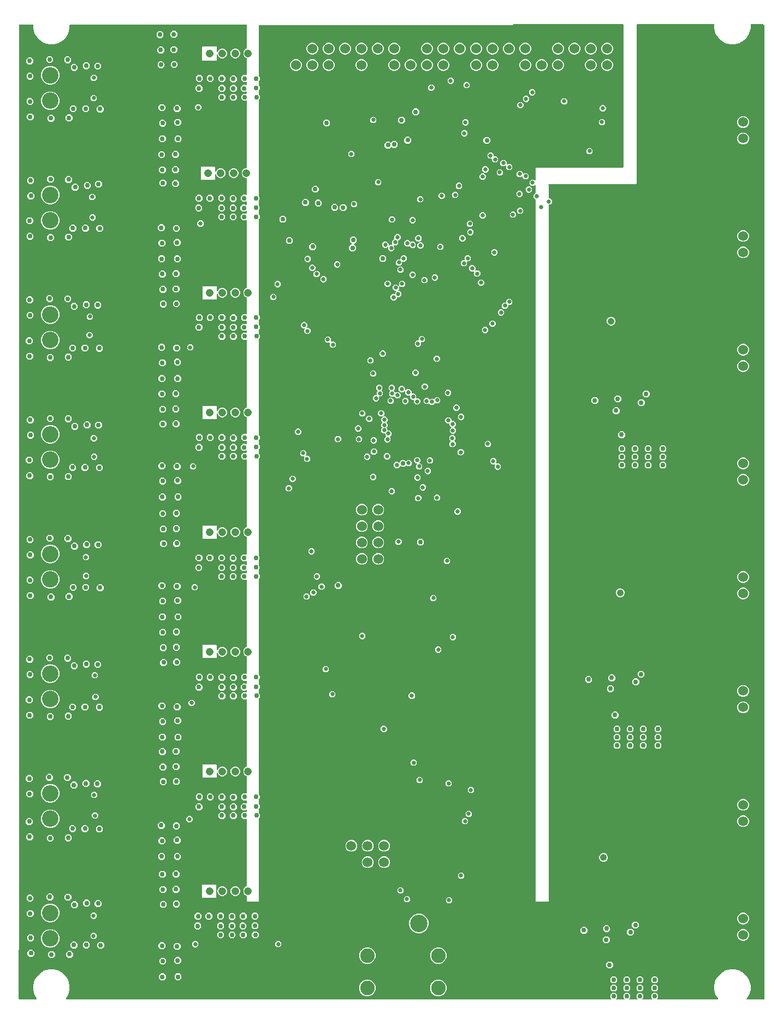
<source format=gbr>
G04 EAGLE Gerber RS-274X export*
G75*
%MOMM*%
%FSLAX34Y34*%
%LPD*%
%INCopper Layer 2*%
%IPPOS*%
%AMOC8*
5,1,8,0,0,1.08239X$1,22.5*%
G01*
%ADD10C,1.208000*%
%ADD11C,1.524000*%
%ADD12C,2.700000*%
%ADD13C,2.250000*%
%ADD14C,2.550000*%
%ADD15C,0.660400*%
%ADD16C,0.756400*%
%ADD17C,1.056400*%

G36*
X1032381Y-183122D02*
X1032381Y-183122D01*
X1032453Y-183120D01*
X1032502Y-183102D01*
X1032553Y-183094D01*
X1032617Y-183060D01*
X1032684Y-183035D01*
X1032725Y-183003D01*
X1032771Y-182978D01*
X1032820Y-182927D01*
X1032876Y-182882D01*
X1032904Y-182838D01*
X1032940Y-182800D01*
X1032970Y-182735D01*
X1033009Y-182675D01*
X1033022Y-182624D01*
X1033044Y-182577D01*
X1033052Y-182506D01*
X1033069Y-182436D01*
X1033065Y-182384D01*
X1033071Y-182333D01*
X1033056Y-182262D01*
X1033050Y-182191D01*
X1033030Y-182143D01*
X1033019Y-182092D01*
X1032982Y-182031D01*
X1032954Y-181965D01*
X1032909Y-181909D01*
X1032892Y-181881D01*
X1032875Y-181866D01*
X1032849Y-181834D01*
X1031013Y-179998D01*
X1031013Y-175602D01*
X1034122Y-172493D01*
X1038518Y-172493D01*
X1041627Y-175602D01*
X1041627Y-179998D01*
X1039791Y-181834D01*
X1039749Y-181892D01*
X1039700Y-181944D01*
X1039678Y-181991D01*
X1039648Y-182033D01*
X1039627Y-182102D01*
X1039596Y-182167D01*
X1039591Y-182219D01*
X1039575Y-182269D01*
X1039577Y-182340D01*
X1039569Y-182411D01*
X1039580Y-182462D01*
X1039582Y-182514D01*
X1039606Y-182582D01*
X1039621Y-182652D01*
X1039648Y-182696D01*
X1039666Y-182745D01*
X1039711Y-182801D01*
X1039748Y-182863D01*
X1039787Y-182897D01*
X1039820Y-182937D01*
X1039880Y-182976D01*
X1039935Y-183023D01*
X1039983Y-183042D01*
X1040027Y-183070D01*
X1040096Y-183088D01*
X1040163Y-183115D01*
X1040234Y-183123D01*
X1040265Y-183131D01*
X1040288Y-183129D01*
X1040329Y-183133D01*
X1052631Y-183133D01*
X1052701Y-183122D01*
X1052773Y-183120D01*
X1052822Y-183102D01*
X1052873Y-183094D01*
X1052937Y-183060D01*
X1053004Y-183035D01*
X1053045Y-183003D01*
X1053091Y-182978D01*
X1053140Y-182927D01*
X1053196Y-182882D01*
X1053224Y-182838D01*
X1053260Y-182800D01*
X1053290Y-182735D01*
X1053329Y-182675D01*
X1053342Y-182624D01*
X1053364Y-182577D01*
X1053372Y-182506D01*
X1053389Y-182436D01*
X1053385Y-182384D01*
X1053391Y-182333D01*
X1053376Y-182262D01*
X1053370Y-182191D01*
X1053350Y-182143D01*
X1053339Y-182092D01*
X1053302Y-182031D01*
X1053274Y-181965D01*
X1053229Y-181909D01*
X1053212Y-181881D01*
X1053195Y-181866D01*
X1053169Y-181834D01*
X1051333Y-179998D01*
X1051333Y-175602D01*
X1054442Y-172493D01*
X1058838Y-172493D01*
X1061947Y-175602D01*
X1061947Y-179998D01*
X1060111Y-181834D01*
X1060069Y-181892D01*
X1060020Y-181944D01*
X1059998Y-181991D01*
X1059968Y-182033D01*
X1059947Y-182102D01*
X1059916Y-182167D01*
X1059911Y-182219D01*
X1059895Y-182269D01*
X1059897Y-182340D01*
X1059889Y-182411D01*
X1059900Y-182462D01*
X1059902Y-182514D01*
X1059926Y-182582D01*
X1059941Y-182652D01*
X1059968Y-182696D01*
X1059986Y-182745D01*
X1060031Y-182801D01*
X1060068Y-182863D01*
X1060107Y-182897D01*
X1060140Y-182937D01*
X1060200Y-182976D01*
X1060255Y-183023D01*
X1060303Y-183042D01*
X1060347Y-183070D01*
X1060416Y-183088D01*
X1060483Y-183115D01*
X1060554Y-183123D01*
X1060585Y-183131D01*
X1060608Y-183129D01*
X1060649Y-183133D01*
X1072951Y-183133D01*
X1073021Y-183122D01*
X1073093Y-183120D01*
X1073142Y-183102D01*
X1073193Y-183094D01*
X1073257Y-183060D01*
X1073324Y-183035D01*
X1073365Y-183003D01*
X1073411Y-182978D01*
X1073460Y-182927D01*
X1073516Y-182882D01*
X1073544Y-182838D01*
X1073580Y-182800D01*
X1073610Y-182735D01*
X1073649Y-182675D01*
X1073662Y-182624D01*
X1073684Y-182577D01*
X1073692Y-182506D01*
X1073709Y-182436D01*
X1073705Y-182384D01*
X1073711Y-182333D01*
X1073696Y-182262D01*
X1073690Y-182191D01*
X1073670Y-182143D01*
X1073659Y-182092D01*
X1073622Y-182031D01*
X1073594Y-181965D01*
X1073549Y-181909D01*
X1073532Y-181881D01*
X1073515Y-181866D01*
X1073489Y-181834D01*
X1071653Y-179998D01*
X1071653Y-175602D01*
X1074762Y-172493D01*
X1079158Y-172493D01*
X1082267Y-175602D01*
X1082267Y-179998D01*
X1080431Y-181834D01*
X1080389Y-181892D01*
X1080340Y-181944D01*
X1080318Y-181991D01*
X1080288Y-182033D01*
X1080267Y-182102D01*
X1080236Y-182167D01*
X1080231Y-182219D01*
X1080215Y-182269D01*
X1080217Y-182340D01*
X1080209Y-182411D01*
X1080220Y-182462D01*
X1080222Y-182514D01*
X1080246Y-182582D01*
X1080261Y-182652D01*
X1080288Y-182696D01*
X1080306Y-182745D01*
X1080351Y-182801D01*
X1080388Y-182863D01*
X1080427Y-182897D01*
X1080460Y-182937D01*
X1080520Y-182976D01*
X1080575Y-183023D01*
X1080623Y-183042D01*
X1080667Y-183070D01*
X1080736Y-183088D01*
X1080803Y-183115D01*
X1080874Y-183123D01*
X1080905Y-183131D01*
X1080928Y-183129D01*
X1080969Y-183133D01*
X1095811Y-183133D01*
X1095881Y-183122D01*
X1095953Y-183120D01*
X1096002Y-183102D01*
X1096053Y-183094D01*
X1096117Y-183060D01*
X1096184Y-183035D01*
X1096225Y-183003D01*
X1096271Y-182978D01*
X1096320Y-182927D01*
X1096376Y-182882D01*
X1096404Y-182838D01*
X1096440Y-182800D01*
X1096470Y-182735D01*
X1096509Y-182675D01*
X1096522Y-182624D01*
X1096544Y-182577D01*
X1096552Y-182506D01*
X1096569Y-182436D01*
X1096565Y-182384D01*
X1096571Y-182333D01*
X1096556Y-182262D01*
X1096550Y-182191D01*
X1096530Y-182143D01*
X1096519Y-182092D01*
X1096482Y-182031D01*
X1096454Y-181965D01*
X1096409Y-181909D01*
X1096392Y-181881D01*
X1096375Y-181866D01*
X1096349Y-181834D01*
X1094513Y-179998D01*
X1094513Y-175602D01*
X1097622Y-172493D01*
X1102018Y-172493D01*
X1105127Y-175602D01*
X1105127Y-179998D01*
X1103291Y-181834D01*
X1103249Y-181892D01*
X1103200Y-181944D01*
X1103178Y-181991D01*
X1103148Y-182033D01*
X1103127Y-182102D01*
X1103096Y-182167D01*
X1103091Y-182219D01*
X1103075Y-182269D01*
X1103077Y-182340D01*
X1103069Y-182411D01*
X1103080Y-182462D01*
X1103082Y-182514D01*
X1103106Y-182582D01*
X1103121Y-182652D01*
X1103148Y-182696D01*
X1103166Y-182745D01*
X1103211Y-182801D01*
X1103248Y-182863D01*
X1103287Y-182897D01*
X1103320Y-182937D01*
X1103380Y-182976D01*
X1103435Y-183023D01*
X1103483Y-183042D01*
X1103527Y-183070D01*
X1103596Y-183088D01*
X1103663Y-183115D01*
X1103734Y-183123D01*
X1103765Y-183131D01*
X1103788Y-183129D01*
X1103829Y-183133D01*
X1197348Y-183133D01*
X1197419Y-183122D01*
X1197491Y-183120D01*
X1197540Y-183102D01*
X1197591Y-183094D01*
X1197654Y-183060D01*
X1197722Y-183035D01*
X1197762Y-183003D01*
X1197808Y-182978D01*
X1197858Y-182927D01*
X1197914Y-182882D01*
X1197942Y-182838D01*
X1197978Y-182800D01*
X1198008Y-182735D01*
X1198047Y-182675D01*
X1198059Y-182624D01*
X1198081Y-182577D01*
X1198089Y-182506D01*
X1198107Y-182436D01*
X1198103Y-182384D01*
X1198108Y-182333D01*
X1198093Y-182262D01*
X1198088Y-182191D01*
X1198067Y-182143D01*
X1198056Y-182092D01*
X1198019Y-182031D01*
X1197991Y-181965D01*
X1197946Y-181909D01*
X1197930Y-181881D01*
X1197912Y-181866D01*
X1197886Y-181834D01*
X1197682Y-181629D01*
X1197598Y-181484D01*
X1197598Y-181483D01*
X1193974Y-175208D01*
X1192055Y-168045D01*
X1192055Y-160631D01*
X1193974Y-153468D01*
X1197682Y-147047D01*
X1202925Y-141804D01*
X1209346Y-138096D01*
X1216509Y-136177D01*
X1223923Y-136177D01*
X1231086Y-138096D01*
X1237507Y-141804D01*
X1242750Y-147047D01*
X1246458Y-153468D01*
X1248377Y-160631D01*
X1248377Y-168045D01*
X1246458Y-175208D01*
X1242834Y-181483D01*
X1242750Y-181629D01*
X1242546Y-181834D01*
X1242504Y-181892D01*
X1242454Y-181944D01*
X1242432Y-181991D01*
X1242402Y-182033D01*
X1242381Y-182102D01*
X1242351Y-182167D01*
X1242345Y-182219D01*
X1242330Y-182269D01*
X1242332Y-182340D01*
X1242324Y-182411D01*
X1242335Y-182462D01*
X1242336Y-182514D01*
X1242361Y-182582D01*
X1242376Y-182652D01*
X1242403Y-182696D01*
X1242420Y-182745D01*
X1242465Y-182801D01*
X1242502Y-182863D01*
X1242542Y-182897D01*
X1242574Y-182937D01*
X1242634Y-182976D01*
X1242689Y-183023D01*
X1242737Y-183042D01*
X1242781Y-183070D01*
X1242851Y-183088D01*
X1242917Y-183115D01*
X1242988Y-183123D01*
X1243020Y-183131D01*
X1243043Y-183129D01*
X1243084Y-183133D01*
X1268984Y-183133D01*
X1269004Y-183130D01*
X1269023Y-183132D01*
X1269125Y-183110D01*
X1269227Y-183094D01*
X1269244Y-183084D01*
X1269264Y-183080D01*
X1269353Y-183027D01*
X1269444Y-182978D01*
X1269458Y-182964D01*
X1269475Y-182954D01*
X1269542Y-182875D01*
X1269614Y-182800D01*
X1269622Y-182782D01*
X1269635Y-182767D01*
X1269674Y-182671D01*
X1269717Y-182577D01*
X1269719Y-182557D01*
X1269727Y-182539D01*
X1269745Y-182372D01*
X1269745Y1326388D01*
X1269731Y1326478D01*
X1269723Y1326569D01*
X1269711Y1326599D01*
X1269706Y1326631D01*
X1269663Y1326711D01*
X1269627Y1326795D01*
X1269601Y1326827D01*
X1269590Y1326848D01*
X1269567Y1326870D01*
X1269522Y1326926D01*
X1268506Y1327942D01*
X1268432Y1327995D01*
X1268363Y1328055D01*
X1268333Y1328067D01*
X1268307Y1328086D01*
X1268220Y1328113D01*
X1268135Y1328147D01*
X1268094Y1328151D01*
X1268071Y1328158D01*
X1268039Y1328157D01*
X1267968Y1328165D01*
X1249138Y1328165D01*
X1249118Y1328162D01*
X1249099Y1328164D01*
X1248997Y1328142D01*
X1248895Y1328126D01*
X1248878Y1328116D01*
X1248858Y1328112D01*
X1248769Y1328059D01*
X1248678Y1328010D01*
X1248664Y1327996D01*
X1248647Y1327986D01*
X1248580Y1327907D01*
X1248508Y1327832D01*
X1248500Y1327814D01*
X1248487Y1327799D01*
X1248448Y1327703D01*
X1248405Y1327609D01*
X1248403Y1327589D01*
X1248395Y1327571D01*
X1248377Y1327404D01*
X1248377Y1321665D01*
X1246458Y1314502D01*
X1242750Y1308081D01*
X1237507Y1302838D01*
X1231086Y1299130D01*
X1223923Y1297211D01*
X1216509Y1297211D01*
X1209346Y1299130D01*
X1202925Y1302838D01*
X1197682Y1308081D01*
X1193974Y1314502D01*
X1192055Y1321665D01*
X1192055Y1327404D01*
X1192052Y1327424D01*
X1192054Y1327443D01*
X1192032Y1327545D01*
X1192016Y1327647D01*
X1192006Y1327664D01*
X1192002Y1327684D01*
X1191949Y1327773D01*
X1191900Y1327864D01*
X1191886Y1327878D01*
X1191876Y1327895D01*
X1191797Y1327962D01*
X1191722Y1328034D01*
X1191704Y1328042D01*
X1191689Y1328055D01*
X1191593Y1328094D01*
X1191499Y1328137D01*
X1191479Y1328139D01*
X1191461Y1328147D01*
X1191294Y1328165D01*
X1072896Y1328165D01*
X1072876Y1328162D01*
X1072857Y1328164D01*
X1072755Y1328142D01*
X1072653Y1328126D01*
X1072636Y1328116D01*
X1072616Y1328112D01*
X1072527Y1328059D01*
X1072436Y1328010D01*
X1072422Y1327996D01*
X1072405Y1327986D01*
X1072338Y1327907D01*
X1072267Y1327832D01*
X1072258Y1327814D01*
X1072245Y1327799D01*
X1072206Y1327703D01*
X1072163Y1327609D01*
X1072161Y1327589D01*
X1072153Y1327571D01*
X1072135Y1327404D01*
X1072135Y1082355D01*
X1070549Y1080769D01*
X935736Y1080769D01*
X935665Y1080758D01*
X935594Y1080756D01*
X935545Y1080738D01*
X935493Y1080730D01*
X935430Y1080696D01*
X935363Y1080671D01*
X935322Y1080639D01*
X935276Y1080614D01*
X935227Y1080563D01*
X935171Y1080518D01*
X935142Y1080474D01*
X935107Y1080436D01*
X935076Y1080371D01*
X935038Y1080311D01*
X935025Y1080260D01*
X935003Y1080213D01*
X934995Y1080142D01*
X934977Y1080072D01*
X934982Y1080020D01*
X934976Y1079969D01*
X934991Y1079898D01*
X934997Y1079827D01*
X935017Y1079779D01*
X935028Y1079728D01*
X935065Y1079667D01*
X935093Y1079601D01*
X935138Y1079545D01*
X935154Y1079517D01*
X935172Y1079502D01*
X935198Y1079470D01*
X935483Y1079185D01*
X935483Y1059180D01*
X935486Y1059160D01*
X935484Y1059141D01*
X935506Y1059039D01*
X935523Y1058937D01*
X935532Y1058920D01*
X935536Y1058900D01*
X935589Y1058811D01*
X935638Y1058720D01*
X935652Y1058706D01*
X935662Y1058689D01*
X935741Y1058622D01*
X935816Y1058550D01*
X935834Y1058542D01*
X935849Y1058529D01*
X935945Y1058490D01*
X936039Y1058447D01*
X936059Y1058445D01*
X936077Y1058437D01*
X936244Y1058419D01*
X937735Y1058419D01*
X940563Y1055591D01*
X940563Y1051593D01*
X937735Y1048765D01*
X936244Y1048765D01*
X936224Y1048762D01*
X936205Y1048764D01*
X936103Y1048742D01*
X936001Y1048726D01*
X935984Y1048716D01*
X935964Y1048712D01*
X935875Y1048659D01*
X935784Y1048610D01*
X935770Y1048596D01*
X935753Y1048586D01*
X935686Y1048507D01*
X935615Y1048432D01*
X935606Y1048414D01*
X935593Y1048399D01*
X935554Y1048303D01*
X935511Y1048209D01*
X935509Y1048189D01*
X935501Y1048171D01*
X935483Y1048004D01*
X935483Y-30877D01*
X914879Y-30886D01*
X914879Y1056640D01*
X914864Y1056730D01*
X914857Y1056821D01*
X914845Y1056850D01*
X914839Y1056882D01*
X914797Y1056963D01*
X914761Y1057047D01*
X914735Y1057079D01*
X914724Y1057100D01*
X914701Y1057122D01*
X914656Y1057178D01*
X912113Y1059721D01*
X912113Y1063719D01*
X914656Y1066262D01*
X914709Y1066336D01*
X914769Y1066406D01*
X914781Y1066436D01*
X914800Y1066462D01*
X914826Y1066549D01*
X914861Y1066634D01*
X914865Y1066675D01*
X914872Y1066697D01*
X914871Y1066729D01*
X914879Y1066800D01*
X914879Y1078427D01*
X914867Y1078498D01*
X914866Y1078570D01*
X914848Y1078619D01*
X914839Y1078670D01*
X914806Y1078733D01*
X914781Y1078801D01*
X914749Y1078841D01*
X914724Y1078887D01*
X914672Y1078937D01*
X914627Y1078993D01*
X914584Y1079021D01*
X914546Y1079057D01*
X914481Y1079087D01*
X914421Y1079126D01*
X914370Y1079138D01*
X914323Y1079160D01*
X914252Y1079168D01*
X914182Y1079186D01*
X914130Y1079182D01*
X914078Y1079187D01*
X914008Y1079172D01*
X913937Y1079167D01*
X913889Y1079146D01*
X913838Y1079135D01*
X913776Y1079098D01*
X913710Y1079070D01*
X913655Y1079026D01*
X913627Y1079009D01*
X913612Y1078991D01*
X913580Y1078965D01*
X912335Y1077721D01*
X908337Y1077721D01*
X905509Y1080549D01*
X905509Y1084547D01*
X908337Y1087375D01*
X912335Y1087375D01*
X913580Y1086131D01*
X913638Y1086089D01*
X913690Y1086039D01*
X913737Y1086017D01*
X913779Y1085987D01*
X913848Y1085966D01*
X913913Y1085936D01*
X913965Y1085930D01*
X914014Y1085915D01*
X914086Y1085917D01*
X914157Y1085909D01*
X914208Y1085920D01*
X914260Y1085921D01*
X914328Y1085946D01*
X914398Y1085961D01*
X914442Y1085988D01*
X914491Y1086005D01*
X914547Y1086050D01*
X914609Y1086087D01*
X914643Y1086127D01*
X914683Y1086159D01*
X914722Y1086219D01*
X914769Y1086274D01*
X914788Y1086322D01*
X914816Y1086366D01*
X914834Y1086436D01*
X914861Y1086502D01*
X914868Y1086573D01*
X914876Y1086605D01*
X914875Y1086628D01*
X914879Y1086669D01*
X914879Y1106171D01*
X1050544Y1106171D01*
X1050564Y1106174D01*
X1050583Y1106172D01*
X1050685Y1106194D01*
X1050787Y1106211D01*
X1050804Y1106220D01*
X1050824Y1106224D01*
X1050913Y1106277D01*
X1051004Y1106326D01*
X1051018Y1106340D01*
X1051035Y1106350D01*
X1051102Y1106429D01*
X1051174Y1106504D01*
X1051182Y1106522D01*
X1051195Y1106537D01*
X1051234Y1106633D01*
X1051277Y1106727D01*
X1051279Y1106747D01*
X1051287Y1106765D01*
X1051305Y1106932D01*
X1051305Y1327404D01*
X1051302Y1327424D01*
X1051304Y1327443D01*
X1051282Y1327545D01*
X1051266Y1327647D01*
X1051256Y1327664D01*
X1051252Y1327684D01*
X1051199Y1327773D01*
X1051150Y1327864D01*
X1051136Y1327878D01*
X1051126Y1327895D01*
X1051047Y1327962D01*
X1050972Y1328034D01*
X1050954Y1328042D01*
X1050939Y1328055D01*
X1050843Y1328094D01*
X1050749Y1328137D01*
X1050729Y1328139D01*
X1050711Y1328147D01*
X1050544Y1328165D01*
X880872Y1328165D01*
X880852Y1328162D01*
X880833Y1328164D01*
X880731Y1328142D01*
X880629Y1328126D01*
X880612Y1328116D01*
X880592Y1328112D01*
X880503Y1328059D01*
X880412Y1328010D01*
X880398Y1327996D01*
X880381Y1327986D01*
X880314Y1327907D01*
X880243Y1327832D01*
X880234Y1327814D01*
X880221Y1327799D01*
X880182Y1327703D01*
X880139Y1327609D01*
X880137Y1327589D01*
X880129Y1327571D01*
X880111Y1327404D01*
X880111Y1327149D01*
X486664Y1327149D01*
X486644Y1327146D01*
X486625Y1327148D01*
X486523Y1327126D01*
X486421Y1327110D01*
X486404Y1327100D01*
X486384Y1327096D01*
X486295Y1327043D01*
X486204Y1326994D01*
X486190Y1326980D01*
X486173Y1326970D01*
X486106Y1326891D01*
X486035Y1326816D01*
X486026Y1326798D01*
X486013Y1326783D01*
X485974Y1326687D01*
X485931Y1326593D01*
X485929Y1326573D01*
X485921Y1326555D01*
X485903Y1326388D01*
X485903Y1248101D01*
X485918Y1248011D01*
X485925Y1247920D01*
X485937Y1247891D01*
X485943Y1247859D01*
X485985Y1247778D01*
X486021Y1247694D01*
X486047Y1247662D01*
X486058Y1247641D01*
X486081Y1247619D01*
X486126Y1247563D01*
X487399Y1246290D01*
X487399Y1241894D01*
X486126Y1240621D01*
X486073Y1240547D01*
X486013Y1240477D01*
X486001Y1240447D01*
X485982Y1240421D01*
X485955Y1240334D01*
X485921Y1240249D01*
X485917Y1240208D01*
X485910Y1240186D01*
X485911Y1240154D01*
X485903Y1240083D01*
X485903Y1233369D01*
X485918Y1233279D01*
X485925Y1233188D01*
X485937Y1233159D01*
X485943Y1233127D01*
X485985Y1233046D01*
X486021Y1232962D01*
X486047Y1232930D01*
X486058Y1232909D01*
X486081Y1232887D01*
X486126Y1232831D01*
X487399Y1231558D01*
X487399Y1227162D01*
X486126Y1225889D01*
X486073Y1225815D01*
X486013Y1225745D01*
X486001Y1225715D01*
X485982Y1225689D01*
X485955Y1225602D01*
X485921Y1225517D01*
X485917Y1225476D01*
X485910Y1225454D01*
X485911Y1225422D01*
X485903Y1225351D01*
X485903Y1219653D01*
X485918Y1219563D01*
X485925Y1219472D01*
X485937Y1219443D01*
X485943Y1219411D01*
X485985Y1219330D01*
X486021Y1219246D01*
X486047Y1219214D01*
X486058Y1219193D01*
X486081Y1219171D01*
X486126Y1219115D01*
X487907Y1217334D01*
X487907Y1212938D01*
X486126Y1211157D01*
X486073Y1211083D01*
X486013Y1211013D01*
X486001Y1210983D01*
X485982Y1210957D01*
X485955Y1210870D01*
X485921Y1210785D01*
X485917Y1210744D01*
X485910Y1210722D01*
X485911Y1210690D01*
X485903Y1210619D01*
X485903Y1062173D01*
X485918Y1062083D01*
X485925Y1061992D01*
X485937Y1061963D01*
X485943Y1061931D01*
X485985Y1061850D01*
X486021Y1061766D01*
X486047Y1061734D01*
X486058Y1061713D01*
X486081Y1061691D01*
X486126Y1061635D01*
X486891Y1060870D01*
X486891Y1056474D01*
X486126Y1055709D01*
X486073Y1055635D01*
X486013Y1055565D01*
X486001Y1055535D01*
X485982Y1055509D01*
X485955Y1055422D01*
X485921Y1055337D01*
X485917Y1055296D01*
X485910Y1055274D01*
X485911Y1055242D01*
X485903Y1055171D01*
X485903Y1047441D01*
X485918Y1047351D01*
X485925Y1047260D01*
X485937Y1047231D01*
X485943Y1047199D01*
X485985Y1047118D01*
X486021Y1047034D01*
X486047Y1047002D01*
X486058Y1046981D01*
X486081Y1046959D01*
X486126Y1046903D01*
X486891Y1046138D01*
X486891Y1041742D01*
X486126Y1040977D01*
X486082Y1040916D01*
X486048Y1040880D01*
X486042Y1040867D01*
X486013Y1040833D01*
X486001Y1040803D01*
X485982Y1040777D01*
X485955Y1040690D01*
X485921Y1040605D01*
X485917Y1040564D01*
X485910Y1040542D01*
X485911Y1040510D01*
X485903Y1040439D01*
X485903Y1033725D01*
X485918Y1033635D01*
X485925Y1033544D01*
X485937Y1033515D01*
X485943Y1033483D01*
X485985Y1033402D01*
X486021Y1033318D01*
X486047Y1033286D01*
X486058Y1033265D01*
X486081Y1033243D01*
X486126Y1033187D01*
X487399Y1031914D01*
X487399Y1027518D01*
X486126Y1026245D01*
X486073Y1026171D01*
X486013Y1026101D01*
X486001Y1026071D01*
X485982Y1026045D01*
X485955Y1025958D01*
X485921Y1025873D01*
X485917Y1025832D01*
X485910Y1025810D01*
X485911Y1025778D01*
X485903Y1025707D01*
X485903Y877769D01*
X485918Y877679D01*
X485925Y877588D01*
X485937Y877559D01*
X485943Y877527D01*
X485985Y877446D01*
X486021Y877362D01*
X486047Y877330D01*
X486058Y877309D01*
X486081Y877287D01*
X486126Y877231D01*
X487399Y875958D01*
X487399Y871562D01*
X486126Y870289D01*
X486073Y870215D01*
X486013Y870145D01*
X486001Y870115D01*
X485982Y870089D01*
X485955Y870002D01*
X485921Y869917D01*
X485917Y869876D01*
X485910Y869854D01*
X485911Y869822D01*
X485903Y869751D01*
X485903Y863037D01*
X485918Y862947D01*
X485925Y862856D01*
X485937Y862827D01*
X485943Y862795D01*
X485985Y862714D01*
X486021Y862630D01*
X486047Y862598D01*
X486058Y862577D01*
X486081Y862555D01*
X486126Y862499D01*
X487399Y861226D01*
X487399Y856830D01*
X486126Y855557D01*
X486073Y855483D01*
X486013Y855413D01*
X486001Y855383D01*
X485982Y855357D01*
X485955Y855270D01*
X485921Y855185D01*
X485917Y855144D01*
X485910Y855122D01*
X485911Y855090D01*
X485903Y855019D01*
X485903Y849321D01*
X485918Y849231D01*
X485925Y849140D01*
X485937Y849111D01*
X485943Y849079D01*
X485985Y848998D01*
X486021Y848914D01*
X486047Y848882D01*
X486058Y848861D01*
X486081Y848839D01*
X486126Y848783D01*
X487907Y847002D01*
X487907Y842606D01*
X486126Y840825D01*
X486073Y840751D01*
X486013Y840681D01*
X486001Y840651D01*
X485982Y840625D01*
X485955Y840538D01*
X485921Y840453D01*
X485917Y840412D01*
X485910Y840390D01*
X485911Y840358D01*
X485903Y840287D01*
X485903Y691841D01*
X485918Y691751D01*
X485925Y691660D01*
X485937Y691631D01*
X485943Y691599D01*
X485985Y691518D01*
X486021Y691434D01*
X486047Y691402D01*
X486058Y691381D01*
X486081Y691359D01*
X486126Y691303D01*
X487399Y690030D01*
X487399Y685634D01*
X486126Y684361D01*
X486073Y684287D01*
X486013Y684217D01*
X486001Y684187D01*
X485982Y684161D01*
X485955Y684074D01*
X485921Y683989D01*
X485917Y683948D01*
X485910Y683926D01*
X485911Y683894D01*
X485903Y683823D01*
X485903Y677109D01*
X485918Y677019D01*
X485925Y676928D01*
X485937Y676899D01*
X485943Y676867D01*
X485985Y676786D01*
X486021Y676702D01*
X486047Y676670D01*
X486058Y676649D01*
X486081Y676627D01*
X486126Y676571D01*
X487399Y675298D01*
X487399Y670902D01*
X486126Y669629D01*
X486073Y669555D01*
X486013Y669485D01*
X486001Y669455D01*
X485982Y669429D01*
X485955Y669342D01*
X485921Y669257D01*
X485917Y669216D01*
X485910Y669194D01*
X485911Y669162D01*
X485903Y669091D01*
X485903Y663393D01*
X485918Y663303D01*
X485925Y663212D01*
X485937Y663183D01*
X485943Y663151D01*
X485985Y663070D01*
X486021Y662986D01*
X486047Y662954D01*
X486058Y662933D01*
X486081Y662911D01*
X486126Y662855D01*
X487907Y661074D01*
X487907Y656678D01*
X486126Y654897D01*
X486073Y654823D01*
X486013Y654753D01*
X486001Y654723D01*
X485982Y654697D01*
X485955Y654610D01*
X485921Y654525D01*
X485917Y654484D01*
X485910Y654462D01*
X485911Y654430D01*
X485903Y654359D01*
X485903Y504897D01*
X485918Y504807D01*
X485925Y504716D01*
X485937Y504687D01*
X485943Y504655D01*
X485985Y504574D01*
X486021Y504490D01*
X486047Y504458D01*
X486058Y504437D01*
X486081Y504415D01*
X486126Y504359D01*
X486891Y503594D01*
X486891Y499198D01*
X486126Y498433D01*
X486073Y498359D01*
X486013Y498289D01*
X486001Y498259D01*
X485982Y498233D01*
X485955Y498146D01*
X485921Y498061D01*
X485917Y498020D01*
X485910Y497998D01*
X485911Y497966D01*
X485903Y497895D01*
X485903Y490165D01*
X485918Y490075D01*
X485925Y489984D01*
X485937Y489955D01*
X485943Y489923D01*
X485985Y489842D01*
X486021Y489758D01*
X486047Y489726D01*
X486058Y489705D01*
X486081Y489683D01*
X486126Y489627D01*
X486891Y488862D01*
X486891Y484466D01*
X486126Y483701D01*
X486073Y483627D01*
X486013Y483557D01*
X486001Y483527D01*
X485982Y483501D01*
X485955Y483414D01*
X485921Y483329D01*
X485917Y483288D01*
X485910Y483266D01*
X485911Y483234D01*
X485903Y483163D01*
X485903Y476449D01*
X485918Y476359D01*
X485925Y476268D01*
X485937Y476239D01*
X485943Y476207D01*
X485985Y476126D01*
X486021Y476042D01*
X486047Y476010D01*
X486058Y475989D01*
X486081Y475967D01*
X486126Y475911D01*
X487399Y474638D01*
X487399Y470242D01*
X486126Y468969D01*
X486073Y468895D01*
X486013Y468825D01*
X486001Y468795D01*
X485982Y468769D01*
X485955Y468682D01*
X485921Y468597D01*
X485917Y468556D01*
X485910Y468534D01*
X485911Y468502D01*
X485903Y468431D01*
X485903Y320493D01*
X485918Y320403D01*
X485925Y320312D01*
X485937Y320283D01*
X485943Y320251D01*
X485985Y320170D01*
X486021Y320086D01*
X486047Y320054D01*
X486058Y320033D01*
X486081Y320011D01*
X486126Y319955D01*
X487399Y318682D01*
X487399Y314286D01*
X486126Y313013D01*
X486073Y312939D01*
X486013Y312869D01*
X486001Y312839D01*
X485982Y312813D01*
X485955Y312726D01*
X485921Y312641D01*
X485917Y312600D01*
X485910Y312578D01*
X485911Y312546D01*
X485903Y312475D01*
X485903Y305761D01*
X485918Y305671D01*
X485925Y305580D01*
X485937Y305551D01*
X485943Y305519D01*
X485985Y305438D01*
X486021Y305354D01*
X486047Y305322D01*
X486058Y305301D01*
X486081Y305279D01*
X486126Y305223D01*
X487399Y303950D01*
X487399Y299554D01*
X486126Y298281D01*
X486073Y298207D01*
X486013Y298137D01*
X486001Y298107D01*
X485982Y298081D01*
X485955Y297994D01*
X485921Y297909D01*
X485917Y297868D01*
X485910Y297846D01*
X485911Y297814D01*
X485903Y297743D01*
X485903Y292045D01*
X485918Y291955D01*
X485925Y291864D01*
X485937Y291835D01*
X485943Y291803D01*
X485985Y291722D01*
X486021Y291638D01*
X486047Y291606D01*
X486058Y291585D01*
X486081Y291563D01*
X486126Y291507D01*
X487907Y289726D01*
X487907Y285330D01*
X486126Y283549D01*
X486076Y283480D01*
X486035Y283436D01*
X486029Y283424D01*
X486013Y283405D01*
X486001Y283375D01*
X485982Y283349D01*
X485959Y283273D01*
X485931Y283213D01*
X485929Y283197D01*
X485921Y283177D01*
X485917Y283136D01*
X485910Y283114D01*
X485911Y283082D01*
X485903Y283011D01*
X485903Y135073D01*
X485918Y134983D01*
X485925Y134892D01*
X485937Y134863D01*
X485943Y134831D01*
X485985Y134750D01*
X486021Y134666D01*
X486047Y134634D01*
X486058Y134613D01*
X486081Y134591D01*
X486126Y134535D01*
X487399Y133262D01*
X487399Y128866D01*
X486126Y127593D01*
X486073Y127519D01*
X486013Y127449D01*
X486001Y127419D01*
X485982Y127393D01*
X485955Y127306D01*
X485921Y127221D01*
X485917Y127180D01*
X485910Y127158D01*
X485911Y127126D01*
X485903Y127055D01*
X485903Y120341D01*
X485918Y120251D01*
X485925Y120160D01*
X485937Y120131D01*
X485943Y120099D01*
X485985Y120018D01*
X486021Y119934D01*
X486047Y119902D01*
X486058Y119881D01*
X486081Y119859D01*
X486126Y119803D01*
X487399Y118530D01*
X487399Y114134D01*
X486126Y112861D01*
X486073Y112787D01*
X486013Y112717D01*
X486001Y112687D01*
X485982Y112661D01*
X485955Y112574D01*
X485921Y112489D01*
X485917Y112448D01*
X485910Y112426D01*
X485911Y112394D01*
X485903Y112323D01*
X485903Y106625D01*
X485918Y106535D01*
X485925Y106444D01*
X485937Y106415D01*
X485943Y106383D01*
X485985Y106302D01*
X486021Y106218D01*
X486047Y106186D01*
X486058Y106165D01*
X486081Y106143D01*
X486126Y106087D01*
X487907Y104306D01*
X487907Y99910D01*
X486126Y98129D01*
X486073Y98055D01*
X486013Y97985D01*
X486001Y97955D01*
X485982Y97929D01*
X485955Y97842D01*
X485921Y97757D01*
X485917Y97716D01*
X485910Y97694D01*
X485911Y97662D01*
X485903Y97591D01*
X485903Y-31077D01*
X467105Y-31086D01*
X467105Y-22558D01*
X467086Y-22443D01*
X467069Y-22327D01*
X467067Y-22321D01*
X467066Y-22315D01*
X467011Y-22212D01*
X466958Y-22108D01*
X466953Y-22103D01*
X466950Y-22098D01*
X466866Y-22018D01*
X466782Y-21935D01*
X466776Y-21932D01*
X466772Y-21928D01*
X466755Y-21921D01*
X466635Y-21855D01*
X465135Y-21233D01*
X463007Y-19105D01*
X461855Y-16325D01*
X461855Y-13315D01*
X463007Y-10535D01*
X465135Y-8407D01*
X466635Y-7785D01*
X466735Y-7724D01*
X466835Y-7664D01*
X466839Y-7659D01*
X466844Y-7656D01*
X466919Y-7566D01*
X466995Y-7477D01*
X466997Y-7471D01*
X467001Y-7466D01*
X467043Y-7358D01*
X467087Y-7249D01*
X467088Y-7241D01*
X467089Y-7237D01*
X467090Y-7218D01*
X467105Y-7082D01*
X467105Y96067D01*
X467094Y96137D01*
X467092Y96209D01*
X467074Y96258D01*
X467066Y96309D01*
X467032Y96373D01*
X467007Y96440D01*
X466975Y96481D01*
X466950Y96527D01*
X466899Y96576D01*
X466854Y96632D01*
X466810Y96660D01*
X466772Y96696D01*
X466707Y96726D01*
X466647Y96765D01*
X466596Y96778D01*
X466549Y96800D01*
X466478Y96808D01*
X466408Y96825D01*
X466356Y96821D01*
X466305Y96827D01*
X466234Y96812D01*
X466163Y96806D01*
X466152Y96801D01*
X461606Y96801D01*
X458497Y99910D01*
X458497Y104306D01*
X461606Y107415D01*
X466153Y107415D01*
X466191Y107411D01*
X466241Y107395D01*
X466312Y107397D01*
X466383Y107389D01*
X466434Y107400D01*
X466486Y107402D01*
X466554Y107426D01*
X466624Y107441D01*
X466668Y107468D01*
X466717Y107486D01*
X466773Y107531D01*
X466835Y107568D01*
X466869Y107607D01*
X466909Y107640D01*
X466948Y107700D01*
X466995Y107755D01*
X467014Y107803D01*
X467042Y107847D01*
X467060Y107916D01*
X467087Y107983D01*
X467095Y108054D01*
X467103Y108085D01*
X467101Y108108D01*
X467105Y108149D01*
X467105Y110291D01*
X467094Y110361D01*
X467092Y110433D01*
X467074Y110482D01*
X467066Y110533D01*
X467032Y110597D01*
X467007Y110664D01*
X466975Y110705D01*
X466950Y110751D01*
X466899Y110800D01*
X466854Y110856D01*
X466810Y110884D01*
X466772Y110920D01*
X466707Y110950D01*
X466647Y110989D01*
X466596Y111002D01*
X466549Y111024D01*
X466478Y111032D01*
X466408Y111049D01*
X466356Y111045D01*
X466305Y111051D01*
X466234Y111036D01*
X466163Y111030D01*
X466115Y111010D01*
X466064Y110999D01*
X466003Y110962D01*
X465937Y110934D01*
X465881Y110889D01*
X465853Y110872D01*
X465838Y110855D01*
X465806Y110829D01*
X465494Y110517D01*
X461098Y110517D01*
X457989Y113626D01*
X457989Y118022D01*
X461098Y121131D01*
X465494Y121131D01*
X465806Y120819D01*
X465864Y120777D01*
X465916Y120728D01*
X465963Y120706D01*
X466005Y120676D01*
X466074Y120655D01*
X466139Y120624D01*
X466191Y120619D01*
X466241Y120603D01*
X466312Y120605D01*
X466383Y120597D01*
X466434Y120608D01*
X466486Y120610D01*
X466554Y120634D01*
X466624Y120649D01*
X466668Y120676D01*
X466717Y120694D01*
X466773Y120739D01*
X466835Y120776D01*
X466869Y120815D01*
X466909Y120848D01*
X466948Y120908D01*
X466995Y120963D01*
X467014Y121011D01*
X467042Y121055D01*
X467060Y121124D01*
X467087Y121191D01*
X467095Y121262D01*
X467103Y121293D01*
X467101Y121316D01*
X467105Y121357D01*
X467105Y125023D01*
X467094Y125093D01*
X467092Y125165D01*
X467074Y125214D01*
X467066Y125265D01*
X467032Y125329D01*
X467007Y125396D01*
X466975Y125437D01*
X466950Y125483D01*
X466899Y125532D01*
X466854Y125588D01*
X466810Y125616D01*
X466772Y125652D01*
X466707Y125682D01*
X466647Y125721D01*
X466596Y125734D01*
X466549Y125756D01*
X466478Y125764D01*
X466408Y125781D01*
X466356Y125777D01*
X466305Y125783D01*
X466234Y125768D01*
X466163Y125762D01*
X466152Y125757D01*
X461606Y125757D01*
X458497Y128866D01*
X458497Y133262D01*
X461606Y136371D01*
X466153Y136371D01*
X466191Y136367D01*
X466241Y136351D01*
X466312Y136353D01*
X466383Y136345D01*
X466434Y136356D01*
X466486Y136358D01*
X466554Y136382D01*
X466624Y136397D01*
X466668Y136424D01*
X466717Y136442D01*
X466773Y136487D01*
X466835Y136524D01*
X466869Y136563D01*
X466909Y136596D01*
X466948Y136656D01*
X466995Y136711D01*
X467014Y136759D01*
X467042Y136803D01*
X467060Y136872D01*
X467087Y136939D01*
X467095Y137010D01*
X467103Y137041D01*
X467101Y137064D01*
X467105Y137105D01*
X467105Y162862D01*
X467087Y162976D01*
X467069Y163093D01*
X467067Y163099D01*
X467066Y163105D01*
X467011Y163207D01*
X466958Y163312D01*
X466953Y163317D01*
X466950Y163322D01*
X466866Y163402D01*
X466782Y163485D01*
X466776Y163488D01*
X466772Y163492D01*
X466755Y163499D01*
X466635Y163565D01*
X465135Y164187D01*
X463007Y166315D01*
X461855Y169095D01*
X461855Y172105D01*
X463007Y174885D01*
X465135Y177013D01*
X466635Y177635D01*
X466735Y177696D01*
X466835Y177756D01*
X466839Y177761D01*
X466844Y177764D01*
X466919Y177855D01*
X466995Y177943D01*
X466997Y177949D01*
X467001Y177954D01*
X467043Y178062D01*
X467087Y178171D01*
X467088Y178179D01*
X467089Y178183D01*
X467090Y178202D01*
X467105Y178338D01*
X467105Y281487D01*
X467102Y281506D01*
X467104Y281525D01*
X467093Y281576D01*
X467092Y281629D01*
X467074Y281678D01*
X467066Y281729D01*
X467056Y281748D01*
X467052Y281765D01*
X467026Y281808D01*
X467007Y281860D01*
X466975Y281901D01*
X466950Y281947D01*
X466935Y281962D01*
X466926Y281976D01*
X466889Y282008D01*
X466854Y282052D01*
X466810Y282080D01*
X466772Y282116D01*
X466751Y282126D01*
X466739Y282136D01*
X466695Y282154D01*
X466647Y282185D01*
X466596Y282198D01*
X466549Y282220D01*
X466526Y282222D01*
X466511Y282228D01*
X466447Y282235D01*
X466408Y282245D01*
X466379Y282243D01*
X466344Y282247D01*
X466343Y282247D01*
X466328Y282244D01*
X466305Y282247D01*
X466234Y282232D01*
X466163Y282226D01*
X466152Y282221D01*
X461606Y282221D01*
X458497Y285330D01*
X458497Y289726D01*
X461606Y292835D01*
X466153Y292835D01*
X466191Y292831D01*
X466241Y292815D01*
X466312Y292817D01*
X466383Y292809D01*
X466434Y292820D01*
X466486Y292822D01*
X466554Y292846D01*
X466624Y292861D01*
X466668Y292888D01*
X466717Y292906D01*
X466773Y292951D01*
X466835Y292988D01*
X466869Y293027D01*
X466909Y293060D01*
X466948Y293120D01*
X466995Y293175D01*
X467014Y293223D01*
X467042Y293267D01*
X467060Y293336D01*
X467087Y293403D01*
X467095Y293474D01*
X467103Y293505D01*
X467101Y293528D01*
X467105Y293569D01*
X467105Y295711D01*
X467094Y295781D01*
X467092Y295853D01*
X467074Y295902D01*
X467066Y295953D01*
X467032Y296017D01*
X467007Y296084D01*
X466975Y296125D01*
X466950Y296171D01*
X466899Y296220D01*
X466854Y296276D01*
X466810Y296304D01*
X466772Y296340D01*
X466707Y296370D01*
X466647Y296409D01*
X466596Y296422D01*
X466549Y296444D01*
X466478Y296452D01*
X466408Y296469D01*
X466356Y296465D01*
X466305Y296471D01*
X466234Y296456D01*
X466163Y296450D01*
X466115Y296430D01*
X466064Y296419D01*
X466003Y296382D01*
X465937Y296354D01*
X465881Y296309D01*
X465853Y296292D01*
X465838Y296275D01*
X465806Y296249D01*
X465494Y295937D01*
X461098Y295937D01*
X457989Y299046D01*
X457989Y303442D01*
X461098Y306551D01*
X465494Y306551D01*
X465806Y306239D01*
X465864Y306197D01*
X465916Y306148D01*
X465963Y306126D01*
X466005Y306096D01*
X466074Y306075D01*
X466139Y306044D01*
X466191Y306039D01*
X466241Y306023D01*
X466312Y306025D01*
X466383Y306017D01*
X466434Y306028D01*
X466486Y306030D01*
X466554Y306054D01*
X466624Y306069D01*
X466668Y306096D01*
X466717Y306114D01*
X466773Y306159D01*
X466835Y306196D01*
X466869Y306235D01*
X466909Y306268D01*
X466948Y306328D01*
X466995Y306383D01*
X467014Y306431D01*
X467042Y306475D01*
X467060Y306544D01*
X467087Y306611D01*
X467095Y306682D01*
X467103Y306713D01*
X467101Y306736D01*
X467105Y306777D01*
X467105Y310443D01*
X467104Y310450D01*
X467104Y310452D01*
X467102Y310463D01*
X467094Y310513D01*
X467092Y310585D01*
X467074Y310634D01*
X467066Y310685D01*
X467032Y310749D01*
X467007Y310816D01*
X466975Y310857D01*
X466950Y310903D01*
X466899Y310952D01*
X466854Y311008D01*
X466810Y311036D01*
X466772Y311072D01*
X466707Y311102D01*
X466647Y311141D01*
X466596Y311154D01*
X466549Y311176D01*
X466478Y311184D01*
X466408Y311201D01*
X466356Y311197D01*
X466305Y311203D01*
X466234Y311188D01*
X466163Y311182D01*
X466152Y311177D01*
X461606Y311177D01*
X458497Y314286D01*
X458497Y318682D01*
X461606Y321791D01*
X466153Y321791D01*
X466191Y321787D01*
X466241Y321771D01*
X466312Y321773D01*
X466383Y321765D01*
X466434Y321776D01*
X466486Y321778D01*
X466554Y321802D01*
X466624Y321817D01*
X466668Y321844D01*
X466717Y321862D01*
X466773Y321907D01*
X466835Y321944D01*
X466869Y321983D01*
X466909Y322016D01*
X466948Y322076D01*
X466995Y322131D01*
X467014Y322179D01*
X467042Y322223D01*
X467060Y322292D01*
X467087Y322359D01*
X467095Y322430D01*
X467103Y322461D01*
X467101Y322484D01*
X467105Y322525D01*
X467105Y348282D01*
X467087Y348396D01*
X467069Y348513D01*
X467067Y348519D01*
X467066Y348525D01*
X467011Y348627D01*
X466958Y348732D01*
X466953Y348737D01*
X466950Y348742D01*
X466866Y348822D01*
X466782Y348905D01*
X466776Y348908D01*
X466772Y348912D01*
X466755Y348919D01*
X466635Y348985D01*
X465135Y349607D01*
X463007Y351735D01*
X461855Y354515D01*
X461855Y357525D01*
X463007Y360305D01*
X465135Y362433D01*
X466635Y363055D01*
X466735Y363116D01*
X466835Y363176D01*
X466839Y363181D01*
X466844Y363184D01*
X466919Y363275D01*
X466995Y363363D01*
X466997Y363369D01*
X467001Y363374D01*
X467043Y363482D01*
X467087Y363591D01*
X467088Y363599D01*
X467089Y363603D01*
X467090Y363622D01*
X467105Y363758D01*
X467105Y466907D01*
X467094Y466977D01*
X467092Y467049D01*
X467074Y467098D01*
X467066Y467149D01*
X467032Y467213D01*
X467007Y467280D01*
X466975Y467321D01*
X466950Y467367D01*
X466899Y467416D01*
X466854Y467472D01*
X466810Y467500D01*
X466772Y467536D01*
X466707Y467566D01*
X466647Y467605D01*
X466596Y467618D01*
X466549Y467640D01*
X466478Y467648D01*
X466408Y467665D01*
X466356Y467661D01*
X466305Y467667D01*
X466234Y467652D01*
X466163Y467646D01*
X466115Y467626D01*
X466064Y467615D01*
X466003Y467578D01*
X465937Y467550D01*
X465881Y467505D01*
X465853Y467488D01*
X465838Y467471D01*
X465806Y467445D01*
X465494Y467133D01*
X461098Y467133D01*
X457989Y470242D01*
X457989Y474638D01*
X461098Y477747D01*
X465494Y477747D01*
X465806Y477435D01*
X465864Y477393D01*
X465916Y477344D01*
X465963Y477322D01*
X466005Y477292D01*
X466074Y477271D01*
X466139Y477240D01*
X466191Y477235D01*
X466241Y477219D01*
X466312Y477221D01*
X466383Y477213D01*
X466434Y477224D01*
X466486Y477226D01*
X466554Y477250D01*
X466624Y477265D01*
X466668Y477292D01*
X466717Y477310D01*
X466773Y477355D01*
X466835Y477392D01*
X466869Y477431D01*
X466909Y477464D01*
X466948Y477524D01*
X466995Y477579D01*
X467014Y477627D01*
X467042Y477671D01*
X467060Y477740D01*
X467087Y477807D01*
X467095Y477878D01*
X467103Y477909D01*
X467101Y477932D01*
X467105Y477973D01*
X467105Y481131D01*
X467094Y481201D01*
X467092Y481273D01*
X467074Y481322D01*
X467066Y481373D01*
X467032Y481437D01*
X467007Y481504D01*
X466975Y481545D01*
X466950Y481591D01*
X466899Y481640D01*
X466854Y481696D01*
X466810Y481724D01*
X466772Y481760D01*
X466707Y481790D01*
X466647Y481829D01*
X466596Y481842D01*
X466549Y481864D01*
X466478Y481872D01*
X466408Y481889D01*
X466356Y481885D01*
X466305Y481891D01*
X466234Y481876D01*
X466163Y481870D01*
X466115Y481850D01*
X466064Y481839D01*
X466003Y481802D01*
X465937Y481774D01*
X465881Y481729D01*
X465853Y481712D01*
X465838Y481695D01*
X465806Y481669D01*
X464986Y480849D01*
X460590Y480849D01*
X457481Y483958D01*
X457481Y488354D01*
X460590Y491463D01*
X464986Y491463D01*
X465806Y490643D01*
X465864Y490601D01*
X465916Y490552D01*
X465963Y490530D01*
X466005Y490500D01*
X466074Y490479D01*
X466139Y490448D01*
X466191Y490443D01*
X466241Y490427D01*
X466312Y490429D01*
X466383Y490421D01*
X466434Y490432D01*
X466486Y490434D01*
X466554Y490458D01*
X466624Y490473D01*
X466668Y490500D01*
X466717Y490518D01*
X466773Y490563D01*
X466835Y490600D01*
X466869Y490639D01*
X466909Y490672D01*
X466948Y490732D01*
X466995Y490787D01*
X467014Y490835D01*
X467042Y490879D01*
X467060Y490948D01*
X467087Y491015D01*
X467095Y491086D01*
X467103Y491117D01*
X467101Y491140D01*
X467105Y491181D01*
X467105Y495863D01*
X467094Y495933D01*
X467092Y496005D01*
X467074Y496054D01*
X467066Y496105D01*
X467032Y496169D01*
X467007Y496236D01*
X466975Y496277D01*
X466950Y496323D01*
X466899Y496372D01*
X466854Y496428D01*
X466810Y496456D01*
X466772Y496492D01*
X466707Y496522D01*
X466647Y496561D01*
X466596Y496574D01*
X466549Y496596D01*
X466478Y496604D01*
X466408Y496621D01*
X466356Y496617D01*
X466305Y496623D01*
X466234Y496608D01*
X466163Y496602D01*
X466115Y496582D01*
X466064Y496571D01*
X466003Y496534D01*
X465937Y496506D01*
X465881Y496461D01*
X465853Y496444D01*
X465838Y496427D01*
X465806Y496401D01*
X465494Y496089D01*
X461098Y496089D01*
X457989Y499198D01*
X457989Y503594D01*
X461098Y506703D01*
X465494Y506703D01*
X465806Y506391D01*
X465864Y506349D01*
X465916Y506300D01*
X465963Y506278D01*
X466005Y506248D01*
X466074Y506227D01*
X466139Y506196D01*
X466191Y506191D01*
X466241Y506175D01*
X466312Y506177D01*
X466383Y506169D01*
X466434Y506180D01*
X466486Y506182D01*
X466554Y506206D01*
X466624Y506221D01*
X466668Y506248D01*
X466717Y506266D01*
X466773Y506311D01*
X466835Y506348D01*
X466869Y506387D01*
X466909Y506420D01*
X466948Y506480D01*
X466995Y506535D01*
X467014Y506583D01*
X467042Y506627D01*
X467060Y506696D01*
X467087Y506763D01*
X467095Y506834D01*
X467103Y506865D01*
X467101Y506888D01*
X467105Y506929D01*
X467105Y533702D01*
X467087Y533816D01*
X467069Y533933D01*
X467067Y533939D01*
X467066Y533945D01*
X467011Y534047D01*
X466958Y534152D01*
X466953Y534157D01*
X466950Y534162D01*
X466866Y534242D01*
X466782Y534325D01*
X466776Y534328D01*
X466772Y534332D01*
X466755Y534339D01*
X466635Y534405D01*
X465135Y535027D01*
X463007Y537155D01*
X461855Y539935D01*
X461855Y542945D01*
X463007Y545725D01*
X465135Y547853D01*
X466635Y548475D01*
X466735Y548536D01*
X466835Y548596D01*
X466839Y548601D01*
X466844Y548604D01*
X466919Y548695D01*
X466995Y548783D01*
X466997Y548789D01*
X467001Y548794D01*
X467043Y548902D01*
X467087Y549011D01*
X467088Y549019D01*
X467089Y549023D01*
X467090Y549042D01*
X467105Y549178D01*
X467105Y652835D01*
X467094Y652905D01*
X467092Y652977D01*
X467074Y653026D01*
X467066Y653077D01*
X467032Y653141D01*
X467007Y653208D01*
X466975Y653249D01*
X466950Y653295D01*
X466899Y653344D01*
X466854Y653400D01*
X466810Y653428D01*
X466772Y653464D01*
X466707Y653494D01*
X466647Y653533D01*
X466596Y653546D01*
X466549Y653568D01*
X466478Y653576D01*
X466408Y653593D01*
X466356Y653589D01*
X466305Y653595D01*
X466234Y653580D01*
X466163Y653574D01*
X466152Y653569D01*
X461606Y653569D01*
X458497Y656678D01*
X458497Y661074D01*
X461606Y664183D01*
X466153Y664183D01*
X466191Y664179D01*
X466241Y664163D01*
X466312Y664165D01*
X466383Y664157D01*
X466434Y664168D01*
X466486Y664170D01*
X466554Y664194D01*
X466624Y664209D01*
X466668Y664236D01*
X466717Y664254D01*
X466773Y664299D01*
X466835Y664336D01*
X466869Y664375D01*
X466909Y664408D01*
X466948Y664468D01*
X466995Y664523D01*
X467014Y664571D01*
X467042Y664615D01*
X467060Y664684D01*
X467087Y664751D01*
X467095Y664822D01*
X467103Y664853D01*
X467101Y664876D01*
X467105Y664917D01*
X467105Y667059D01*
X467094Y667129D01*
X467092Y667201D01*
X467074Y667250D01*
X467066Y667301D01*
X467032Y667365D01*
X467007Y667432D01*
X466975Y667473D01*
X466950Y667519D01*
X466899Y667568D01*
X466854Y667624D01*
X466810Y667652D01*
X466772Y667688D01*
X466707Y667718D01*
X466647Y667757D01*
X466596Y667770D01*
X466549Y667792D01*
X466478Y667800D01*
X466408Y667817D01*
X466356Y667813D01*
X466305Y667819D01*
X466234Y667804D01*
X466163Y667798D01*
X466115Y667778D01*
X466064Y667767D01*
X466003Y667730D01*
X465937Y667702D01*
X465881Y667657D01*
X465853Y667640D01*
X465838Y667623D01*
X465806Y667597D01*
X465494Y667285D01*
X461098Y667285D01*
X457989Y670394D01*
X457989Y674790D01*
X461098Y677899D01*
X465494Y677899D01*
X465806Y677587D01*
X465864Y677545D01*
X465916Y677496D01*
X465963Y677474D01*
X466005Y677444D01*
X466074Y677423D01*
X466139Y677392D01*
X466191Y677387D01*
X466241Y677371D01*
X466312Y677373D01*
X466383Y677365D01*
X466434Y677376D01*
X466486Y677378D01*
X466554Y677402D01*
X466624Y677417D01*
X466668Y677444D01*
X466717Y677462D01*
X466773Y677507D01*
X466835Y677544D01*
X466869Y677583D01*
X466909Y677616D01*
X466948Y677676D01*
X466995Y677731D01*
X467014Y677779D01*
X467042Y677823D01*
X467060Y677892D01*
X467087Y677959D01*
X467095Y678030D01*
X467103Y678061D01*
X467101Y678084D01*
X467105Y678125D01*
X467105Y681791D01*
X467094Y681861D01*
X467092Y681933D01*
X467074Y681982D01*
X467066Y682033D01*
X467032Y682097D01*
X467007Y682164D01*
X466975Y682205D01*
X466950Y682251D01*
X466899Y682300D01*
X466854Y682356D01*
X466810Y682384D01*
X466772Y682420D01*
X466707Y682450D01*
X466647Y682489D01*
X466596Y682502D01*
X466549Y682524D01*
X466478Y682532D01*
X466408Y682549D01*
X466356Y682545D01*
X466305Y682551D01*
X466234Y682536D01*
X466163Y682530D01*
X466152Y682525D01*
X461606Y682525D01*
X458497Y685634D01*
X458497Y690030D01*
X461606Y693139D01*
X466153Y693139D01*
X466191Y693135D01*
X466241Y693119D01*
X466312Y693121D01*
X466383Y693113D01*
X466434Y693124D01*
X466486Y693126D01*
X466554Y693150D01*
X466624Y693165D01*
X466668Y693192D01*
X466717Y693210D01*
X466773Y693255D01*
X466835Y693292D01*
X466869Y693331D01*
X466909Y693364D01*
X466948Y693424D01*
X466995Y693479D01*
X467014Y693527D01*
X467042Y693571D01*
X467060Y693640D01*
X467087Y693707D01*
X467095Y693778D01*
X467103Y693809D01*
X467101Y693832D01*
X467105Y693873D01*
X467105Y719122D01*
X467087Y719236D01*
X467069Y719353D01*
X467067Y719359D01*
X467066Y719365D01*
X467011Y719467D01*
X466958Y719572D01*
X466953Y719577D01*
X466950Y719582D01*
X466866Y719662D01*
X466782Y719745D01*
X466776Y719748D01*
X466772Y719752D01*
X466755Y719759D01*
X466635Y719825D01*
X465135Y720447D01*
X463007Y722575D01*
X461855Y725355D01*
X461855Y728365D01*
X463007Y731145D01*
X465135Y733273D01*
X466635Y733895D01*
X466735Y733956D01*
X466835Y734016D01*
X466839Y734021D01*
X466844Y734024D01*
X466919Y734115D01*
X466995Y734203D01*
X466997Y734209D01*
X467001Y734214D01*
X467043Y734322D01*
X467087Y734431D01*
X467088Y734439D01*
X467089Y734443D01*
X467090Y734462D01*
X467105Y734598D01*
X467105Y838763D01*
X467094Y838833D01*
X467092Y838905D01*
X467074Y838954D01*
X467066Y839005D01*
X467032Y839069D01*
X467007Y839136D01*
X466975Y839177D01*
X466950Y839223D01*
X466899Y839272D01*
X466854Y839328D01*
X466810Y839356D01*
X466772Y839392D01*
X466707Y839422D01*
X466647Y839461D01*
X466596Y839474D01*
X466549Y839496D01*
X466478Y839504D01*
X466408Y839521D01*
X466356Y839517D01*
X466305Y839523D01*
X466234Y839508D01*
X466163Y839502D01*
X466152Y839497D01*
X461606Y839497D01*
X458497Y842606D01*
X458497Y847002D01*
X461606Y850111D01*
X466153Y850111D01*
X466191Y850107D01*
X466241Y850091D01*
X466312Y850093D01*
X466383Y850085D01*
X466434Y850096D01*
X466486Y850098D01*
X466554Y850122D01*
X466624Y850137D01*
X466668Y850164D01*
X466717Y850182D01*
X466773Y850227D01*
X466835Y850264D01*
X466869Y850303D01*
X466909Y850336D01*
X466948Y850396D01*
X466995Y850451D01*
X467014Y850499D01*
X467042Y850543D01*
X467060Y850612D01*
X467087Y850679D01*
X467095Y850750D01*
X467103Y850781D01*
X467101Y850804D01*
X467105Y850845D01*
X467105Y852987D01*
X467094Y853057D01*
X467092Y853129D01*
X467074Y853178D01*
X467066Y853229D01*
X467032Y853293D01*
X467007Y853360D01*
X466975Y853401D01*
X466950Y853447D01*
X466899Y853496D01*
X466854Y853552D01*
X466810Y853580D01*
X466772Y853616D01*
X466707Y853646D01*
X466647Y853685D01*
X466596Y853698D01*
X466549Y853720D01*
X466478Y853728D01*
X466408Y853745D01*
X466356Y853741D01*
X466305Y853747D01*
X466234Y853732D01*
X466163Y853726D01*
X466115Y853706D01*
X466064Y853695D01*
X466003Y853658D01*
X465937Y853630D01*
X465881Y853585D01*
X465853Y853568D01*
X465838Y853551D01*
X465806Y853525D01*
X465494Y853213D01*
X461098Y853213D01*
X457989Y856322D01*
X457989Y860718D01*
X461098Y863827D01*
X465494Y863827D01*
X465806Y863515D01*
X465864Y863473D01*
X465916Y863424D01*
X465963Y863402D01*
X466005Y863372D01*
X466074Y863351D01*
X466139Y863320D01*
X466191Y863315D01*
X466241Y863299D01*
X466312Y863301D01*
X466383Y863293D01*
X466434Y863304D01*
X466486Y863306D01*
X466554Y863330D01*
X466624Y863345D01*
X466668Y863372D01*
X466717Y863390D01*
X466773Y863435D01*
X466835Y863472D01*
X466869Y863511D01*
X466909Y863544D01*
X466948Y863604D01*
X466995Y863659D01*
X467014Y863707D01*
X467042Y863751D01*
X467060Y863820D01*
X467087Y863887D01*
X467095Y863958D01*
X467103Y863989D01*
X467101Y864012D01*
X467105Y864053D01*
X467105Y867719D01*
X467094Y867789D01*
X467092Y867861D01*
X467074Y867910D01*
X467066Y867961D01*
X467032Y868025D01*
X467007Y868092D01*
X466975Y868133D01*
X466950Y868179D01*
X466899Y868228D01*
X466854Y868284D01*
X466810Y868312D01*
X466772Y868348D01*
X466707Y868378D01*
X466647Y868417D01*
X466596Y868430D01*
X466549Y868452D01*
X466478Y868460D01*
X466408Y868477D01*
X466356Y868473D01*
X466305Y868479D01*
X466234Y868464D01*
X466163Y868458D01*
X466152Y868453D01*
X461606Y868453D01*
X458497Y871562D01*
X458497Y875958D01*
X461606Y879067D01*
X466153Y879067D01*
X466191Y879063D01*
X466241Y879047D01*
X466312Y879049D01*
X466383Y879041D01*
X466434Y879052D01*
X466486Y879054D01*
X466554Y879078D01*
X466624Y879093D01*
X466668Y879120D01*
X466717Y879138D01*
X466773Y879183D01*
X466835Y879220D01*
X466869Y879259D01*
X466909Y879292D01*
X466948Y879352D01*
X466995Y879407D01*
X467014Y879455D01*
X467042Y879499D01*
X467060Y879568D01*
X467087Y879635D01*
X467095Y879706D01*
X467103Y879737D01*
X467101Y879760D01*
X467105Y879801D01*
X467105Y904542D01*
X467086Y904657D01*
X467069Y904773D01*
X467067Y904779D01*
X467066Y904785D01*
X467011Y904888D01*
X466958Y904992D01*
X466953Y904997D01*
X466950Y905002D01*
X466866Y905082D01*
X466782Y905165D01*
X466776Y905168D01*
X466772Y905172D01*
X466755Y905179D01*
X466635Y905245D01*
X465135Y905867D01*
X463007Y907995D01*
X461855Y910775D01*
X461855Y913785D01*
X463007Y916565D01*
X465135Y918693D01*
X466635Y919315D01*
X466735Y919376D01*
X466835Y919436D01*
X466839Y919441D01*
X466844Y919444D01*
X466919Y919534D01*
X466995Y919623D01*
X466997Y919629D01*
X467001Y919634D01*
X467043Y919742D01*
X467087Y919851D01*
X467088Y919859D01*
X467089Y919863D01*
X467090Y919882D01*
X467105Y920018D01*
X467105Y1024183D01*
X467094Y1024253D01*
X467092Y1024325D01*
X467074Y1024374D01*
X467066Y1024425D01*
X467032Y1024489D01*
X467007Y1024556D01*
X466975Y1024597D01*
X466950Y1024643D01*
X466899Y1024692D01*
X466854Y1024748D01*
X466810Y1024776D01*
X466772Y1024812D01*
X466707Y1024842D01*
X466647Y1024881D01*
X466596Y1024894D01*
X466549Y1024916D01*
X466478Y1024924D01*
X466408Y1024941D01*
X466356Y1024937D01*
X466305Y1024943D01*
X466234Y1024928D01*
X466163Y1024922D01*
X466115Y1024902D01*
X466064Y1024891D01*
X466003Y1024854D01*
X465937Y1024826D01*
X465881Y1024781D01*
X465853Y1024764D01*
X465838Y1024747D01*
X465806Y1024721D01*
X465494Y1024409D01*
X461098Y1024409D01*
X457989Y1027518D01*
X457989Y1031914D01*
X461098Y1035023D01*
X465494Y1035023D01*
X465806Y1034711D01*
X465864Y1034669D01*
X465916Y1034620D01*
X465963Y1034598D01*
X466005Y1034568D01*
X466074Y1034547D01*
X466139Y1034516D01*
X466191Y1034511D01*
X466241Y1034495D01*
X466312Y1034497D01*
X466383Y1034489D01*
X466434Y1034500D01*
X466486Y1034502D01*
X466554Y1034526D01*
X466624Y1034541D01*
X466668Y1034568D01*
X466717Y1034586D01*
X466773Y1034631D01*
X466835Y1034668D01*
X466869Y1034707D01*
X466909Y1034740D01*
X466948Y1034800D01*
X466995Y1034855D01*
X467014Y1034903D01*
X467042Y1034947D01*
X467060Y1035016D01*
X467087Y1035083D01*
X467095Y1035154D01*
X467103Y1035185D01*
X467101Y1035208D01*
X467105Y1035249D01*
X467105Y1038407D01*
X467094Y1038477D01*
X467092Y1038549D01*
X467074Y1038598D01*
X467066Y1038649D01*
X467032Y1038713D01*
X467007Y1038780D01*
X466975Y1038821D01*
X466950Y1038867D01*
X466899Y1038916D01*
X466854Y1038972D01*
X466810Y1039000D01*
X466772Y1039036D01*
X466707Y1039066D01*
X466647Y1039105D01*
X466596Y1039118D01*
X466549Y1039140D01*
X466478Y1039148D01*
X466408Y1039165D01*
X466356Y1039161D01*
X466305Y1039167D01*
X466234Y1039152D01*
X466163Y1039146D01*
X466115Y1039126D01*
X466064Y1039115D01*
X466003Y1039078D01*
X465937Y1039050D01*
X465881Y1039005D01*
X465853Y1038988D01*
X465838Y1038971D01*
X465806Y1038945D01*
X464986Y1038125D01*
X460590Y1038125D01*
X457481Y1041234D01*
X457481Y1045630D01*
X460590Y1048739D01*
X464986Y1048739D01*
X465806Y1047919D01*
X465864Y1047877D01*
X465916Y1047828D01*
X465963Y1047806D01*
X466005Y1047776D01*
X466074Y1047755D01*
X466139Y1047724D01*
X466191Y1047719D01*
X466241Y1047703D01*
X466312Y1047705D01*
X466383Y1047697D01*
X466434Y1047708D01*
X466486Y1047710D01*
X466554Y1047734D01*
X466624Y1047749D01*
X466668Y1047776D01*
X466717Y1047794D01*
X466773Y1047839D01*
X466835Y1047876D01*
X466869Y1047915D01*
X466909Y1047948D01*
X466948Y1048008D01*
X466995Y1048063D01*
X467014Y1048111D01*
X467042Y1048155D01*
X467060Y1048224D01*
X467087Y1048291D01*
X467095Y1048362D01*
X467103Y1048393D01*
X467101Y1048416D01*
X467105Y1048457D01*
X467105Y1053139D01*
X467094Y1053209D01*
X467092Y1053281D01*
X467074Y1053330D01*
X467066Y1053381D01*
X467032Y1053445D01*
X467007Y1053512D01*
X466975Y1053553D01*
X466950Y1053599D01*
X466899Y1053648D01*
X466854Y1053704D01*
X466810Y1053732D01*
X466772Y1053768D01*
X466707Y1053798D01*
X466647Y1053837D01*
X466596Y1053850D01*
X466549Y1053872D01*
X466478Y1053880D01*
X466408Y1053897D01*
X466356Y1053893D01*
X466305Y1053899D01*
X466234Y1053884D01*
X466163Y1053878D01*
X466115Y1053858D01*
X466064Y1053847D01*
X466003Y1053810D01*
X465937Y1053782D01*
X465881Y1053737D01*
X465853Y1053720D01*
X465838Y1053703D01*
X465806Y1053677D01*
X465494Y1053365D01*
X461098Y1053365D01*
X457989Y1056474D01*
X457989Y1060870D01*
X461098Y1063979D01*
X465494Y1063979D01*
X465806Y1063667D01*
X465864Y1063625D01*
X465916Y1063576D01*
X465963Y1063554D01*
X466005Y1063524D01*
X466074Y1063503D01*
X466139Y1063472D01*
X466191Y1063467D01*
X466241Y1063451D01*
X466312Y1063453D01*
X466383Y1063445D01*
X466434Y1063456D01*
X466486Y1063458D01*
X466554Y1063482D01*
X466624Y1063497D01*
X466668Y1063524D01*
X466717Y1063542D01*
X466773Y1063587D01*
X466835Y1063624D01*
X466869Y1063663D01*
X466909Y1063696D01*
X466948Y1063756D01*
X466995Y1063811D01*
X467014Y1063859D01*
X467042Y1063903D01*
X467060Y1063972D01*
X467087Y1064039D01*
X467095Y1064110D01*
X467103Y1064141D01*
X467101Y1064164D01*
X467105Y1064205D01*
X467105Y1089374D01*
X467102Y1089394D01*
X467104Y1089413D01*
X467082Y1089515D01*
X467066Y1089617D01*
X467056Y1089634D01*
X467052Y1089654D01*
X466999Y1089743D01*
X466950Y1089834D01*
X466936Y1089848D01*
X466926Y1089865D01*
X466847Y1089932D01*
X466772Y1090004D01*
X466754Y1090012D01*
X466739Y1090025D01*
X466643Y1090064D01*
X466549Y1090107D01*
X466529Y1090109D01*
X466511Y1090117D01*
X466344Y1090135D01*
X465375Y1090135D01*
X462595Y1091287D01*
X460467Y1093415D01*
X459315Y1096195D01*
X459315Y1099205D01*
X460467Y1101985D01*
X462595Y1104113D01*
X465375Y1105265D01*
X466344Y1105265D01*
X466364Y1105268D01*
X466383Y1105266D01*
X466485Y1105288D01*
X466587Y1105304D01*
X466604Y1105314D01*
X466624Y1105318D01*
X466713Y1105371D01*
X466804Y1105420D01*
X466818Y1105434D01*
X466835Y1105444D01*
X466902Y1105523D01*
X466974Y1105598D01*
X466982Y1105616D01*
X466995Y1105631D01*
X467034Y1105727D01*
X467077Y1105821D01*
X467079Y1105841D01*
X467087Y1105859D01*
X467105Y1106026D01*
X467105Y1209095D01*
X467094Y1209165D01*
X467092Y1209237D01*
X467074Y1209286D01*
X467066Y1209337D01*
X467032Y1209401D01*
X467007Y1209468D01*
X466975Y1209509D01*
X466950Y1209555D01*
X466899Y1209604D01*
X466854Y1209660D01*
X466810Y1209688D01*
X466772Y1209724D01*
X466707Y1209754D01*
X466647Y1209793D01*
X466596Y1209806D01*
X466549Y1209828D01*
X466478Y1209836D01*
X466408Y1209853D01*
X466356Y1209849D01*
X466305Y1209855D01*
X466234Y1209840D01*
X466163Y1209834D01*
X466152Y1209829D01*
X461606Y1209829D01*
X458497Y1212938D01*
X458497Y1217334D01*
X461606Y1220443D01*
X466153Y1220443D01*
X466191Y1220439D01*
X466241Y1220423D01*
X466312Y1220425D01*
X466383Y1220417D01*
X466434Y1220428D01*
X466486Y1220430D01*
X466554Y1220454D01*
X466624Y1220469D01*
X466668Y1220496D01*
X466717Y1220514D01*
X466773Y1220559D01*
X466835Y1220596D01*
X466869Y1220635D01*
X466909Y1220668D01*
X466948Y1220728D01*
X466995Y1220783D01*
X467014Y1220831D01*
X467042Y1220875D01*
X467060Y1220944D01*
X467087Y1221011D01*
X467095Y1221082D01*
X467103Y1221113D01*
X467101Y1221136D01*
X467105Y1221177D01*
X467105Y1223319D01*
X467094Y1223389D01*
X467092Y1223461D01*
X467074Y1223510D01*
X467066Y1223561D01*
X467032Y1223625D01*
X467007Y1223692D01*
X466975Y1223733D01*
X466950Y1223779D01*
X466899Y1223828D01*
X466854Y1223884D01*
X466810Y1223912D01*
X466772Y1223948D01*
X466707Y1223978D01*
X466647Y1224017D01*
X466596Y1224030D01*
X466549Y1224052D01*
X466478Y1224060D01*
X466408Y1224077D01*
X466356Y1224073D01*
X466305Y1224079D01*
X466234Y1224064D01*
X466163Y1224058D01*
X466115Y1224038D01*
X466064Y1224027D01*
X466003Y1223990D01*
X465937Y1223962D01*
X465881Y1223917D01*
X465853Y1223900D01*
X465838Y1223883D01*
X465806Y1223857D01*
X465494Y1223545D01*
X461098Y1223545D01*
X457989Y1226654D01*
X457989Y1231050D01*
X461098Y1234159D01*
X465494Y1234159D01*
X465806Y1233847D01*
X465864Y1233805D01*
X465916Y1233756D01*
X465963Y1233734D01*
X466005Y1233704D01*
X466074Y1233683D01*
X466139Y1233652D01*
X466191Y1233647D01*
X466241Y1233631D01*
X466312Y1233633D01*
X466383Y1233625D01*
X466434Y1233636D01*
X466486Y1233638D01*
X466554Y1233662D01*
X466624Y1233677D01*
X466668Y1233704D01*
X466717Y1233722D01*
X466773Y1233767D01*
X466835Y1233804D01*
X466869Y1233843D01*
X466909Y1233876D01*
X466948Y1233936D01*
X466995Y1233991D01*
X467014Y1234039D01*
X467042Y1234083D01*
X467060Y1234152D01*
X467087Y1234219D01*
X467095Y1234290D01*
X467103Y1234321D01*
X467101Y1234344D01*
X467105Y1234385D01*
X467105Y1238051D01*
X467094Y1238121D01*
X467092Y1238193D01*
X467074Y1238242D01*
X467066Y1238293D01*
X467032Y1238357D01*
X467007Y1238424D01*
X466975Y1238465D01*
X466950Y1238511D01*
X466899Y1238560D01*
X466854Y1238616D01*
X466810Y1238644D01*
X466772Y1238680D01*
X466707Y1238710D01*
X466647Y1238749D01*
X466596Y1238762D01*
X466549Y1238784D01*
X466478Y1238792D01*
X466408Y1238809D01*
X466356Y1238805D01*
X466305Y1238811D01*
X466234Y1238796D01*
X466163Y1238790D01*
X466152Y1238785D01*
X461606Y1238785D01*
X458497Y1241894D01*
X458497Y1246290D01*
X461606Y1249399D01*
X466153Y1249399D01*
X466191Y1249395D01*
X466241Y1249379D01*
X466312Y1249381D01*
X466383Y1249373D01*
X466434Y1249384D01*
X466486Y1249386D01*
X466554Y1249410D01*
X466624Y1249425D01*
X466668Y1249452D01*
X466717Y1249470D01*
X466773Y1249515D01*
X466835Y1249552D01*
X466869Y1249591D01*
X466909Y1249624D01*
X466948Y1249684D01*
X466995Y1249739D01*
X467014Y1249787D01*
X467042Y1249831D01*
X467060Y1249900D01*
X467087Y1249967D01*
X467095Y1250038D01*
X467103Y1250069D01*
X467101Y1250092D01*
X467105Y1250133D01*
X467105Y1275382D01*
X467087Y1275496D01*
X467069Y1275613D01*
X467067Y1275619D01*
X467066Y1275625D01*
X467011Y1275727D01*
X466958Y1275832D01*
X466953Y1275837D01*
X466950Y1275842D01*
X466866Y1275922D01*
X466782Y1276005D01*
X466776Y1276008D01*
X466772Y1276012D01*
X466755Y1276019D01*
X466635Y1276085D01*
X465135Y1276707D01*
X463007Y1278835D01*
X461855Y1281615D01*
X461855Y1284625D01*
X463007Y1287405D01*
X465135Y1289533D01*
X466635Y1290155D01*
X466735Y1290216D01*
X466835Y1290276D01*
X466839Y1290281D01*
X466844Y1290284D01*
X466919Y1290375D01*
X466995Y1290463D01*
X466997Y1290469D01*
X467001Y1290474D01*
X467043Y1290582D01*
X467087Y1290691D01*
X467088Y1290699D01*
X467089Y1290703D01*
X467090Y1290722D01*
X467105Y1290858D01*
X467105Y1326896D01*
X467102Y1326916D01*
X467104Y1326935D01*
X467082Y1327037D01*
X467066Y1327139D01*
X467056Y1327156D01*
X467052Y1327176D01*
X466999Y1327265D01*
X466950Y1327356D01*
X466936Y1327370D01*
X466926Y1327387D01*
X466847Y1327454D01*
X466772Y1327526D01*
X466754Y1327534D01*
X466739Y1327547D01*
X466643Y1327586D01*
X466549Y1327629D01*
X466529Y1327631D01*
X466511Y1327639D01*
X466344Y1327657D01*
X193260Y1327657D01*
X193240Y1327654D01*
X193221Y1327656D01*
X193119Y1327634D01*
X193017Y1327618D01*
X193000Y1327608D01*
X192980Y1327604D01*
X192891Y1327551D01*
X192800Y1327502D01*
X192786Y1327488D01*
X192769Y1327478D01*
X192702Y1327399D01*
X192630Y1327324D01*
X192622Y1327306D01*
X192609Y1327291D01*
X192570Y1327195D01*
X192527Y1327101D01*
X192525Y1327081D01*
X192517Y1327063D01*
X192499Y1326896D01*
X192499Y1321665D01*
X190580Y1314502D01*
X186872Y1308081D01*
X181629Y1302838D01*
X175208Y1299130D01*
X168045Y1297211D01*
X160631Y1297211D01*
X153468Y1299130D01*
X147047Y1302838D01*
X141804Y1308081D01*
X138096Y1314502D01*
X136177Y1321665D01*
X136177Y1326896D01*
X136174Y1326916D01*
X136176Y1326935D01*
X136154Y1327037D01*
X136138Y1327139D01*
X136128Y1327156D01*
X136124Y1327176D01*
X136071Y1327265D01*
X136022Y1327356D01*
X136008Y1327370D01*
X135998Y1327387D01*
X135919Y1327454D01*
X135844Y1327526D01*
X135826Y1327534D01*
X135811Y1327547D01*
X135715Y1327586D01*
X135621Y1327629D01*
X135601Y1327631D01*
X135583Y1327639D01*
X135416Y1327657D01*
X114808Y1327657D01*
X114788Y1327654D01*
X114769Y1327656D01*
X114667Y1327634D01*
X114565Y1327618D01*
X114548Y1327608D01*
X114528Y1327604D01*
X114439Y1327551D01*
X114348Y1327502D01*
X114334Y1327488D01*
X114317Y1327478D01*
X114250Y1327399D01*
X114179Y1327324D01*
X114170Y1327306D01*
X114157Y1327291D01*
X114118Y1327195D01*
X114075Y1327101D01*
X114073Y1327081D01*
X114065Y1327063D01*
X114047Y1326896D01*
X114047Y-32004D01*
X113539Y-180337D01*
X113543Y-180365D01*
X113541Y-180381D01*
X113554Y-180441D01*
X113561Y-180521D01*
X113573Y-180550D01*
X113578Y-180580D01*
X113590Y-180603D01*
X113594Y-180621D01*
X113627Y-180678D01*
X113657Y-180747D01*
X113681Y-180778D01*
X113692Y-180798D01*
X113709Y-180814D01*
X113720Y-180832D01*
X113737Y-180847D01*
X113762Y-180878D01*
X115286Y-182402D01*
X115360Y-182455D01*
X115429Y-182515D01*
X115459Y-182527D01*
X115485Y-182546D01*
X115572Y-182573D01*
X115657Y-182607D01*
X115698Y-182611D01*
X115721Y-182618D01*
X115753Y-182617D01*
X115824Y-182625D01*
X141060Y-182625D01*
X141154Y-182610D01*
X141249Y-182601D01*
X141275Y-182590D01*
X141303Y-182586D01*
X141387Y-182541D01*
X141475Y-182503D01*
X141496Y-182484D01*
X141521Y-182470D01*
X141586Y-182401D01*
X141657Y-182337D01*
X141670Y-182313D01*
X141690Y-182292D01*
X141730Y-182206D01*
X141776Y-182122D01*
X141782Y-182095D01*
X141794Y-182069D01*
X141804Y-181974D01*
X141821Y-181881D01*
X141818Y-181853D01*
X141821Y-181825D01*
X141800Y-181731D01*
X141787Y-181637D01*
X141773Y-181605D01*
X141768Y-181584D01*
X141751Y-181556D01*
X141720Y-181483D01*
X138096Y-175208D01*
X136177Y-168045D01*
X136177Y-160631D01*
X138096Y-153468D01*
X141804Y-147047D01*
X147047Y-141804D01*
X153468Y-138096D01*
X160631Y-136177D01*
X168045Y-136177D01*
X175208Y-138096D01*
X181629Y-141804D01*
X186872Y-147047D01*
X190580Y-153468D01*
X192499Y-160631D01*
X192499Y-168045D01*
X190580Y-175208D01*
X186956Y-181483D01*
X186923Y-181572D01*
X186882Y-181659D01*
X186879Y-181687D01*
X186869Y-181713D01*
X186866Y-181809D01*
X186855Y-181903D01*
X186861Y-181931D01*
X186860Y-181959D01*
X186887Y-182051D01*
X186908Y-182144D01*
X186922Y-182168D01*
X186930Y-182195D01*
X186985Y-182273D01*
X187034Y-182355D01*
X187055Y-182373D01*
X187071Y-182396D01*
X187148Y-182453D01*
X187221Y-182515D01*
X187247Y-182525D01*
X187270Y-182542D01*
X187360Y-182571D01*
X187449Y-182607D01*
X187484Y-182611D01*
X187504Y-182617D01*
X187537Y-182617D01*
X187616Y-182625D01*
X936437Y-182625D01*
X936722Y-182910D01*
X936796Y-182963D01*
X936865Y-183023D01*
X936895Y-183035D01*
X936921Y-183054D01*
X937008Y-183081D01*
X937093Y-183115D01*
X937134Y-183119D01*
X937157Y-183126D01*
X937189Y-183125D01*
X937260Y-183133D01*
X1032311Y-183133D01*
X1032381Y-183122D01*
G37*
%LPC*%
G36*
X731179Y-80049D02*
X731179Y-80049D01*
X725657Y-77761D01*
X721431Y-73535D01*
X719143Y-68013D01*
X719143Y-62035D01*
X721431Y-56513D01*
X725657Y-52287D01*
X731179Y-49999D01*
X737157Y-49999D01*
X742679Y-52287D01*
X746905Y-56513D01*
X749193Y-62035D01*
X749193Y-68013D01*
X746905Y-73535D01*
X742679Y-77761D01*
X737157Y-80049D01*
X731179Y-80049D01*
G37*
%LPD*%
%LPC*%
G36*
X398464Y1271777D02*
X398464Y1271777D01*
X398017Y1272224D01*
X398017Y1293176D01*
X398464Y1293623D01*
X420432Y1293623D01*
X420879Y1293176D01*
X420879Y1286094D01*
X420894Y1285998D01*
X420904Y1285901D01*
X420914Y1285877D01*
X420918Y1285851D01*
X420964Y1285765D01*
X421004Y1285676D01*
X421021Y1285657D01*
X421034Y1285634D01*
X421104Y1285567D01*
X421170Y1285495D01*
X421193Y1285483D01*
X421212Y1285465D01*
X421300Y1285424D01*
X421386Y1285377D01*
X421411Y1285372D01*
X421435Y1285361D01*
X421532Y1285350D01*
X421628Y1285333D01*
X421654Y1285337D01*
X421679Y1285334D01*
X421775Y1285355D01*
X421871Y1285369D01*
X421894Y1285381D01*
X421920Y1285386D01*
X422003Y1285436D01*
X422090Y1285480D01*
X422109Y1285499D01*
X422131Y1285512D01*
X422194Y1285586D01*
X422262Y1285656D01*
X422278Y1285684D01*
X422291Y1285699D01*
X422303Y1285730D01*
X422343Y1285803D01*
X423007Y1287405D01*
X425135Y1289533D01*
X427915Y1290685D01*
X430925Y1290685D01*
X433705Y1289533D01*
X435833Y1287405D01*
X436985Y1284625D01*
X436985Y1281615D01*
X435833Y1278835D01*
X433705Y1276707D01*
X430925Y1275555D01*
X427915Y1275555D01*
X425135Y1276707D01*
X423007Y1278835D01*
X422343Y1280437D01*
X422292Y1280520D01*
X422246Y1280606D01*
X422228Y1280624D01*
X422214Y1280646D01*
X422138Y1280708D01*
X422068Y1280775D01*
X422044Y1280786D01*
X422024Y1280803D01*
X421933Y1280838D01*
X421845Y1280879D01*
X421819Y1280882D01*
X421795Y1280891D01*
X421697Y1280895D01*
X421601Y1280906D01*
X421575Y1280901D01*
X421549Y1280902D01*
X421455Y1280874D01*
X421360Y1280854D01*
X421338Y1280840D01*
X421313Y1280833D01*
X421233Y1280778D01*
X421149Y1280728D01*
X421132Y1280708D01*
X421111Y1280693D01*
X421052Y1280615D01*
X420989Y1280541D01*
X420979Y1280516D01*
X420964Y1280495D01*
X420934Y1280403D01*
X420897Y1280313D01*
X420894Y1280280D01*
X420888Y1280262D01*
X420888Y1280229D01*
X420879Y1280146D01*
X420879Y1272224D01*
X420432Y1271777D01*
X398464Y1271777D01*
G37*
%LPD*%
%LPC*%
G36*
X159721Y1234885D02*
X159721Y1234885D01*
X154474Y1237058D01*
X150458Y1241074D01*
X148285Y1246321D01*
X148285Y1251999D01*
X150458Y1257246D01*
X154474Y1261262D01*
X159721Y1263435D01*
X165399Y1263435D01*
X170646Y1261262D01*
X174662Y1257246D01*
X176835Y1251999D01*
X176835Y1246321D01*
X174662Y1241074D01*
X170646Y1237058D01*
X165399Y1234885D01*
X159721Y1234885D01*
G37*
%LPD*%
%LPC*%
G36*
X159721Y122365D02*
X159721Y122365D01*
X154474Y124538D01*
X150458Y128554D01*
X148285Y133801D01*
X148285Y139479D01*
X150458Y144726D01*
X154474Y148742D01*
X159721Y150915D01*
X165399Y150915D01*
X170646Y148742D01*
X174662Y144726D01*
X176835Y139479D01*
X176835Y133801D01*
X174662Y128554D01*
X170646Y124538D01*
X165399Y122365D01*
X159721Y122365D01*
G37*
%LPD*%
%LPC*%
G36*
X159721Y82765D02*
X159721Y82765D01*
X154474Y84938D01*
X150458Y88954D01*
X148285Y94201D01*
X148285Y99879D01*
X150458Y105126D01*
X154474Y109142D01*
X159721Y111315D01*
X165399Y111315D01*
X170646Y109142D01*
X174662Y105126D01*
X176835Y99879D01*
X176835Y94201D01*
X174662Y88954D01*
X170646Y84938D01*
X165399Y82765D01*
X159721Y82765D01*
G37*
%LPD*%
%LPC*%
G36*
X159721Y-63055D02*
X159721Y-63055D01*
X154474Y-60882D01*
X150458Y-56866D01*
X148285Y-51619D01*
X148285Y-45941D01*
X150458Y-40694D01*
X154474Y-36678D01*
X159721Y-34505D01*
X165399Y-34505D01*
X170646Y-36678D01*
X174662Y-40694D01*
X176835Y-45941D01*
X176835Y-51619D01*
X174662Y-56866D01*
X170646Y-60882D01*
X165399Y-63055D01*
X159721Y-63055D01*
G37*
%LPD*%
%LPC*%
G36*
X159721Y307785D02*
X159721Y307785D01*
X154474Y309958D01*
X150458Y313974D01*
X148285Y319221D01*
X148285Y324899D01*
X150458Y330146D01*
X154474Y334162D01*
X159721Y336335D01*
X165399Y336335D01*
X170646Y334162D01*
X174662Y330146D01*
X176835Y324899D01*
X176835Y319221D01*
X174662Y313974D01*
X170646Y309958D01*
X165399Y307785D01*
X159721Y307785D01*
G37*
%LPD*%
%LPC*%
G36*
X159721Y824445D02*
X159721Y824445D01*
X154474Y826618D01*
X150458Y830634D01*
X148285Y835881D01*
X148285Y841559D01*
X150458Y846806D01*
X154474Y850822D01*
X159721Y852995D01*
X165399Y852995D01*
X170646Y850822D01*
X174662Y846806D01*
X176835Y841559D01*
X176835Y835881D01*
X174662Y830634D01*
X170646Y826618D01*
X165399Y824445D01*
X159721Y824445D01*
G37*
%LPD*%
%LPC*%
G36*
X159721Y1009865D02*
X159721Y1009865D01*
X154474Y1012038D01*
X150458Y1016054D01*
X148285Y1021301D01*
X148285Y1026979D01*
X150458Y1032226D01*
X154474Y1036242D01*
X159721Y1038415D01*
X165399Y1038415D01*
X170646Y1036242D01*
X174662Y1032226D01*
X176835Y1026979D01*
X176835Y1021301D01*
X174662Y1016054D01*
X170646Y1012038D01*
X165399Y1009865D01*
X159721Y1009865D01*
G37*
%LPD*%
%LPC*%
G36*
X159721Y1049465D02*
X159721Y1049465D01*
X154474Y1051638D01*
X150458Y1055654D01*
X148285Y1060901D01*
X148285Y1066579D01*
X150458Y1071826D01*
X154474Y1075842D01*
X159721Y1078015D01*
X165399Y1078015D01*
X170646Y1075842D01*
X174662Y1071826D01*
X176835Y1066579D01*
X176835Y1060901D01*
X174662Y1055654D01*
X170646Y1051638D01*
X165399Y1049465D01*
X159721Y1049465D01*
G37*
%LPD*%
%LPC*%
G36*
X159721Y-102655D02*
X159721Y-102655D01*
X154474Y-100482D01*
X150458Y-96466D01*
X148285Y-91219D01*
X148285Y-85541D01*
X150458Y-80294D01*
X154474Y-76278D01*
X159721Y-74105D01*
X165399Y-74105D01*
X170646Y-76278D01*
X174662Y-80294D01*
X176835Y-85541D01*
X176835Y-91219D01*
X174662Y-96466D01*
X170646Y-100482D01*
X165399Y-102655D01*
X159721Y-102655D01*
G37*
%LPD*%
%LPC*%
G36*
X159721Y1195285D02*
X159721Y1195285D01*
X154474Y1197458D01*
X150458Y1201474D01*
X148285Y1206721D01*
X148285Y1212399D01*
X150458Y1217646D01*
X154474Y1221662D01*
X159721Y1223835D01*
X165399Y1223835D01*
X170646Y1221662D01*
X174662Y1217646D01*
X176835Y1212399D01*
X176835Y1206721D01*
X174662Y1201474D01*
X170646Y1197458D01*
X165399Y1195285D01*
X159721Y1195285D01*
G37*
%LPD*%
%LPC*%
G36*
X159721Y493205D02*
X159721Y493205D01*
X154474Y495378D01*
X150458Y499394D01*
X148285Y504641D01*
X148285Y510319D01*
X150458Y515566D01*
X154474Y519582D01*
X159721Y521755D01*
X165399Y521755D01*
X170646Y519582D01*
X174662Y515566D01*
X176835Y510319D01*
X176835Y504641D01*
X174662Y499394D01*
X170646Y495378D01*
X165399Y493205D01*
X159721Y493205D01*
G37*
%LPD*%
%LPC*%
G36*
X159721Y864045D02*
X159721Y864045D01*
X154474Y866218D01*
X150458Y870234D01*
X148285Y875481D01*
X148285Y881159D01*
X150458Y886406D01*
X154474Y890422D01*
X159721Y892595D01*
X165399Y892595D01*
X170646Y890422D01*
X174662Y886406D01*
X176835Y881159D01*
X176835Y875481D01*
X174662Y870234D01*
X170646Y866218D01*
X165399Y864045D01*
X159721Y864045D01*
G37*
%LPD*%
%LPC*%
G36*
X159721Y678625D02*
X159721Y678625D01*
X154474Y680798D01*
X150458Y684814D01*
X148285Y690061D01*
X148285Y695739D01*
X150458Y700986D01*
X154474Y705002D01*
X159721Y707175D01*
X165399Y707175D01*
X170646Y705002D01*
X174662Y700986D01*
X176835Y695739D01*
X176835Y690061D01*
X174662Y684814D01*
X170646Y680798D01*
X165399Y678625D01*
X159721Y678625D01*
G37*
%LPD*%
%LPC*%
G36*
X159721Y268185D02*
X159721Y268185D01*
X154474Y270358D01*
X150458Y274374D01*
X148285Y279621D01*
X148285Y285299D01*
X150458Y290546D01*
X154474Y294562D01*
X159721Y296735D01*
X165399Y296735D01*
X170646Y294562D01*
X174662Y290546D01*
X176835Y285299D01*
X176835Y279621D01*
X174662Y274374D01*
X170646Y270358D01*
X165399Y268185D01*
X159721Y268185D01*
G37*
%LPD*%
%LPC*%
G36*
X159721Y453605D02*
X159721Y453605D01*
X154474Y455778D01*
X150458Y459794D01*
X148285Y465041D01*
X148285Y470719D01*
X150458Y475966D01*
X154474Y479982D01*
X159721Y482155D01*
X165399Y482155D01*
X170646Y479982D01*
X174662Y475966D01*
X176835Y470719D01*
X176835Y465041D01*
X174662Y459794D01*
X170646Y455778D01*
X165399Y453605D01*
X159721Y453605D01*
G37*
%LPD*%
%LPC*%
G36*
X159721Y639025D02*
X159721Y639025D01*
X154474Y641198D01*
X150458Y645214D01*
X148285Y650461D01*
X148285Y656139D01*
X150458Y661386D01*
X154474Y665402D01*
X159721Y667575D01*
X165399Y667575D01*
X170646Y665402D01*
X174662Y661386D01*
X176835Y656139D01*
X176835Y650461D01*
X174662Y645214D01*
X170646Y641198D01*
X165399Y639025D01*
X159721Y639025D01*
G37*
%LPD*%
%LPC*%
G36*
X399480Y901953D02*
X399480Y901953D01*
X399033Y902400D01*
X399033Y921828D01*
X399480Y922275D01*
X420432Y922275D01*
X420879Y921828D01*
X420879Y915254D01*
X420894Y915158D01*
X420904Y915061D01*
X420914Y915037D01*
X420918Y915011D01*
X420964Y914925D01*
X421004Y914836D01*
X421021Y914817D01*
X421034Y914794D01*
X421104Y914727D01*
X421170Y914655D01*
X421193Y914643D01*
X421212Y914625D01*
X421300Y914584D01*
X421386Y914537D01*
X421411Y914532D01*
X421435Y914521D01*
X421532Y914510D01*
X421628Y914493D01*
X421654Y914497D01*
X421679Y914494D01*
X421775Y914515D01*
X421871Y914529D01*
X421894Y914541D01*
X421920Y914546D01*
X422003Y914596D01*
X422090Y914640D01*
X422109Y914659D01*
X422131Y914672D01*
X422194Y914746D01*
X422262Y914816D01*
X422278Y914844D01*
X422291Y914859D01*
X422303Y914890D01*
X422343Y914963D01*
X423007Y916565D01*
X425135Y918693D01*
X427915Y919845D01*
X430925Y919845D01*
X433705Y918693D01*
X435833Y916565D01*
X436985Y913785D01*
X436985Y910775D01*
X435833Y907995D01*
X433705Y905867D01*
X430925Y904715D01*
X427915Y904715D01*
X425135Y905867D01*
X423007Y907995D01*
X422343Y909597D01*
X422292Y909680D01*
X422246Y909766D01*
X422228Y909784D01*
X422214Y909806D01*
X422138Y909868D01*
X422068Y909935D01*
X422044Y909946D01*
X422024Y909963D01*
X421933Y909998D01*
X421845Y910039D01*
X421819Y910042D01*
X421795Y910051D01*
X421697Y910055D01*
X421601Y910066D01*
X421575Y910061D01*
X421549Y910062D01*
X421455Y910035D01*
X421360Y910014D01*
X421338Y910000D01*
X421313Y909993D01*
X421233Y909938D01*
X421149Y909888D01*
X421132Y909868D01*
X421111Y909853D01*
X421052Y909775D01*
X420989Y909701D01*
X420979Y909676D01*
X420964Y909655D01*
X420934Y909563D01*
X420897Y909473D01*
X420894Y909440D01*
X420888Y909422D01*
X420888Y909389D01*
X420879Y909306D01*
X420879Y902400D01*
X420432Y901953D01*
X399480Y901953D01*
G37*
%LPD*%
%LPC*%
G36*
X398972Y160781D02*
X398972Y160781D01*
X398525Y161228D01*
X398525Y180656D01*
X398972Y181103D01*
X419924Y181103D01*
X420371Y180656D01*
X420371Y172348D01*
X420386Y172252D01*
X420396Y172155D01*
X420406Y172131D01*
X420410Y172105D01*
X420456Y172019D01*
X420496Y171930D01*
X420513Y171911D01*
X420526Y171888D01*
X420596Y171821D01*
X420662Y171749D01*
X420685Y171736D01*
X420704Y171718D01*
X420792Y171677D01*
X420878Y171630D01*
X420903Y171626D01*
X420927Y171615D01*
X421024Y171604D01*
X421120Y171587D01*
X421146Y171590D01*
X421171Y171588D01*
X421267Y171608D01*
X421363Y171622D01*
X421386Y171634D01*
X421412Y171640D01*
X421495Y171690D01*
X421582Y171734D01*
X421601Y171753D01*
X421623Y171766D01*
X421686Y171840D01*
X421754Y171909D01*
X421770Y171938D01*
X421783Y171953D01*
X421795Y171984D01*
X421835Y172056D01*
X423007Y174885D01*
X425135Y177013D01*
X427915Y178165D01*
X430925Y178165D01*
X433705Y177013D01*
X435833Y174885D01*
X436985Y172105D01*
X436985Y169095D01*
X435833Y166315D01*
X433705Y164187D01*
X430925Y163035D01*
X427915Y163035D01*
X425135Y164187D01*
X423007Y166315D01*
X421835Y169144D01*
X421784Y169227D01*
X421738Y169312D01*
X421720Y169330D01*
X421706Y169353D01*
X421630Y169415D01*
X421560Y169482D01*
X421536Y169493D01*
X421516Y169509D01*
X421425Y169544D01*
X421337Y169585D01*
X421311Y169588D01*
X421287Y169598D01*
X421189Y169602D01*
X421093Y169612D01*
X421067Y169607D01*
X421041Y169608D01*
X420947Y169581D01*
X420852Y169560D01*
X420830Y169547D01*
X420805Y169540D01*
X420725Y169484D01*
X420641Y169434D01*
X420624Y169414D01*
X420603Y169399D01*
X420544Y169321D01*
X420481Y169247D01*
X420471Y169223D01*
X420456Y169202D01*
X420426Y169109D01*
X420389Y169019D01*
X420386Y168987D01*
X420380Y168968D01*
X420380Y168935D01*
X420371Y168852D01*
X420371Y161228D01*
X419924Y160781D01*
X398972Y160781D01*
G37*
%LPD*%
%LPC*%
G36*
X398972Y346201D02*
X398972Y346201D01*
X398525Y346648D01*
X398525Y366076D01*
X398972Y366523D01*
X419924Y366523D01*
X420371Y366076D01*
X420371Y357768D01*
X420386Y357672D01*
X420396Y357575D01*
X420406Y357551D01*
X420410Y357525D01*
X420456Y357439D01*
X420496Y357350D01*
X420513Y357331D01*
X420526Y357308D01*
X420596Y357241D01*
X420662Y357169D01*
X420685Y357156D01*
X420704Y357138D01*
X420792Y357097D01*
X420878Y357050D01*
X420903Y357046D01*
X420927Y357035D01*
X421024Y357024D01*
X421120Y357007D01*
X421146Y357010D01*
X421171Y357008D01*
X421267Y357028D01*
X421363Y357042D01*
X421386Y357054D01*
X421412Y357060D01*
X421495Y357110D01*
X421582Y357154D01*
X421601Y357173D01*
X421623Y357186D01*
X421686Y357260D01*
X421754Y357329D01*
X421770Y357358D01*
X421783Y357373D01*
X421795Y357404D01*
X421835Y357476D01*
X423007Y360305D01*
X425135Y362433D01*
X427915Y363585D01*
X430925Y363585D01*
X433705Y362433D01*
X435833Y360305D01*
X436985Y357525D01*
X436985Y354515D01*
X435833Y351735D01*
X433705Y349607D01*
X430925Y348455D01*
X427915Y348455D01*
X425135Y349607D01*
X423007Y351735D01*
X421835Y354564D01*
X421784Y354647D01*
X421738Y354732D01*
X421720Y354750D01*
X421706Y354773D01*
X421630Y354835D01*
X421560Y354902D01*
X421536Y354913D01*
X421516Y354929D01*
X421425Y354964D01*
X421337Y355005D01*
X421311Y355008D01*
X421287Y355018D01*
X421189Y355022D01*
X421093Y355032D01*
X421067Y355027D01*
X421041Y355028D01*
X420947Y355001D01*
X420852Y354980D01*
X420830Y354967D01*
X420805Y354960D01*
X420725Y354904D01*
X420641Y354854D01*
X420624Y354834D01*
X420603Y354819D01*
X420544Y354741D01*
X420481Y354667D01*
X420471Y354643D01*
X420456Y354622D01*
X420426Y354529D01*
X420389Y354439D01*
X420386Y354407D01*
X420380Y354388D01*
X420380Y354355D01*
X420371Y354272D01*
X420371Y346648D01*
X419924Y346201D01*
X398972Y346201D01*
G37*
%LPD*%
%LPC*%
G36*
X398972Y531113D02*
X398972Y531113D01*
X398525Y531560D01*
X398525Y550988D01*
X398972Y551435D01*
X419924Y551435D01*
X420371Y550988D01*
X420371Y543188D01*
X420386Y543092D01*
X420396Y542995D01*
X420406Y542971D01*
X420410Y542945D01*
X420456Y542859D01*
X420496Y542770D01*
X420513Y542751D01*
X420526Y542728D01*
X420596Y542661D01*
X420662Y542589D01*
X420685Y542576D01*
X420704Y542558D01*
X420792Y542517D01*
X420878Y542470D01*
X420903Y542466D01*
X420927Y542455D01*
X421024Y542444D01*
X421120Y542427D01*
X421146Y542430D01*
X421171Y542428D01*
X421267Y542448D01*
X421363Y542462D01*
X421386Y542474D01*
X421412Y542480D01*
X421495Y542530D01*
X421582Y542574D01*
X421601Y542593D01*
X421623Y542606D01*
X421686Y542680D01*
X421754Y542749D01*
X421770Y542778D01*
X421783Y542793D01*
X421795Y542824D01*
X421835Y542896D01*
X423007Y545725D01*
X425135Y547853D01*
X427915Y549005D01*
X430925Y549005D01*
X433705Y547853D01*
X435833Y545725D01*
X436985Y542945D01*
X436985Y539935D01*
X435833Y537155D01*
X433705Y535027D01*
X430925Y533875D01*
X427915Y533875D01*
X425135Y535027D01*
X423007Y537155D01*
X421835Y539984D01*
X421784Y540067D01*
X421738Y540152D01*
X421720Y540170D01*
X421706Y540193D01*
X421630Y540255D01*
X421560Y540322D01*
X421536Y540333D01*
X421516Y540349D01*
X421425Y540384D01*
X421337Y540425D01*
X421311Y540428D01*
X421287Y540438D01*
X421189Y540442D01*
X421093Y540452D01*
X421067Y540447D01*
X421041Y540448D01*
X420947Y540421D01*
X420852Y540400D01*
X420830Y540387D01*
X420805Y540380D01*
X420725Y540324D01*
X420641Y540274D01*
X420624Y540254D01*
X420603Y540239D01*
X420544Y540161D01*
X420481Y540087D01*
X420471Y540063D01*
X420456Y540042D01*
X420426Y539949D01*
X420389Y539859D01*
X420386Y539827D01*
X420380Y539808D01*
X420380Y539775D01*
X420371Y539692D01*
X420371Y531560D01*
X419924Y531113D01*
X398972Y531113D01*
G37*
%LPD*%
%LPC*%
G36*
X398972Y716533D02*
X398972Y716533D01*
X398525Y716980D01*
X398525Y736408D01*
X398972Y736855D01*
X419924Y736855D01*
X420371Y736408D01*
X420371Y728608D01*
X420386Y728512D01*
X420396Y728415D01*
X420406Y728391D01*
X420410Y728365D01*
X420456Y728279D01*
X420496Y728190D01*
X420513Y728171D01*
X420526Y728148D01*
X420596Y728081D01*
X420662Y728009D01*
X420685Y727996D01*
X420704Y727978D01*
X420792Y727937D01*
X420878Y727890D01*
X420903Y727886D01*
X420927Y727875D01*
X421024Y727864D01*
X421120Y727847D01*
X421146Y727850D01*
X421171Y727848D01*
X421267Y727868D01*
X421363Y727882D01*
X421386Y727894D01*
X421412Y727900D01*
X421495Y727950D01*
X421582Y727994D01*
X421601Y728013D01*
X421623Y728026D01*
X421686Y728100D01*
X421754Y728169D01*
X421770Y728198D01*
X421783Y728213D01*
X421795Y728244D01*
X421835Y728316D01*
X423007Y731145D01*
X425135Y733273D01*
X427915Y734425D01*
X430925Y734425D01*
X433705Y733273D01*
X435833Y731145D01*
X436985Y728365D01*
X436985Y725355D01*
X435833Y722575D01*
X433705Y720447D01*
X430925Y719295D01*
X427915Y719295D01*
X425135Y720447D01*
X423007Y722575D01*
X421835Y725404D01*
X421784Y725487D01*
X421738Y725572D01*
X421720Y725590D01*
X421706Y725613D01*
X421630Y725675D01*
X421560Y725742D01*
X421536Y725753D01*
X421516Y725769D01*
X421425Y725804D01*
X421337Y725845D01*
X421311Y725848D01*
X421287Y725858D01*
X421189Y725862D01*
X421093Y725872D01*
X421067Y725867D01*
X421041Y725868D01*
X420947Y725841D01*
X420852Y725820D01*
X420830Y725807D01*
X420805Y725800D01*
X420725Y725744D01*
X420641Y725694D01*
X420624Y725674D01*
X420603Y725659D01*
X420544Y725581D01*
X420481Y725507D01*
X420471Y725483D01*
X420456Y725462D01*
X420426Y725369D01*
X420389Y725279D01*
X420386Y725247D01*
X420380Y725228D01*
X420380Y725195D01*
X420371Y725112D01*
X420371Y716980D01*
X419924Y716533D01*
X398972Y716533D01*
G37*
%LPD*%
%LPC*%
G36*
X396432Y1086865D02*
X396432Y1086865D01*
X395985Y1087312D01*
X395985Y1106740D01*
X396432Y1107187D01*
X417384Y1107187D01*
X417831Y1106740D01*
X417831Y1099448D01*
X417846Y1099352D01*
X417856Y1099255D01*
X417866Y1099231D01*
X417870Y1099205D01*
X417916Y1099119D01*
X417956Y1099030D01*
X417973Y1099011D01*
X417986Y1098988D01*
X418056Y1098921D01*
X418122Y1098849D01*
X418145Y1098836D01*
X418164Y1098818D01*
X418252Y1098777D01*
X418338Y1098730D01*
X418363Y1098726D01*
X418387Y1098715D01*
X418484Y1098704D01*
X418580Y1098687D01*
X418606Y1098690D01*
X418631Y1098688D01*
X418727Y1098708D01*
X418823Y1098722D01*
X418846Y1098734D01*
X418872Y1098740D01*
X418955Y1098790D01*
X419042Y1098834D01*
X419061Y1098853D01*
X419083Y1098866D01*
X419146Y1098940D01*
X419214Y1099009D01*
X419230Y1099038D01*
X419243Y1099053D01*
X419255Y1099084D01*
X419295Y1099156D01*
X420467Y1101985D01*
X422595Y1104113D01*
X425375Y1105265D01*
X428385Y1105265D01*
X431165Y1104113D01*
X433293Y1101985D01*
X434445Y1099205D01*
X434445Y1096195D01*
X433293Y1093415D01*
X431165Y1091287D01*
X428385Y1090135D01*
X425375Y1090135D01*
X422595Y1091287D01*
X420467Y1093415D01*
X419295Y1096244D01*
X419244Y1096327D01*
X419198Y1096412D01*
X419180Y1096430D01*
X419166Y1096453D01*
X419090Y1096515D01*
X419020Y1096582D01*
X418996Y1096593D01*
X418976Y1096609D01*
X418885Y1096644D01*
X418797Y1096685D01*
X418771Y1096688D01*
X418747Y1096698D01*
X418649Y1096702D01*
X418553Y1096712D01*
X418527Y1096707D01*
X418501Y1096708D01*
X418407Y1096681D01*
X418312Y1096660D01*
X418290Y1096647D01*
X418265Y1096640D01*
X418185Y1096584D01*
X418101Y1096534D01*
X418084Y1096514D01*
X418063Y1096499D01*
X418004Y1096421D01*
X417941Y1096347D01*
X417931Y1096323D01*
X417916Y1096302D01*
X417886Y1096209D01*
X417849Y1096119D01*
X417846Y1096087D01*
X417840Y1096068D01*
X417840Y1096035D01*
X417831Y1095952D01*
X417831Y1087312D01*
X417384Y1086865D01*
X396432Y1086865D01*
G37*
%LPD*%
%LPC*%
G36*
X761627Y-177799D02*
X761627Y-177799D01*
X756932Y-175854D01*
X753338Y-172260D01*
X751393Y-167565D01*
X751393Y-162483D01*
X753338Y-157788D01*
X756932Y-154194D01*
X761627Y-152249D01*
X766709Y-152249D01*
X771404Y-154194D01*
X774998Y-157788D01*
X776943Y-162483D01*
X776943Y-167565D01*
X774998Y-172260D01*
X771404Y-175854D01*
X766709Y-177799D01*
X761627Y-177799D01*
G37*
%LPD*%
%LPC*%
G36*
X651627Y-127799D02*
X651627Y-127799D01*
X646932Y-125854D01*
X643338Y-122260D01*
X641393Y-117565D01*
X641393Y-112483D01*
X643338Y-107788D01*
X646932Y-104194D01*
X651627Y-102249D01*
X656709Y-102249D01*
X661404Y-104194D01*
X664998Y-107788D01*
X666943Y-112483D01*
X666943Y-117565D01*
X664998Y-122260D01*
X661404Y-125854D01*
X656709Y-127799D01*
X651627Y-127799D01*
G37*
%LPD*%
%LPC*%
G36*
X651627Y-177799D02*
X651627Y-177799D01*
X646932Y-175854D01*
X643338Y-172260D01*
X641393Y-167565D01*
X641393Y-162483D01*
X643338Y-157788D01*
X646932Y-154194D01*
X651627Y-152249D01*
X656709Y-152249D01*
X661404Y-154194D01*
X664998Y-157788D01*
X666943Y-162483D01*
X666943Y-167565D01*
X664998Y-172260D01*
X661404Y-175854D01*
X656709Y-177799D01*
X651627Y-177799D01*
G37*
%LPD*%
%LPC*%
G36*
X761627Y-127799D02*
X761627Y-127799D01*
X756932Y-125854D01*
X753338Y-122260D01*
X751393Y-117565D01*
X751393Y-112483D01*
X753338Y-107788D01*
X756932Y-104194D01*
X761627Y-102249D01*
X766709Y-102249D01*
X771404Y-104194D01*
X774998Y-107788D01*
X776943Y-112483D01*
X776943Y-117565D01*
X774998Y-122260D01*
X771404Y-125854D01*
X766709Y-127799D01*
X761627Y-127799D01*
G37*
%LPD*%
%LPC*%
G36*
X398464Y-25147D02*
X398464Y-25147D01*
X398017Y-24700D01*
X398017Y-5272D01*
X398464Y-4825D01*
X419416Y-4825D01*
X419863Y-5272D01*
X419863Y-24700D01*
X419416Y-25147D01*
X398464Y-25147D01*
G37*
%LPD*%
%LPC*%
G36*
X683547Y680237D02*
X683547Y680237D01*
X680719Y683065D01*
X680719Y687063D01*
X683249Y689593D01*
X683260Y689609D01*
X683276Y689621D01*
X683332Y689709D01*
X683392Y689792D01*
X683398Y689811D01*
X683409Y689828D01*
X683434Y689929D01*
X683465Y690028D01*
X683464Y690047D01*
X683469Y690067D01*
X683461Y690170D01*
X683458Y690273D01*
X683451Y690292D01*
X683450Y690312D01*
X683409Y690407D01*
X683374Y690504D01*
X683361Y690520D01*
X683353Y690538D01*
X683249Y690669D01*
X681989Y691929D01*
X681989Y693420D01*
X681986Y693440D01*
X681988Y693459D01*
X681966Y693561D01*
X681950Y693663D01*
X681940Y693680D01*
X681936Y693700D01*
X681883Y693789D01*
X681834Y693880D01*
X681820Y693894D01*
X681810Y693911D01*
X681731Y693978D01*
X681656Y694050D01*
X681638Y694058D01*
X681623Y694071D01*
X681527Y694110D01*
X681433Y694153D01*
X681413Y694155D01*
X681395Y694163D01*
X681228Y694181D01*
X678402Y694181D01*
X675575Y697009D01*
X675575Y701007D01*
X677260Y702693D01*
X677272Y702709D01*
X677287Y702722D01*
X677317Y702768D01*
X677338Y702790D01*
X677353Y702822D01*
X677404Y702893D01*
X677410Y702912D01*
X677420Y702929D01*
X677442Y703013D01*
X677446Y703029D01*
X677476Y703128D01*
X677476Y703148D01*
X677481Y703167D01*
X677473Y703270D01*
X677470Y703374D01*
X677463Y703393D01*
X677461Y703412D01*
X677421Y703507D01*
X677385Y703605D01*
X677373Y703620D01*
X677365Y703639D01*
X677260Y703770D01*
X675893Y705137D01*
X675893Y709135D01*
X677561Y710803D01*
X677573Y710819D01*
X677588Y710832D01*
X677644Y710919D01*
X677705Y711003D01*
X677710Y711022D01*
X677721Y711039D01*
X677746Y711139D01*
X677777Y711238D01*
X677776Y711258D01*
X677781Y711277D01*
X677773Y711380D01*
X677771Y711484D01*
X677764Y711503D01*
X677762Y711522D01*
X677722Y711617D01*
X677686Y711715D01*
X677674Y711730D01*
X677666Y711749D01*
X677561Y711880D01*
X675944Y713497D01*
X675944Y717495D01*
X677746Y719298D01*
X677788Y719356D01*
X677837Y719408D01*
X677859Y719455D01*
X677890Y719497D01*
X677911Y719566D01*
X677941Y719631D01*
X677947Y719683D01*
X677962Y719733D01*
X677960Y719804D01*
X677968Y719875D01*
X677957Y719926D01*
X677956Y719978D01*
X677931Y720046D01*
X677916Y720116D01*
X677889Y720161D01*
X677871Y720209D01*
X677826Y720265D01*
X677790Y720327D01*
X677750Y720361D01*
X677717Y720401D01*
X677657Y720440D01*
X677603Y720487D01*
X677554Y720506D01*
X677511Y720534D01*
X677441Y720552D01*
X677375Y720579D01*
X677303Y720587D01*
X677272Y720595D01*
X677249Y720593D01*
X677208Y720597D01*
X673641Y720597D01*
X670813Y723425D01*
X670813Y727423D01*
X673641Y730251D01*
X677639Y730251D01*
X680467Y727423D01*
X680467Y723425D01*
X678664Y721622D01*
X678623Y721564D01*
X678573Y721512D01*
X678551Y721465D01*
X678521Y721423D01*
X678500Y721354D01*
X678470Y721289D01*
X678464Y721237D01*
X678449Y721188D01*
X678450Y721116D01*
X678443Y721045D01*
X678454Y720994D01*
X678455Y720942D01*
X678480Y720874D01*
X678495Y720804D01*
X678521Y720760D01*
X678539Y720711D01*
X678584Y720655D01*
X678621Y720593D01*
X678661Y720559D01*
X678693Y720519D01*
X678753Y720480D01*
X678808Y720433D01*
X678856Y720414D01*
X678900Y720386D01*
X678969Y720368D01*
X679036Y720341D01*
X679107Y720333D01*
X679139Y720326D01*
X679162Y720327D01*
X679203Y720323D01*
X682770Y720323D01*
X685597Y717495D01*
X685597Y713497D01*
X683930Y711829D01*
X683918Y711813D01*
X683902Y711800D01*
X683846Y711713D01*
X683786Y711629D01*
X683780Y711610D01*
X683769Y711594D01*
X683744Y711493D01*
X683714Y711394D01*
X683714Y711374D01*
X683709Y711355D01*
X683717Y711252D01*
X683720Y711148D01*
X683727Y711130D01*
X683728Y711110D01*
X683769Y711015D01*
X683804Y710917D01*
X683817Y710902D01*
X683825Y710883D01*
X683930Y710753D01*
X685547Y709135D01*
X685547Y705137D01*
X683861Y703451D01*
X683849Y703435D01*
X683834Y703422D01*
X683778Y703335D01*
X683717Y703251D01*
X683712Y703232D01*
X683701Y703215D01*
X683675Y703115D01*
X683645Y703016D01*
X683646Y702996D01*
X683641Y702977D01*
X683649Y702874D01*
X683651Y702770D01*
X683658Y702751D01*
X683660Y702732D01*
X683700Y702637D01*
X683736Y702539D01*
X683748Y702524D01*
X683756Y702505D01*
X683861Y702374D01*
X685228Y701007D01*
X685228Y699516D01*
X685231Y699496D01*
X685229Y699477D01*
X685251Y699375D01*
X685268Y699273D01*
X685277Y699256D01*
X685281Y699236D01*
X685334Y699147D01*
X685383Y699056D01*
X685397Y699042D01*
X685407Y699025D01*
X685486Y698958D01*
X685561Y698886D01*
X685579Y698878D01*
X685594Y698865D01*
X685691Y698826D01*
X685784Y698783D01*
X685804Y698781D01*
X685823Y698773D01*
X685989Y698755D01*
X688815Y698755D01*
X691643Y695927D01*
X691643Y691929D01*
X689113Y689399D01*
X689102Y689383D01*
X689086Y689371D01*
X689030Y689283D01*
X688970Y689200D01*
X688964Y689181D01*
X688953Y689164D01*
X688928Y689063D01*
X688897Y688964D01*
X688898Y688945D01*
X688893Y688925D01*
X688901Y688822D01*
X688904Y688719D01*
X688911Y688700D01*
X688912Y688680D01*
X688953Y688585D01*
X688988Y688488D01*
X689001Y688472D01*
X689009Y688454D01*
X689113Y688323D01*
X690373Y687063D01*
X690373Y683065D01*
X687545Y680237D01*
X683547Y680237D01*
G37*
%LPD*%
%LPC*%
G36*
X729521Y738885D02*
X729521Y738885D01*
X726693Y741713D01*
X726693Y745517D01*
X726690Y745537D01*
X726692Y745557D01*
X726670Y745658D01*
X726654Y745760D01*
X726644Y745778D01*
X726640Y745797D01*
X726587Y745886D01*
X726538Y745977D01*
X726524Y745991D01*
X726514Y746008D01*
X726435Y746076D01*
X726360Y746147D01*
X726342Y746155D01*
X726327Y746168D01*
X726231Y746207D01*
X726137Y746250D01*
X726117Y746253D01*
X726099Y746260D01*
X725932Y746279D01*
X723198Y746279D01*
X720371Y749106D01*
X720371Y752348D01*
X720367Y752368D01*
X720369Y752387D01*
X720347Y752489D01*
X720331Y752591D01*
X720321Y752608D01*
X720317Y752628D01*
X720264Y752717D01*
X720216Y752808D01*
X720201Y752822D01*
X720191Y752839D01*
X720112Y752906D01*
X720037Y752978D01*
X720019Y752986D01*
X720004Y752999D01*
X719908Y753038D01*
X719814Y753081D01*
X719795Y753083D01*
X719776Y753091D01*
X719609Y753109D01*
X715805Y753109D01*
X712977Y755937D01*
X712977Y759460D01*
X712966Y759531D01*
X712964Y759603D01*
X712946Y759652D01*
X712938Y759703D01*
X712904Y759766D01*
X712879Y759834D01*
X712847Y759874D01*
X712822Y759920D01*
X712770Y759970D01*
X712726Y760026D01*
X712682Y760054D01*
X712644Y760090D01*
X712579Y760120D01*
X712519Y760159D01*
X712468Y760171D01*
X712421Y760193D01*
X712350Y760201D01*
X712280Y760219D01*
X712228Y760215D01*
X712177Y760220D01*
X712106Y760205D01*
X712035Y760200D01*
X711987Y760179D01*
X711936Y760168D01*
X711875Y760131D01*
X711809Y760103D01*
X711753Y760058D01*
X711725Y760042D01*
X711710Y760024D01*
X711678Y759998D01*
X709643Y757964D01*
X705645Y757964D01*
X702817Y760791D01*
X702817Y764790D01*
X705645Y767617D01*
X709643Y767617D01*
X712471Y764790D01*
X712471Y761267D01*
X712482Y761196D01*
X712484Y761124D01*
X712502Y761075D01*
X712510Y761024D01*
X712544Y760960D01*
X712569Y760893D01*
X712601Y760852D01*
X712626Y760806D01*
X712678Y760757D01*
X712722Y760701D01*
X712766Y760673D01*
X712804Y760637D01*
X712869Y760607D01*
X712929Y760568D01*
X712980Y760555D01*
X713027Y760533D01*
X713098Y760526D01*
X713168Y760508D01*
X713220Y760512D01*
X713271Y760506D01*
X713342Y760522D01*
X713413Y760527D01*
X713461Y760548D01*
X713512Y760559D01*
X713573Y760595D01*
X713639Y760623D01*
X713695Y760668D01*
X713723Y760685D01*
X713738Y760703D01*
X713770Y760728D01*
X715805Y762763D01*
X719803Y762763D01*
X722631Y759935D01*
X722631Y756693D01*
X722634Y756674D01*
X722632Y756654D01*
X722654Y756553D01*
X722670Y756450D01*
X722680Y756433D01*
X722684Y756413D01*
X722737Y756324D01*
X722786Y756233D01*
X722800Y756219D01*
X722810Y756202D01*
X722889Y756135D01*
X722964Y756064D01*
X722982Y756055D01*
X722997Y756042D01*
X723093Y756004D01*
X723187Y755960D01*
X723207Y755958D01*
X723225Y755950D01*
X723392Y755932D01*
X727197Y755932D01*
X730024Y753105D01*
X730024Y749300D01*
X730027Y749280D01*
X730025Y749261D01*
X730047Y749159D01*
X730064Y749057D01*
X730073Y749040D01*
X730077Y749020D01*
X730130Y748931D01*
X730179Y748840D01*
X730193Y748826D01*
X730203Y748809D01*
X730282Y748742D01*
X730357Y748670D01*
X730375Y748662D01*
X730390Y748649D01*
X730487Y748610D01*
X730580Y748567D01*
X730600Y748565D01*
X730619Y748557D01*
X730785Y748539D01*
X733519Y748539D01*
X736347Y745711D01*
X736347Y741713D01*
X733519Y738885D01*
X729521Y738885D01*
G37*
%LPD*%
%LPC*%
G36*
X689389Y976629D02*
X689389Y976629D01*
X686561Y979457D01*
X686561Y982189D01*
X686550Y982260D01*
X686548Y982332D01*
X686530Y982381D01*
X686522Y982432D01*
X686488Y982496D01*
X686463Y982563D01*
X686431Y982604D01*
X686406Y982650D01*
X686354Y982699D01*
X686310Y982755D01*
X686266Y982783D01*
X686228Y982819D01*
X686163Y982849D01*
X686103Y982888D01*
X686052Y982901D01*
X686005Y982923D01*
X685934Y982930D01*
X685864Y982948D01*
X685812Y982944D01*
X685761Y982950D01*
X685690Y982934D01*
X685619Y982929D01*
X685571Y982908D01*
X685520Y982897D01*
X685459Y982861D01*
X685393Y982833D01*
X685337Y982788D01*
X685309Y982771D01*
X685294Y982753D01*
X685262Y982728D01*
X684243Y981709D01*
X680245Y981709D01*
X677417Y984537D01*
X677417Y988535D01*
X680245Y991363D01*
X684243Y991363D01*
X687071Y988535D01*
X687071Y985803D01*
X687082Y985732D01*
X687084Y985660D01*
X687102Y985611D01*
X687110Y985560D01*
X687144Y985496D01*
X687169Y985429D01*
X687201Y985388D01*
X687226Y985342D01*
X687278Y985293D01*
X687322Y985237D01*
X687366Y985209D01*
X687404Y985173D01*
X687469Y985143D01*
X687529Y985104D01*
X687580Y985091D01*
X687627Y985069D01*
X687698Y985062D01*
X687768Y985044D01*
X687820Y985048D01*
X687871Y985042D01*
X687942Y985058D01*
X688013Y985063D01*
X688061Y985084D01*
X688112Y985095D01*
X688173Y985131D01*
X688239Y985159D01*
X688295Y985204D01*
X688323Y985221D01*
X688338Y985239D01*
X688370Y985264D01*
X689389Y986283D01*
X692629Y986283D01*
X692700Y986294D01*
X692772Y986296D01*
X692821Y986314D01*
X692872Y986322D01*
X692936Y986356D01*
X693003Y986381D01*
X693044Y986413D01*
X693090Y986438D01*
X693139Y986490D01*
X693195Y986534D01*
X693223Y986578D01*
X693259Y986616D01*
X693289Y986681D01*
X693328Y986741D01*
X693341Y986792D01*
X693363Y986839D01*
X693370Y986910D01*
X693388Y986980D01*
X693384Y987032D01*
X693390Y987083D01*
X693374Y987154D01*
X693369Y987225D01*
X693348Y987273D01*
X693337Y987324D01*
X693301Y987385D01*
X693273Y987451D01*
X693228Y987507D01*
X693211Y987535D01*
X693193Y987550D01*
X693168Y987582D01*
X692403Y988347D01*
X692403Y992345D01*
X695231Y995173D01*
X695452Y995173D01*
X695472Y995176D01*
X695491Y995174D01*
X695593Y995196D01*
X695695Y995212D01*
X695712Y995222D01*
X695732Y995226D01*
X695821Y995279D01*
X695912Y995328D01*
X695926Y995342D01*
X695943Y995352D01*
X696010Y995431D01*
X696082Y995506D01*
X696090Y995524D01*
X696103Y995539D01*
X696142Y995635D01*
X696185Y995729D01*
X696187Y995749D01*
X696195Y995767D01*
X696213Y995934D01*
X696213Y1000219D01*
X699041Y1003047D01*
X703039Y1003047D01*
X705867Y1000219D01*
X705867Y996221D01*
X703039Y993393D01*
X702818Y993393D01*
X702798Y993390D01*
X702779Y993392D01*
X702677Y993370D01*
X702575Y993354D01*
X702558Y993344D01*
X702538Y993340D01*
X702449Y993287D01*
X702358Y993238D01*
X702344Y993224D01*
X702327Y993214D01*
X702260Y993135D01*
X702188Y993060D01*
X702180Y993042D01*
X702167Y993027D01*
X702128Y992931D01*
X702085Y992837D01*
X702083Y992817D01*
X702075Y992799D01*
X702057Y992632D01*
X702057Y988347D01*
X699229Y985519D01*
X695989Y985519D01*
X695918Y985508D01*
X695846Y985506D01*
X695797Y985488D01*
X695746Y985480D01*
X695682Y985446D01*
X695615Y985421D01*
X695574Y985389D01*
X695528Y985364D01*
X695479Y985312D01*
X695423Y985268D01*
X695395Y985224D01*
X695359Y985186D01*
X695329Y985121D01*
X695290Y985061D01*
X695277Y985010D01*
X695255Y984963D01*
X695248Y984892D01*
X695230Y984822D01*
X695234Y984770D01*
X695228Y984719D01*
X695244Y984648D01*
X695249Y984577D01*
X695270Y984529D01*
X695281Y984478D01*
X695317Y984417D01*
X695345Y984351D01*
X695390Y984295D01*
X695407Y984267D01*
X695425Y984252D01*
X695450Y984220D01*
X696215Y983455D01*
X696215Y979457D01*
X693387Y976629D01*
X689389Y976629D01*
G37*
%LPD*%
%LPC*%
G36*
X692945Y900429D02*
X692945Y900429D01*
X690117Y903257D01*
X690117Y907255D01*
X692945Y910083D01*
X696468Y910083D01*
X696488Y910086D01*
X696507Y910084D01*
X696609Y910106D01*
X696711Y910122D01*
X696728Y910132D01*
X696748Y910136D01*
X696837Y910189D01*
X696928Y910238D01*
X696942Y910252D01*
X696959Y910262D01*
X697026Y910341D01*
X697098Y910416D01*
X697106Y910434D01*
X697119Y910449D01*
X697158Y910545D01*
X697201Y910639D01*
X697203Y910659D01*
X697211Y910677D01*
X697229Y910844D01*
X697229Y912335D01*
X698756Y913862D01*
X698798Y913920D01*
X698847Y913972D01*
X698869Y914019D01*
X698899Y914061D01*
X698920Y914130D01*
X698951Y914195D01*
X698956Y914247D01*
X698972Y914297D01*
X698970Y914368D01*
X698978Y914439D01*
X698967Y914490D01*
X698965Y914542D01*
X698941Y914610D01*
X698925Y914680D01*
X698899Y914725D01*
X698881Y914773D01*
X698836Y914829D01*
X698799Y914891D01*
X698760Y914925D01*
X698727Y914965D01*
X698667Y915004D01*
X698612Y915051D01*
X698564Y915070D01*
X698520Y915098D01*
X698451Y915116D01*
X698384Y915143D01*
X698313Y915151D01*
X698282Y915159D01*
X698258Y915157D01*
X698217Y915161D01*
X696501Y915161D01*
X693673Y917989D01*
X693673Y921987D01*
X696501Y924815D01*
X700499Y924815D01*
X702026Y923288D01*
X702084Y923246D01*
X702136Y923197D01*
X702183Y923175D01*
X702225Y923145D01*
X702294Y923124D01*
X702359Y923093D01*
X702411Y923088D01*
X702461Y923072D01*
X702532Y923074D01*
X702603Y923066D01*
X702654Y923077D01*
X702706Y923079D01*
X702774Y923103D01*
X702844Y923119D01*
X702889Y923145D01*
X702937Y923163D01*
X702993Y923208D01*
X703055Y923245D01*
X703089Y923284D01*
X703129Y923317D01*
X703168Y923377D01*
X703215Y923432D01*
X703234Y923480D01*
X703262Y923524D01*
X703280Y923593D01*
X703307Y923660D01*
X703315Y923731D01*
X703323Y923762D01*
X703321Y923786D01*
X703325Y923827D01*
X703325Y928083D01*
X706153Y930911D01*
X710151Y930911D01*
X712979Y928083D01*
X712979Y924085D01*
X710151Y921257D01*
X706153Y921257D01*
X704626Y922784D01*
X704568Y922826D01*
X704516Y922875D01*
X704469Y922897D01*
X704427Y922927D01*
X704358Y922948D01*
X704293Y922979D01*
X704241Y922984D01*
X704191Y923000D01*
X704120Y922998D01*
X704049Y923006D01*
X703998Y922995D01*
X703946Y922993D01*
X703878Y922969D01*
X703808Y922953D01*
X703763Y922927D01*
X703715Y922909D01*
X703659Y922864D01*
X703597Y922827D01*
X703563Y922788D01*
X703523Y922755D01*
X703484Y922695D01*
X703437Y922640D01*
X703418Y922592D01*
X703390Y922548D01*
X703372Y922479D01*
X703345Y922412D01*
X703337Y922341D01*
X703329Y922310D01*
X703331Y922286D01*
X703327Y922245D01*
X703327Y917989D01*
X701800Y916462D01*
X701758Y916404D01*
X701709Y916352D01*
X701687Y916305D01*
X701657Y916263D01*
X701636Y916194D01*
X701605Y916129D01*
X701600Y916077D01*
X701584Y916027D01*
X701586Y915956D01*
X701578Y915885D01*
X701589Y915834D01*
X701591Y915782D01*
X701615Y915714D01*
X701631Y915644D01*
X701657Y915599D01*
X701675Y915551D01*
X701720Y915495D01*
X701757Y915433D01*
X701796Y915399D01*
X701829Y915359D01*
X701889Y915320D01*
X701944Y915273D01*
X701992Y915254D01*
X702036Y915226D01*
X702105Y915208D01*
X702172Y915181D01*
X702243Y915173D01*
X702274Y915165D01*
X702298Y915167D01*
X702339Y915163D01*
X704055Y915163D01*
X706883Y912335D01*
X706883Y908337D01*
X704055Y905509D01*
X700532Y905509D01*
X700512Y905506D01*
X700493Y905508D01*
X700391Y905486D01*
X700289Y905470D01*
X700272Y905460D01*
X700252Y905456D01*
X700163Y905403D01*
X700072Y905354D01*
X700058Y905340D01*
X700041Y905330D01*
X699974Y905251D01*
X699902Y905176D01*
X699894Y905158D01*
X699881Y905143D01*
X699842Y905047D01*
X699799Y904953D01*
X699797Y904933D01*
X699789Y904915D01*
X699771Y904748D01*
X699771Y903257D01*
X696943Y900429D01*
X692945Y900429D01*
G37*
%LPD*%
%LPC*%
G36*
X643341Y1281175D02*
X643341Y1281175D01*
X639980Y1282567D01*
X637407Y1285140D01*
X636015Y1288501D01*
X636015Y1292139D01*
X637407Y1295500D01*
X639980Y1298073D01*
X643341Y1299465D01*
X646979Y1299465D01*
X650340Y1298073D01*
X652913Y1295500D01*
X654305Y1292139D01*
X654305Y1288501D01*
X652913Y1285140D01*
X650340Y1282567D01*
X646979Y1281175D01*
X643341Y1281175D01*
G37*
%LPD*%
%LPC*%
G36*
X668741Y1281175D02*
X668741Y1281175D01*
X665380Y1282567D01*
X662807Y1285140D01*
X661415Y1288501D01*
X661415Y1292139D01*
X662807Y1295500D01*
X665380Y1298073D01*
X668741Y1299465D01*
X672379Y1299465D01*
X675740Y1298073D01*
X678313Y1295500D01*
X679705Y1292139D01*
X679705Y1288501D01*
X678313Y1285140D01*
X675740Y1282567D01*
X672379Y1281175D01*
X668741Y1281175D01*
G37*
%LPD*%
%LPC*%
G36*
X694141Y1281175D02*
X694141Y1281175D01*
X690780Y1282567D01*
X688207Y1285140D01*
X686815Y1288501D01*
X686815Y1292139D01*
X688207Y1295500D01*
X690780Y1298073D01*
X694141Y1299465D01*
X697779Y1299465D01*
X701140Y1298073D01*
X703713Y1295500D01*
X705105Y1292139D01*
X705105Y1288501D01*
X703713Y1285140D01*
X701140Y1282567D01*
X697779Y1281175D01*
X694141Y1281175D01*
G37*
%LPD*%
%LPC*%
G36*
X744941Y1281175D02*
X744941Y1281175D01*
X741580Y1282567D01*
X739007Y1285140D01*
X737615Y1288501D01*
X737615Y1292139D01*
X739007Y1295500D01*
X741580Y1298073D01*
X744941Y1299465D01*
X748579Y1299465D01*
X751940Y1298073D01*
X754513Y1295500D01*
X755905Y1292139D01*
X755905Y1288501D01*
X754513Y1285140D01*
X751940Y1282567D01*
X748579Y1281175D01*
X744941Y1281175D01*
G37*
%LPD*%
%LPC*%
G36*
X567141Y1281175D02*
X567141Y1281175D01*
X563780Y1282567D01*
X561207Y1285140D01*
X559815Y1288501D01*
X559815Y1292139D01*
X561207Y1295500D01*
X563780Y1298073D01*
X567141Y1299465D01*
X570779Y1299465D01*
X574140Y1298073D01*
X576713Y1295500D01*
X578105Y1292139D01*
X578105Y1288501D01*
X576713Y1285140D01*
X574140Y1282567D01*
X570779Y1281175D01*
X567141Y1281175D01*
G37*
%LPD*%
%LPC*%
G36*
X795741Y1281175D02*
X795741Y1281175D01*
X792380Y1282567D01*
X789807Y1285140D01*
X788415Y1288501D01*
X788415Y1292139D01*
X789807Y1295500D01*
X792380Y1298073D01*
X795741Y1299465D01*
X799379Y1299465D01*
X802740Y1298073D01*
X805313Y1295500D01*
X806705Y1292139D01*
X806705Y1288501D01*
X805313Y1285140D01*
X802740Y1282567D01*
X799379Y1281175D01*
X795741Y1281175D01*
G37*
%LPD*%
%LPC*%
G36*
X770341Y1281175D02*
X770341Y1281175D01*
X766980Y1282567D01*
X764407Y1285140D01*
X763015Y1288501D01*
X763015Y1292139D01*
X764407Y1295500D01*
X766980Y1298073D01*
X770341Y1299465D01*
X773979Y1299465D01*
X777340Y1298073D01*
X779913Y1295500D01*
X781305Y1292139D01*
X781305Y1288501D01*
X779913Y1285140D01*
X777340Y1282567D01*
X773979Y1281175D01*
X770341Y1281175D01*
G37*
%LPD*%
%LPC*%
G36*
X897341Y1281175D02*
X897341Y1281175D01*
X893980Y1282567D01*
X891407Y1285140D01*
X890015Y1288501D01*
X890015Y1292139D01*
X891407Y1295500D01*
X893980Y1298073D01*
X897341Y1299465D01*
X900979Y1299465D01*
X904340Y1298073D01*
X906913Y1295500D01*
X908305Y1292139D01*
X908305Y1288501D01*
X906913Y1285140D01*
X904340Y1282567D01*
X900979Y1281175D01*
X897341Y1281175D01*
G37*
%LPD*%
%LPC*%
G36*
X998941Y1281175D02*
X998941Y1281175D01*
X995580Y1282567D01*
X993007Y1285140D01*
X991615Y1288501D01*
X991615Y1292139D01*
X993007Y1295500D01*
X995580Y1298073D01*
X998941Y1299465D01*
X1002579Y1299465D01*
X1005940Y1298073D01*
X1008513Y1295500D01*
X1009905Y1292139D01*
X1009905Y1288501D01*
X1008513Y1285140D01*
X1005940Y1282567D01*
X1002579Y1281175D01*
X998941Y1281175D01*
G37*
%LPD*%
%LPC*%
G36*
X1024341Y1281175D02*
X1024341Y1281175D01*
X1020980Y1282567D01*
X1018407Y1285140D01*
X1017015Y1288501D01*
X1017015Y1292139D01*
X1018407Y1295500D01*
X1020980Y1298073D01*
X1024341Y1299465D01*
X1027979Y1299465D01*
X1031340Y1298073D01*
X1033913Y1295500D01*
X1035305Y1292139D01*
X1035305Y1288501D01*
X1033913Y1285140D01*
X1031340Y1282567D01*
X1027979Y1281175D01*
X1024341Y1281175D01*
G37*
%LPD*%
%LPC*%
G36*
X948141Y1281175D02*
X948141Y1281175D01*
X944780Y1282567D01*
X942207Y1285140D01*
X940815Y1288501D01*
X940815Y1292139D01*
X942207Y1295500D01*
X944780Y1298073D01*
X948141Y1299465D01*
X951779Y1299465D01*
X955140Y1298073D01*
X957713Y1295500D01*
X959105Y1292139D01*
X959105Y1288501D01*
X957713Y1285140D01*
X955140Y1282567D01*
X951779Y1281175D01*
X948141Y1281175D01*
G37*
%LPD*%
%LPC*%
G36*
X1235161Y638555D02*
X1235161Y638555D01*
X1231800Y639947D01*
X1229227Y642520D01*
X1227835Y645881D01*
X1227835Y649519D01*
X1229227Y652880D01*
X1231800Y655453D01*
X1235161Y656845D01*
X1238799Y656845D01*
X1242160Y655453D01*
X1244733Y652880D01*
X1246125Y649519D01*
X1246125Y645881D01*
X1244733Y642520D01*
X1242160Y639947D01*
X1238799Y638555D01*
X1235161Y638555D01*
G37*
%LPD*%
%LPC*%
G36*
X821141Y1255775D02*
X821141Y1255775D01*
X817780Y1257167D01*
X815207Y1259740D01*
X813815Y1263101D01*
X813815Y1266739D01*
X815207Y1270100D01*
X817780Y1272673D01*
X821141Y1274065D01*
X824779Y1274065D01*
X828140Y1272673D01*
X830713Y1270100D01*
X832105Y1266739D01*
X832105Y1263101D01*
X830713Y1259740D01*
X828140Y1257167D01*
X824779Y1255775D01*
X821141Y1255775D01*
G37*
%LPD*%
%LPC*%
G36*
X948141Y1255775D02*
X948141Y1255775D01*
X944780Y1257167D01*
X942207Y1259740D01*
X940815Y1263101D01*
X940815Y1266739D01*
X942207Y1270100D01*
X944780Y1272673D01*
X948141Y1274065D01*
X951779Y1274065D01*
X955140Y1272673D01*
X957713Y1270100D01*
X959105Y1266739D01*
X959105Y1263101D01*
X957713Y1259740D01*
X955140Y1257167D01*
X951779Y1255775D01*
X948141Y1255775D01*
G37*
%LPD*%
%LPC*%
G36*
X998941Y1255775D02*
X998941Y1255775D01*
X995580Y1257167D01*
X993007Y1259740D01*
X991615Y1263101D01*
X991615Y1266739D01*
X993007Y1270100D01*
X995580Y1272673D01*
X998941Y1274065D01*
X1002579Y1274065D01*
X1005940Y1272673D01*
X1008513Y1270100D01*
X1009905Y1266739D01*
X1009905Y1263101D01*
X1008513Y1259740D01*
X1005940Y1257167D01*
X1002579Y1255775D01*
X998941Y1255775D01*
G37*
%LPD*%
%LPC*%
G36*
X1024341Y1255775D02*
X1024341Y1255775D01*
X1020980Y1257167D01*
X1018407Y1259740D01*
X1017015Y1263101D01*
X1017015Y1266739D01*
X1018407Y1270100D01*
X1020980Y1272673D01*
X1024341Y1274065D01*
X1027979Y1274065D01*
X1031340Y1272673D01*
X1033913Y1270100D01*
X1035305Y1266739D01*
X1035305Y1263101D01*
X1033913Y1259740D01*
X1031340Y1257167D01*
X1027979Y1255775D01*
X1024341Y1255775D01*
G37*
%LPD*%
%LPC*%
G36*
X846541Y1255775D02*
X846541Y1255775D01*
X843180Y1257167D01*
X840607Y1259740D01*
X839215Y1263101D01*
X839215Y1266739D01*
X840607Y1270100D01*
X843180Y1272673D01*
X846541Y1274065D01*
X850179Y1274065D01*
X853540Y1272673D01*
X856113Y1270100D01*
X857505Y1266739D01*
X857505Y1263101D01*
X856113Y1259740D01*
X853540Y1257167D01*
X850179Y1255775D01*
X846541Y1255775D01*
G37*
%LPD*%
%LPC*%
G36*
X897341Y1255775D02*
X897341Y1255775D01*
X893980Y1257167D01*
X891407Y1259740D01*
X890015Y1263101D01*
X890015Y1266739D01*
X891407Y1270100D01*
X893980Y1272673D01*
X897341Y1274065D01*
X900979Y1274065D01*
X904340Y1272673D01*
X906913Y1270100D01*
X908305Y1266739D01*
X908305Y1263101D01*
X906913Y1259740D01*
X904340Y1257167D01*
X900979Y1255775D01*
X897341Y1255775D01*
G37*
%LPD*%
%LPC*%
G36*
X592541Y1255775D02*
X592541Y1255775D01*
X589180Y1257167D01*
X586607Y1259740D01*
X585215Y1263101D01*
X585215Y1266739D01*
X586607Y1270100D01*
X589180Y1272673D01*
X592541Y1274065D01*
X596179Y1274065D01*
X599540Y1272673D01*
X602113Y1270100D01*
X603505Y1266739D01*
X603505Y1263101D01*
X602113Y1259740D01*
X599540Y1257167D01*
X596179Y1255775D01*
X592541Y1255775D01*
G37*
%LPD*%
%LPC*%
G36*
X541741Y1255775D02*
X541741Y1255775D01*
X538380Y1257167D01*
X535807Y1259740D01*
X534415Y1263101D01*
X534415Y1266739D01*
X535807Y1270100D01*
X538380Y1272673D01*
X541741Y1274065D01*
X545379Y1274065D01*
X548740Y1272673D01*
X551313Y1270100D01*
X552705Y1266739D01*
X552705Y1263101D01*
X551313Y1259740D01*
X548740Y1257167D01*
X545379Y1255775D01*
X541741Y1255775D01*
G37*
%LPD*%
%LPC*%
G36*
X567141Y1255775D02*
X567141Y1255775D01*
X563780Y1257167D01*
X561207Y1259740D01*
X559815Y1263101D01*
X559815Y1266739D01*
X561207Y1270100D01*
X563780Y1272673D01*
X567141Y1274065D01*
X570779Y1274065D01*
X574140Y1272673D01*
X576713Y1270100D01*
X578105Y1266739D01*
X578105Y1263101D01*
X576713Y1259740D01*
X574140Y1257167D01*
X570779Y1255775D01*
X567141Y1255775D01*
G37*
%LPD*%
%LPC*%
G36*
X643341Y1255775D02*
X643341Y1255775D01*
X639980Y1257167D01*
X637407Y1259740D01*
X636015Y1263101D01*
X636015Y1266739D01*
X637407Y1270100D01*
X639980Y1272673D01*
X643341Y1274065D01*
X646979Y1274065D01*
X650340Y1272673D01*
X652913Y1270100D01*
X654305Y1266739D01*
X654305Y1263101D01*
X652913Y1259740D01*
X650340Y1257167D01*
X646979Y1255775D01*
X643341Y1255775D01*
G37*
%LPD*%
%LPC*%
G36*
X694141Y1255775D02*
X694141Y1255775D01*
X690780Y1257167D01*
X688207Y1259740D01*
X686815Y1263101D01*
X686815Y1266739D01*
X688207Y1270100D01*
X690780Y1272673D01*
X694141Y1274065D01*
X697779Y1274065D01*
X701140Y1272673D01*
X703713Y1270100D01*
X705105Y1266739D01*
X705105Y1263101D01*
X703713Y1259740D01*
X701140Y1257167D01*
X697779Y1255775D01*
X694141Y1255775D01*
G37*
%LPD*%
%LPC*%
G36*
X719541Y1255775D02*
X719541Y1255775D01*
X716180Y1257167D01*
X713607Y1259740D01*
X712215Y1263101D01*
X712215Y1266739D01*
X713607Y1270100D01*
X716180Y1272673D01*
X719541Y1274065D01*
X723179Y1274065D01*
X726540Y1272673D01*
X729113Y1270100D01*
X730505Y1266739D01*
X730505Y1263101D01*
X729113Y1259740D01*
X726540Y1257167D01*
X723179Y1255775D01*
X719541Y1255775D01*
G37*
%LPD*%
%LPC*%
G36*
X744941Y1255775D02*
X744941Y1255775D01*
X741580Y1257167D01*
X739007Y1259740D01*
X737615Y1263101D01*
X737615Y1266739D01*
X739007Y1270100D01*
X741580Y1272673D01*
X744941Y1274065D01*
X748579Y1274065D01*
X751940Y1272673D01*
X754513Y1270100D01*
X755905Y1266739D01*
X755905Y1263101D01*
X754513Y1259740D01*
X751940Y1257167D01*
X748579Y1255775D01*
X744941Y1255775D01*
G37*
%LPD*%
%LPC*%
G36*
X770341Y1255775D02*
X770341Y1255775D01*
X766980Y1257167D01*
X764407Y1259740D01*
X763015Y1263101D01*
X763015Y1266739D01*
X764407Y1270100D01*
X766980Y1272673D01*
X770341Y1274065D01*
X773979Y1274065D01*
X777340Y1272673D01*
X779913Y1270100D01*
X781305Y1266739D01*
X781305Y1263101D01*
X779913Y1259740D01*
X777340Y1257167D01*
X773979Y1255775D01*
X770341Y1255775D01*
G37*
%LPD*%
%LPC*%
G36*
X922741Y1255775D02*
X922741Y1255775D01*
X919380Y1257167D01*
X916807Y1259740D01*
X915415Y1263101D01*
X915415Y1266739D01*
X916807Y1270100D01*
X919380Y1272673D01*
X922741Y1274065D01*
X926379Y1274065D01*
X929740Y1272673D01*
X932313Y1270100D01*
X933705Y1266739D01*
X933705Y1263101D01*
X932313Y1259740D01*
X929740Y1257167D01*
X926379Y1255775D01*
X922741Y1255775D01*
G37*
%LPD*%
%LPC*%
G36*
X1235161Y-91949D02*
X1235161Y-91949D01*
X1231800Y-90557D01*
X1229227Y-87984D01*
X1227835Y-84623D01*
X1227835Y-80985D01*
X1229227Y-77624D01*
X1231800Y-75051D01*
X1235161Y-73659D01*
X1238799Y-73659D01*
X1242160Y-75051D01*
X1244733Y-77624D01*
X1246125Y-80985D01*
X1246125Y-84623D01*
X1244733Y-87984D01*
X1242160Y-90557D01*
X1238799Y-91949D01*
X1235161Y-91949D01*
G37*
%LPD*%
%LPC*%
G36*
X669249Y516127D02*
X669249Y516127D01*
X665888Y517519D01*
X663315Y520092D01*
X661923Y523453D01*
X661923Y527091D01*
X663315Y530452D01*
X665888Y533025D01*
X669249Y534417D01*
X672887Y534417D01*
X676248Y533025D01*
X678821Y530452D01*
X680213Y527091D01*
X680213Y523453D01*
X678821Y520092D01*
X676248Y517519D01*
X672887Y516127D01*
X669249Y516127D01*
G37*
%LPD*%
%LPC*%
G36*
X1235161Y-66549D02*
X1235161Y-66549D01*
X1231800Y-65157D01*
X1229227Y-62584D01*
X1227835Y-59223D01*
X1227835Y-55585D01*
X1229227Y-52224D01*
X1231800Y-49651D01*
X1235161Y-48259D01*
X1238799Y-48259D01*
X1242160Y-49651D01*
X1244733Y-52224D01*
X1246125Y-55585D01*
X1246125Y-59223D01*
X1244733Y-62584D01*
X1242160Y-65157D01*
X1238799Y-66549D01*
X1235161Y-66549D01*
G37*
%LPD*%
%LPC*%
G36*
X1235161Y814831D02*
X1235161Y814831D01*
X1231800Y816223D01*
X1229227Y818796D01*
X1227835Y822157D01*
X1227835Y825795D01*
X1229227Y829156D01*
X1231800Y831729D01*
X1235161Y833121D01*
X1238799Y833121D01*
X1242160Y831729D01*
X1244733Y829156D01*
X1246125Y825795D01*
X1246125Y822157D01*
X1244733Y818796D01*
X1242160Y816223D01*
X1238799Y814831D01*
X1235161Y814831D01*
G37*
%LPD*%
%LPC*%
G36*
X973541Y1281175D02*
X973541Y1281175D01*
X970180Y1282567D01*
X967607Y1285140D01*
X966215Y1288501D01*
X966215Y1292139D01*
X967607Y1295500D01*
X970180Y1298073D01*
X973541Y1299465D01*
X977179Y1299465D01*
X980540Y1298073D01*
X983113Y1295500D01*
X984505Y1292139D01*
X984505Y1288501D01*
X983113Y1285140D01*
X980540Y1282567D01*
X977179Y1281175D01*
X973541Y1281175D01*
G37*
%LPD*%
%LPC*%
G36*
X1235161Y991107D02*
X1235161Y991107D01*
X1231800Y992499D01*
X1229227Y995072D01*
X1227835Y998433D01*
X1227835Y1002071D01*
X1229227Y1005432D01*
X1231800Y1008005D01*
X1235161Y1009397D01*
X1238799Y1009397D01*
X1242160Y1008005D01*
X1244733Y1005432D01*
X1246125Y1002071D01*
X1246125Y998433D01*
X1244733Y995072D01*
X1242160Y992499D01*
X1238799Y991107D01*
X1235161Y991107D01*
G37*
%LPD*%
%LPC*%
G36*
X643849Y566927D02*
X643849Y566927D01*
X640488Y568319D01*
X637915Y570892D01*
X636523Y574253D01*
X636523Y577891D01*
X637915Y581252D01*
X640488Y583825D01*
X643849Y585217D01*
X647487Y585217D01*
X650848Y583825D01*
X653421Y581252D01*
X654813Y577891D01*
X654813Y574253D01*
X653421Y570892D01*
X650848Y568319D01*
X647487Y566927D01*
X643849Y566927D01*
G37*
%LPD*%
%LPC*%
G36*
X1235161Y436879D02*
X1235161Y436879D01*
X1231800Y438271D01*
X1229227Y440844D01*
X1227835Y444205D01*
X1227835Y447843D01*
X1229227Y451204D01*
X1231800Y453777D01*
X1235161Y455169D01*
X1238799Y455169D01*
X1242160Y453777D01*
X1244733Y451204D01*
X1246125Y447843D01*
X1246125Y444205D01*
X1244733Y440844D01*
X1242160Y438271D01*
X1238799Y436879D01*
X1235161Y436879D01*
G37*
%LPD*%
%LPC*%
G36*
X1235161Y1167383D02*
X1235161Y1167383D01*
X1231800Y1168775D01*
X1229227Y1171348D01*
X1227835Y1174709D01*
X1227835Y1178347D01*
X1229227Y1181708D01*
X1231800Y1184281D01*
X1235161Y1185673D01*
X1238799Y1185673D01*
X1242160Y1184281D01*
X1244733Y1181708D01*
X1246125Y1178347D01*
X1246125Y1174709D01*
X1244733Y1171348D01*
X1242160Y1168775D01*
X1238799Y1167383D01*
X1235161Y1167383D01*
G37*
%LPD*%
%LPC*%
G36*
X1235161Y965707D02*
X1235161Y965707D01*
X1231800Y967099D01*
X1229227Y969672D01*
X1227835Y973033D01*
X1227835Y976671D01*
X1229227Y980032D01*
X1231800Y982605D01*
X1235161Y983997D01*
X1238799Y983997D01*
X1242160Y982605D01*
X1244733Y980032D01*
X1246125Y976671D01*
X1246125Y973033D01*
X1244733Y969672D01*
X1242160Y967099D01*
X1238799Y965707D01*
X1235161Y965707D01*
G37*
%LPD*%
%LPC*%
G36*
X643849Y541527D02*
X643849Y541527D01*
X640488Y542919D01*
X637915Y545492D01*
X636523Y548853D01*
X636523Y552491D01*
X637915Y555852D01*
X640488Y558425D01*
X643849Y559817D01*
X647487Y559817D01*
X650848Y558425D01*
X653421Y555852D01*
X654813Y552491D01*
X654813Y548853D01*
X653421Y545492D01*
X650848Y542919D01*
X647487Y541527D01*
X643849Y541527D01*
G37*
%LPD*%
%LPC*%
G36*
X652993Y20827D02*
X652993Y20827D01*
X649632Y22219D01*
X647059Y24792D01*
X645667Y28153D01*
X645667Y31791D01*
X647059Y35152D01*
X649632Y37725D01*
X652993Y39117D01*
X656631Y39117D01*
X659992Y37725D01*
X662565Y35152D01*
X663957Y31791D01*
X663957Y28153D01*
X662565Y24792D01*
X659992Y22219D01*
X656631Y20827D01*
X652993Y20827D01*
G37*
%LPD*%
%LPC*%
G36*
X1235161Y1141983D02*
X1235161Y1141983D01*
X1231800Y1143375D01*
X1229227Y1145948D01*
X1227835Y1149309D01*
X1227835Y1152947D01*
X1229227Y1156308D01*
X1231800Y1158881D01*
X1235161Y1160273D01*
X1238799Y1160273D01*
X1242160Y1158881D01*
X1244733Y1156308D01*
X1246125Y1152947D01*
X1246125Y1149309D01*
X1244733Y1145948D01*
X1242160Y1143375D01*
X1238799Y1141983D01*
X1235161Y1141983D01*
G37*
%LPD*%
%LPC*%
G36*
X678393Y20827D02*
X678393Y20827D01*
X675032Y22219D01*
X672459Y24792D01*
X671067Y28153D01*
X671067Y31791D01*
X672459Y35152D01*
X675032Y37725D01*
X678393Y39117D01*
X682031Y39117D01*
X685392Y37725D01*
X687965Y35152D01*
X689357Y31791D01*
X689357Y28153D01*
X687965Y24792D01*
X685392Y22219D01*
X682031Y20827D01*
X678393Y20827D01*
G37*
%LPD*%
%LPC*%
G36*
X652993Y46227D02*
X652993Y46227D01*
X649632Y47619D01*
X647059Y50192D01*
X645667Y53553D01*
X645667Y57191D01*
X647059Y60552D01*
X649632Y63125D01*
X652993Y64517D01*
X656631Y64517D01*
X659992Y63125D01*
X662565Y60552D01*
X663957Y57191D01*
X663957Y53553D01*
X662565Y50192D01*
X659992Y47619D01*
X656631Y46227D01*
X652993Y46227D01*
G37*
%LPD*%
%LPC*%
G36*
X627593Y46227D02*
X627593Y46227D01*
X624232Y47619D01*
X621659Y50192D01*
X620267Y53553D01*
X620267Y57191D01*
X621659Y60552D01*
X624232Y63125D01*
X627593Y64517D01*
X631231Y64517D01*
X634592Y63125D01*
X637165Y60552D01*
X638557Y57191D01*
X638557Y53553D01*
X637165Y50192D01*
X634592Y47619D01*
X631231Y46227D01*
X627593Y46227D01*
G37*
%LPD*%
%LPC*%
G36*
X1235161Y462279D02*
X1235161Y462279D01*
X1231800Y463671D01*
X1229227Y466244D01*
X1227835Y469605D01*
X1227835Y473243D01*
X1229227Y476604D01*
X1231800Y479177D01*
X1235161Y480569D01*
X1238799Y480569D01*
X1242160Y479177D01*
X1244733Y476604D01*
X1246125Y473243D01*
X1246125Y469605D01*
X1244733Y466244D01*
X1242160Y463671D01*
X1238799Y462279D01*
X1235161Y462279D01*
G37*
%LPD*%
%LPC*%
G36*
X1235161Y84327D02*
X1235161Y84327D01*
X1231800Y85719D01*
X1229227Y88292D01*
X1227835Y91653D01*
X1227835Y95291D01*
X1229227Y98652D01*
X1231800Y101225D01*
X1235161Y102617D01*
X1238799Y102617D01*
X1242160Y101225D01*
X1244733Y98652D01*
X1246125Y95291D01*
X1246125Y91653D01*
X1244733Y88292D01*
X1242160Y85719D01*
X1238799Y84327D01*
X1235161Y84327D01*
G37*
%LPD*%
%LPC*%
G36*
X1235161Y109727D02*
X1235161Y109727D01*
X1231800Y111119D01*
X1229227Y113692D01*
X1227835Y117053D01*
X1227835Y120691D01*
X1229227Y124052D01*
X1231800Y126625D01*
X1235161Y128017D01*
X1238799Y128017D01*
X1242160Y126625D01*
X1244733Y124052D01*
X1246125Y120691D01*
X1246125Y117053D01*
X1244733Y113692D01*
X1242160Y111119D01*
X1238799Y109727D01*
X1235161Y109727D01*
G37*
%LPD*%
%LPC*%
G36*
X643849Y516127D02*
X643849Y516127D01*
X640488Y517519D01*
X637915Y520092D01*
X636523Y523453D01*
X636523Y527091D01*
X637915Y530452D01*
X640488Y533025D01*
X643849Y534417D01*
X647487Y534417D01*
X650848Y533025D01*
X653421Y530452D01*
X654813Y527091D01*
X654813Y523453D01*
X653421Y520092D01*
X650848Y517519D01*
X647487Y516127D01*
X643849Y516127D01*
G37*
%LPD*%
%LPC*%
G36*
X669249Y541527D02*
X669249Y541527D01*
X665888Y542919D01*
X663315Y545492D01*
X661923Y548853D01*
X661923Y552491D01*
X663315Y555852D01*
X665888Y558425D01*
X669249Y559817D01*
X672887Y559817D01*
X676248Y558425D01*
X678821Y555852D01*
X680213Y552491D01*
X680213Y548853D01*
X678821Y545492D01*
X676248Y542919D01*
X672887Y541527D01*
X669249Y541527D01*
G37*
%LPD*%
%LPC*%
G36*
X1235161Y613155D02*
X1235161Y613155D01*
X1231800Y614547D01*
X1229227Y617120D01*
X1227835Y620481D01*
X1227835Y624119D01*
X1229227Y627480D01*
X1231800Y630053D01*
X1235161Y631445D01*
X1238799Y631445D01*
X1242160Y630053D01*
X1244733Y627480D01*
X1246125Y624119D01*
X1246125Y620481D01*
X1244733Y617120D01*
X1242160Y614547D01*
X1238799Y613155D01*
X1235161Y613155D01*
G37*
%LPD*%
%LPC*%
G36*
X678393Y46227D02*
X678393Y46227D01*
X675032Y47619D01*
X672459Y50192D01*
X671067Y53553D01*
X671067Y57191D01*
X672459Y60552D01*
X675032Y63125D01*
X678393Y64517D01*
X682031Y64517D01*
X685392Y63125D01*
X687965Y60552D01*
X689357Y57191D01*
X689357Y53553D01*
X687965Y50192D01*
X685392Y47619D01*
X682031Y46227D01*
X678393Y46227D01*
G37*
%LPD*%
%LPC*%
G36*
X1235161Y260603D02*
X1235161Y260603D01*
X1231800Y261995D01*
X1229227Y264568D01*
X1227835Y267929D01*
X1227835Y271567D01*
X1229227Y274928D01*
X1231800Y277501D01*
X1235161Y278893D01*
X1238799Y278893D01*
X1242160Y277501D01*
X1244733Y274928D01*
X1246125Y271567D01*
X1246125Y267929D01*
X1244733Y264568D01*
X1242160Y261995D01*
X1238799Y260603D01*
X1235161Y260603D01*
G37*
%LPD*%
%LPC*%
G36*
X1235161Y789431D02*
X1235161Y789431D01*
X1231800Y790823D01*
X1229227Y793396D01*
X1227835Y796757D01*
X1227835Y800395D01*
X1229227Y803756D01*
X1231800Y806329D01*
X1235161Y807721D01*
X1238799Y807721D01*
X1242160Y806329D01*
X1244733Y803756D01*
X1246125Y800395D01*
X1246125Y796757D01*
X1244733Y793396D01*
X1242160Y790823D01*
X1238799Y789431D01*
X1235161Y789431D01*
G37*
%LPD*%
%LPC*%
G36*
X669249Y490727D02*
X669249Y490727D01*
X665888Y492119D01*
X663315Y494692D01*
X661923Y498053D01*
X661923Y501691D01*
X663315Y505052D01*
X665888Y507625D01*
X669249Y509017D01*
X672887Y509017D01*
X676248Y507625D01*
X678821Y505052D01*
X680213Y501691D01*
X680213Y498053D01*
X678821Y494692D01*
X676248Y492119D01*
X672887Y490727D01*
X669249Y490727D01*
G37*
%LPD*%
%LPC*%
G36*
X643849Y490727D02*
X643849Y490727D01*
X640488Y492119D01*
X637915Y494692D01*
X636523Y498053D01*
X636523Y501691D01*
X637915Y505052D01*
X640488Y507625D01*
X643849Y509017D01*
X647487Y509017D01*
X650848Y507625D01*
X653421Y505052D01*
X654813Y501691D01*
X654813Y498053D01*
X653421Y494692D01*
X650848Y492119D01*
X647487Y490727D01*
X643849Y490727D01*
G37*
%LPD*%
%LPC*%
G36*
X592541Y1281175D02*
X592541Y1281175D01*
X589180Y1282567D01*
X586607Y1285140D01*
X585215Y1288501D01*
X585215Y1292139D01*
X586607Y1295500D01*
X589180Y1298073D01*
X592541Y1299465D01*
X596179Y1299465D01*
X599540Y1298073D01*
X602113Y1295500D01*
X603505Y1292139D01*
X603505Y1288501D01*
X602113Y1285140D01*
X599540Y1282567D01*
X596179Y1281175D01*
X592541Y1281175D01*
G37*
%LPD*%
%LPC*%
G36*
X669249Y566927D02*
X669249Y566927D01*
X665888Y568319D01*
X663315Y570892D01*
X661923Y574253D01*
X661923Y577891D01*
X663315Y581252D01*
X665888Y583825D01*
X669249Y585217D01*
X672887Y585217D01*
X676248Y583825D01*
X678821Y581252D01*
X680213Y577891D01*
X680213Y574253D01*
X678821Y570892D01*
X676248Y568319D01*
X672887Y566927D01*
X669249Y566927D01*
G37*
%LPD*%
%LPC*%
G36*
X846541Y1281175D02*
X846541Y1281175D01*
X843180Y1282567D01*
X840607Y1285140D01*
X839215Y1288501D01*
X839215Y1292139D01*
X840607Y1295500D01*
X843180Y1298073D01*
X846541Y1299465D01*
X850179Y1299465D01*
X853540Y1298073D01*
X856113Y1295500D01*
X857505Y1292139D01*
X857505Y1288501D01*
X856113Y1285140D01*
X853540Y1282567D01*
X850179Y1281175D01*
X846541Y1281175D01*
G37*
%LPD*%
%LPC*%
G36*
X871941Y1281175D02*
X871941Y1281175D01*
X868580Y1282567D01*
X866007Y1285140D01*
X864615Y1288501D01*
X864615Y1292139D01*
X866007Y1295500D01*
X868580Y1298073D01*
X871941Y1299465D01*
X875579Y1299465D01*
X878940Y1298073D01*
X881513Y1295500D01*
X882905Y1292139D01*
X882905Y1288501D01*
X881513Y1285140D01*
X878940Y1282567D01*
X875579Y1281175D01*
X871941Y1281175D01*
G37*
%LPD*%
%LPC*%
G36*
X617941Y1281175D02*
X617941Y1281175D01*
X614580Y1282567D01*
X612007Y1285140D01*
X610615Y1288501D01*
X610615Y1292139D01*
X612007Y1295500D01*
X614580Y1298073D01*
X617941Y1299465D01*
X621579Y1299465D01*
X624940Y1298073D01*
X627513Y1295500D01*
X628905Y1292139D01*
X628905Y1288501D01*
X627513Y1285140D01*
X624940Y1282567D01*
X621579Y1281175D01*
X617941Y1281175D01*
G37*
%LPD*%
%LPC*%
G36*
X821141Y1281175D02*
X821141Y1281175D01*
X817780Y1282567D01*
X815207Y1285140D01*
X813815Y1288501D01*
X813815Y1292139D01*
X815207Y1295500D01*
X817780Y1298073D01*
X821141Y1299465D01*
X824779Y1299465D01*
X828140Y1298073D01*
X830713Y1295500D01*
X832105Y1292139D01*
X832105Y1288501D01*
X830713Y1285140D01*
X828140Y1282567D01*
X824779Y1281175D01*
X821141Y1281175D01*
G37*
%LPD*%
%LPC*%
G36*
X1235161Y286003D02*
X1235161Y286003D01*
X1231800Y287395D01*
X1229227Y289968D01*
X1227835Y293329D01*
X1227835Y296967D01*
X1229227Y300328D01*
X1231800Y302901D01*
X1235161Y304293D01*
X1238799Y304293D01*
X1242160Y302901D01*
X1244733Y300328D01*
X1246125Y296967D01*
X1246125Y293329D01*
X1244733Y289968D01*
X1242160Y287395D01*
X1238799Y286003D01*
X1235161Y286003D01*
G37*
%LPD*%
%LPC*%
G36*
X698025Y640333D02*
X698025Y640333D01*
X695197Y643161D01*
X695197Y647159D01*
X698025Y649987D01*
X702023Y649987D01*
X703098Y648912D01*
X703156Y648870D01*
X703208Y648821D01*
X703255Y648799D01*
X703297Y648769D01*
X703366Y648748D01*
X703431Y648717D01*
X703483Y648712D01*
X703533Y648696D01*
X703604Y648698D01*
X703675Y648690D01*
X703726Y648701D01*
X703778Y648703D01*
X703846Y648727D01*
X703916Y648743D01*
X703961Y648769D01*
X704009Y648787D01*
X704065Y648832D01*
X704127Y648869D01*
X704161Y648908D01*
X704201Y648941D01*
X704240Y649001D01*
X704287Y649056D01*
X704306Y649104D01*
X704334Y649148D01*
X704352Y649217D01*
X704379Y649284D01*
X704387Y649355D01*
X704395Y649386D01*
X704393Y649410D01*
X704397Y649451D01*
X704397Y649981D01*
X707506Y653089D01*
X711902Y653089D01*
X713596Y651395D01*
X713613Y651383D01*
X713625Y651368D01*
X713712Y651312D01*
X713796Y651251D01*
X713815Y651246D01*
X713832Y651235D01*
X713932Y651210D01*
X714031Y651179D01*
X714051Y651180D01*
X714070Y651175D01*
X714173Y651183D01*
X714277Y651185D01*
X714296Y651192D01*
X714316Y651194D01*
X714410Y651234D01*
X714508Y651270D01*
X714524Y651282D01*
X714542Y651290D01*
X714673Y651395D01*
X716313Y653035D01*
X720311Y653035D01*
X723139Y650207D01*
X723139Y646209D01*
X720311Y643381D01*
X716313Y643381D01*
X715098Y644596D01*
X715082Y644607D01*
X715070Y644623D01*
X714982Y644679D01*
X714899Y644739D01*
X714880Y644745D01*
X714863Y644756D01*
X714762Y644781D01*
X714664Y644811D01*
X714644Y644811D01*
X714624Y644816D01*
X714521Y644808D01*
X714418Y644805D01*
X714399Y644798D01*
X714379Y644797D01*
X714284Y644756D01*
X714187Y644721D01*
X714171Y644708D01*
X714153Y644700D01*
X714022Y644596D01*
X711902Y642476D01*
X707506Y642476D01*
X706150Y643831D01*
X706092Y643873D01*
X706040Y643923D01*
X705993Y643945D01*
X705951Y643975D01*
X705882Y643996D01*
X705817Y644026D01*
X705765Y644032D01*
X705715Y644047D01*
X705644Y644045D01*
X705573Y644053D01*
X705522Y644042D01*
X705470Y644041D01*
X705402Y644016D01*
X705332Y644001D01*
X705287Y643974D01*
X705239Y643956D01*
X705183Y643912D01*
X705121Y643875D01*
X705087Y643835D01*
X705047Y643803D01*
X705008Y643742D01*
X704961Y643688D01*
X704942Y643640D01*
X704914Y643596D01*
X704896Y643526D01*
X704869Y643460D01*
X704861Y643388D01*
X704853Y643357D01*
X704855Y643334D01*
X704851Y643293D01*
X704851Y643161D01*
X702023Y640333D01*
X698025Y640333D01*
G37*
%LPD*%
%LPC*%
G36*
X784893Y693673D02*
X784893Y693673D01*
X782065Y696501D01*
X782065Y700499D01*
X784354Y702788D01*
X784365Y702804D01*
X784381Y702816D01*
X784437Y702904D01*
X784497Y702987D01*
X784503Y703006D01*
X784514Y703023D01*
X784539Y703124D01*
X784570Y703223D01*
X784569Y703242D01*
X784574Y703262D01*
X784566Y703365D01*
X784563Y703468D01*
X784556Y703487D01*
X784555Y703507D01*
X784514Y703602D01*
X784479Y703699D01*
X784466Y703715D01*
X784458Y703733D01*
X784354Y703864D01*
X781557Y706661D01*
X781557Y708660D01*
X781554Y708680D01*
X781556Y708699D01*
X781534Y708801D01*
X781518Y708903D01*
X781508Y708920D01*
X781504Y708940D01*
X781451Y709029D01*
X781402Y709120D01*
X781388Y709134D01*
X781378Y709151D01*
X781299Y709218D01*
X781224Y709290D01*
X781206Y709298D01*
X781191Y709311D01*
X781095Y709350D01*
X781001Y709393D01*
X780981Y709395D01*
X780963Y709403D01*
X780796Y709421D01*
X777781Y709421D01*
X774953Y712249D01*
X774953Y716247D01*
X777781Y719075D01*
X781779Y719075D01*
X784607Y716247D01*
X784607Y714248D01*
X784610Y714228D01*
X784608Y714209D01*
X784630Y714107D01*
X784646Y714005D01*
X784656Y713988D01*
X784660Y713968D01*
X784713Y713879D01*
X784762Y713788D01*
X784776Y713774D01*
X784786Y713757D01*
X784865Y713690D01*
X784940Y713618D01*
X784958Y713610D01*
X784973Y713597D01*
X785069Y713558D01*
X785163Y713515D01*
X785183Y713513D01*
X785201Y713505D01*
X785368Y713487D01*
X788383Y713487D01*
X791211Y710659D01*
X791211Y706661D01*
X788922Y704372D01*
X788911Y704356D01*
X788895Y704344D01*
X788839Y704256D01*
X788779Y704173D01*
X788773Y704154D01*
X788762Y704137D01*
X788737Y704036D01*
X788706Y703937D01*
X788707Y703918D01*
X788702Y703898D01*
X788710Y703795D01*
X788713Y703692D01*
X788720Y703673D01*
X788721Y703653D01*
X788762Y703558D01*
X788797Y703461D01*
X788810Y703445D01*
X788818Y703427D01*
X788922Y703296D01*
X791719Y700499D01*
X791719Y696501D01*
X788891Y693673D01*
X784893Y693673D01*
G37*
%LPD*%
%LPC*%
G36*
X665767Y743711D02*
X665767Y743711D01*
X662939Y746539D01*
X662939Y750537D01*
X665767Y753365D01*
X668020Y753365D01*
X668040Y753368D01*
X668059Y753366D01*
X668161Y753388D01*
X668263Y753404D01*
X668280Y753414D01*
X668300Y753418D01*
X668389Y753471D01*
X668480Y753520D01*
X668494Y753534D01*
X668511Y753544D01*
X668578Y753623D01*
X668650Y753698D01*
X668658Y753716D01*
X668671Y753731D01*
X668710Y753827D01*
X668753Y753921D01*
X668755Y753941D01*
X668763Y753959D01*
X668781Y754126D01*
X668781Y758411D01*
X670054Y759684D01*
X670065Y759700D01*
X670081Y759712D01*
X670137Y759800D01*
X670197Y759883D01*
X670203Y759902D01*
X670214Y759919D01*
X670239Y760020D01*
X670270Y760119D01*
X670269Y760138D01*
X670274Y760158D01*
X670266Y760261D01*
X670263Y760364D01*
X670256Y760383D01*
X670255Y760403D01*
X670214Y760498D01*
X670179Y760595D01*
X670166Y760611D01*
X670158Y760629D01*
X670054Y760760D01*
X668019Y762795D01*
X668019Y766793D01*
X670847Y769621D01*
X674845Y769621D01*
X677673Y766793D01*
X677673Y762795D01*
X676400Y761522D01*
X676389Y761506D01*
X676373Y761494D01*
X676317Y761406D01*
X676257Y761323D01*
X676251Y761304D01*
X676240Y761287D01*
X676215Y761186D01*
X676184Y761087D01*
X676185Y761068D01*
X676180Y761048D01*
X676188Y760945D01*
X676191Y760842D01*
X676198Y760823D01*
X676199Y760803D01*
X676240Y760708D01*
X676275Y760611D01*
X676288Y760595D01*
X676296Y760577D01*
X676400Y760446D01*
X678435Y758411D01*
X678435Y754413D01*
X675607Y751585D01*
X673354Y751585D01*
X673334Y751582D01*
X673315Y751584D01*
X673213Y751562D01*
X673111Y751546D01*
X673094Y751536D01*
X673074Y751532D01*
X672985Y751479D01*
X672894Y751430D01*
X672880Y751416D01*
X672863Y751406D01*
X672796Y751327D01*
X672724Y751252D01*
X672716Y751234D01*
X672703Y751219D01*
X672664Y751123D01*
X672621Y751029D01*
X672619Y751009D01*
X672611Y750991D01*
X672593Y750824D01*
X672593Y746539D01*
X669765Y743711D01*
X665767Y743711D01*
G37*
%LPD*%
%LPC*%
G36*
X699012Y748566D02*
X699012Y748566D01*
X696244Y751334D01*
X696228Y751345D01*
X696216Y751361D01*
X696128Y751417D01*
X696045Y751477D01*
X696026Y751483D01*
X696009Y751494D01*
X695908Y751519D01*
X695809Y751550D01*
X695790Y751549D01*
X695770Y751554D01*
X695667Y751546D01*
X695564Y751543D01*
X695545Y751536D01*
X695525Y751535D01*
X695430Y751494D01*
X695333Y751459D01*
X695317Y751446D01*
X695299Y751438D01*
X695168Y751334D01*
X694911Y751077D01*
X690913Y751077D01*
X688085Y753905D01*
X688085Y757903D01*
X689358Y759176D01*
X689369Y759192D01*
X689385Y759204D01*
X689441Y759292D01*
X689501Y759375D01*
X689507Y759394D01*
X689518Y759411D01*
X689543Y759512D01*
X689574Y759611D01*
X689573Y759630D01*
X689578Y759650D01*
X689570Y759753D01*
X689567Y759856D01*
X689560Y759875D01*
X689559Y759895D01*
X689518Y759990D01*
X689483Y760087D01*
X689470Y760103D01*
X689462Y760121D01*
X689358Y760252D01*
X687069Y762541D01*
X687069Y766539D01*
X689897Y769367D01*
X693895Y769367D01*
X696723Y766539D01*
X696723Y762541D01*
X695450Y761268D01*
X695439Y761252D01*
X695423Y761240D01*
X695367Y761152D01*
X695307Y761069D01*
X695301Y761050D01*
X695290Y761033D01*
X695265Y760932D01*
X695234Y760833D01*
X695235Y760814D01*
X695230Y760794D01*
X695238Y760691D01*
X695241Y760588D01*
X695248Y760569D01*
X695249Y760549D01*
X695290Y760454D01*
X695325Y760357D01*
X695338Y760341D01*
X695346Y760323D01*
X695450Y760192D01*
X697679Y757963D01*
X697695Y757951D01*
X697708Y757936D01*
X697795Y757880D01*
X697879Y757819D01*
X697898Y757814D01*
X697915Y757803D01*
X698015Y757778D01*
X698114Y757747D01*
X698134Y757748D01*
X698153Y757743D01*
X698256Y757751D01*
X698360Y757753D01*
X698379Y757760D01*
X698398Y757762D01*
X698493Y757802D01*
X698591Y757838D01*
X698606Y757850D01*
X698625Y757858D01*
X698756Y757963D01*
X699012Y758219D01*
X703011Y758219D01*
X705838Y755392D01*
X705838Y751393D01*
X703011Y748566D01*
X699012Y748566D01*
G37*
%LPD*%
%LPC*%
G36*
X752381Y738377D02*
X752381Y738377D01*
X750205Y740553D01*
X750189Y740565D01*
X750176Y740580D01*
X750089Y740636D01*
X750005Y740697D01*
X749986Y740702D01*
X749969Y740713D01*
X749869Y740738D01*
X749770Y740769D01*
X749750Y740768D01*
X749731Y740773D01*
X749628Y740765D01*
X749524Y740763D01*
X749505Y740756D01*
X749486Y740754D01*
X749391Y740714D01*
X749293Y740678D01*
X749278Y740666D01*
X749259Y740658D01*
X749128Y740553D01*
X748251Y739676D01*
X744253Y739676D01*
X741425Y742503D01*
X741425Y746502D01*
X744253Y749329D01*
X748251Y749329D01*
X750427Y747154D01*
X750443Y747142D01*
X750456Y747126D01*
X750543Y747070D01*
X750627Y747010D01*
X750646Y747004D01*
X750663Y746993D01*
X750763Y746968D01*
X750862Y746938D01*
X750882Y746938D01*
X750901Y746933D01*
X751004Y746941D01*
X751108Y746944D01*
X751127Y746951D01*
X751146Y746953D01*
X751241Y746993D01*
X751339Y747029D01*
X751354Y747041D01*
X751373Y747049D01*
X751504Y747154D01*
X752381Y748031D01*
X756379Y748031D01*
X756636Y747774D01*
X756652Y747763D01*
X756664Y747747D01*
X756752Y747691D01*
X756835Y747631D01*
X756854Y747625D01*
X756871Y747614D01*
X756972Y747589D01*
X757071Y747558D01*
X757090Y747559D01*
X757110Y747554D01*
X757213Y747562D01*
X757316Y747565D01*
X757335Y747572D01*
X757355Y747573D01*
X757450Y747614D01*
X757547Y747649D01*
X757563Y747662D01*
X757581Y747670D01*
X757712Y747774D01*
X760509Y750571D01*
X764507Y750571D01*
X767335Y747743D01*
X767335Y743745D01*
X764507Y740917D01*
X760509Y740917D01*
X760252Y741174D01*
X760236Y741185D01*
X760224Y741201D01*
X760137Y741257D01*
X760053Y741317D01*
X760034Y741323D01*
X760017Y741334D01*
X759916Y741359D01*
X759818Y741390D01*
X759798Y741389D01*
X759778Y741394D01*
X759675Y741386D01*
X759572Y741383D01*
X759553Y741376D01*
X759533Y741375D01*
X759438Y741334D01*
X759341Y741299D01*
X759325Y741286D01*
X759307Y741278D01*
X759176Y741174D01*
X756379Y738377D01*
X752381Y738377D01*
G37*
%LPD*%
%LPC*%
G36*
X628992Y976403D02*
X628992Y976403D01*
X625883Y979512D01*
X625883Y983908D01*
X628992Y987017D01*
X629749Y987017D01*
X629819Y987028D01*
X629891Y987030D01*
X629940Y987048D01*
X629991Y987056D01*
X630055Y987090D01*
X630122Y987115D01*
X630163Y987147D01*
X630209Y987172D01*
X630258Y987224D01*
X630314Y987268D01*
X630342Y987312D01*
X630378Y987350D01*
X630408Y987415D01*
X630447Y987475D01*
X630460Y987526D01*
X630482Y987573D01*
X630490Y987644D01*
X630507Y987714D01*
X630503Y987766D01*
X630509Y987817D01*
X630494Y987888D01*
X630488Y987959D01*
X630468Y988007D01*
X630457Y988058D01*
X630420Y988119D01*
X630392Y988185D01*
X630347Y988241D01*
X630330Y988269D01*
X630313Y988284D01*
X630287Y988316D01*
X627153Y991450D01*
X627153Y995846D01*
X630262Y998955D01*
X634658Y998955D01*
X637767Y995846D01*
X637767Y991450D01*
X634658Y988341D01*
X633901Y988341D01*
X633831Y988330D01*
X633759Y988328D01*
X633710Y988310D01*
X633659Y988302D01*
X633595Y988268D01*
X633528Y988243D01*
X633487Y988211D01*
X633441Y988186D01*
X633392Y988134D01*
X633336Y988090D01*
X633308Y988046D01*
X633272Y988008D01*
X633242Y987943D01*
X633203Y987883D01*
X633190Y987832D01*
X633168Y987785D01*
X633160Y987714D01*
X633143Y987644D01*
X633147Y987592D01*
X633141Y987541D01*
X633156Y987470D01*
X633162Y987399D01*
X633182Y987351D01*
X633193Y987300D01*
X633230Y987239D01*
X633258Y987173D01*
X633303Y987117D01*
X633320Y987089D01*
X633337Y987074D01*
X633363Y987042D01*
X636497Y983908D01*
X636497Y979512D01*
X633388Y976403D01*
X628992Y976403D01*
G37*
%LPD*%
%LPC*%
G36*
X684110Y1135661D02*
X684110Y1135661D01*
X681001Y1138770D01*
X681001Y1143166D01*
X684110Y1146275D01*
X688506Y1146275D01*
X690088Y1144693D01*
X690104Y1144682D01*
X690116Y1144666D01*
X690204Y1144610D01*
X690287Y1144550D01*
X690306Y1144544D01*
X690323Y1144533D01*
X690424Y1144508D01*
X690523Y1144477D01*
X690542Y1144478D01*
X690562Y1144473D01*
X690665Y1144481D01*
X690768Y1144484D01*
X690787Y1144490D01*
X690807Y1144492D01*
X690902Y1144532D01*
X690999Y1144568D01*
X691015Y1144581D01*
X691033Y1144588D01*
X691164Y1144693D01*
X693762Y1147291D01*
X698158Y1147291D01*
X701267Y1144182D01*
X701267Y1139786D01*
X698158Y1136677D01*
X693762Y1136677D01*
X692180Y1138259D01*
X692164Y1138270D01*
X692152Y1138286D01*
X692064Y1138342D01*
X691981Y1138402D01*
X691962Y1138408D01*
X691945Y1138419D01*
X691844Y1138444D01*
X691745Y1138475D01*
X691726Y1138474D01*
X691706Y1138479D01*
X691603Y1138471D01*
X691500Y1138468D01*
X691481Y1138462D01*
X691461Y1138460D01*
X691366Y1138420D01*
X691269Y1138384D01*
X691253Y1138371D01*
X691235Y1138364D01*
X691104Y1138259D01*
X688506Y1135661D01*
X684110Y1135661D01*
G37*
%LPD*%
%LPC*%
G36*
X447915Y163035D02*
X447915Y163035D01*
X445135Y164187D01*
X443007Y166315D01*
X441855Y169095D01*
X441855Y172105D01*
X443007Y174885D01*
X445135Y177013D01*
X447915Y178165D01*
X450925Y178165D01*
X453705Y177013D01*
X455833Y174885D01*
X456985Y172105D01*
X456985Y169095D01*
X455833Y166315D01*
X453705Y164187D01*
X450925Y163035D01*
X447915Y163035D01*
G37*
%LPD*%
%LPC*%
G36*
X447915Y348455D02*
X447915Y348455D01*
X445135Y349607D01*
X443007Y351735D01*
X441855Y354515D01*
X441855Y357525D01*
X443007Y360305D01*
X445135Y362433D01*
X447915Y363585D01*
X450925Y363585D01*
X453705Y362433D01*
X455833Y360305D01*
X456985Y357525D01*
X456985Y354515D01*
X455833Y351735D01*
X453705Y349607D01*
X450925Y348455D01*
X447915Y348455D01*
G37*
%LPD*%
%LPC*%
G36*
X447915Y719295D02*
X447915Y719295D01*
X445135Y720447D01*
X443007Y722575D01*
X441855Y725355D01*
X441855Y728365D01*
X443007Y731145D01*
X445135Y733273D01*
X447915Y734425D01*
X450925Y734425D01*
X453705Y733273D01*
X455833Y731145D01*
X456985Y728365D01*
X456985Y725355D01*
X455833Y722575D01*
X453705Y720447D01*
X450925Y719295D01*
X447915Y719295D01*
G37*
%LPD*%
%LPC*%
G36*
X447915Y904715D02*
X447915Y904715D01*
X445135Y905867D01*
X443007Y907995D01*
X441855Y910775D01*
X441855Y913785D01*
X443007Y916565D01*
X445135Y918693D01*
X447915Y919845D01*
X450925Y919845D01*
X453705Y918693D01*
X455833Y916565D01*
X456985Y913785D01*
X456985Y910775D01*
X455833Y907995D01*
X453705Y905867D01*
X450925Y904715D01*
X447915Y904715D01*
G37*
%LPD*%
%LPC*%
G36*
X447915Y-22385D02*
X447915Y-22385D01*
X445135Y-21233D01*
X443007Y-19105D01*
X441855Y-16325D01*
X441855Y-13315D01*
X443007Y-10535D01*
X445135Y-8407D01*
X447915Y-7255D01*
X450925Y-7255D01*
X453705Y-8407D01*
X455833Y-10535D01*
X456985Y-13315D01*
X456985Y-16325D01*
X455833Y-19105D01*
X453705Y-21233D01*
X450925Y-22385D01*
X447915Y-22385D01*
G37*
%LPD*%
%LPC*%
G36*
X447915Y533875D02*
X447915Y533875D01*
X445135Y535027D01*
X443007Y537155D01*
X441855Y539935D01*
X441855Y542945D01*
X443007Y545725D01*
X445135Y547853D01*
X447915Y549005D01*
X450925Y549005D01*
X453705Y547853D01*
X455833Y545725D01*
X456985Y542945D01*
X456985Y539935D01*
X455833Y537155D01*
X453705Y535027D01*
X450925Y533875D01*
X447915Y533875D01*
G37*
%LPD*%
%LPC*%
G36*
X427915Y-22385D02*
X427915Y-22385D01*
X425135Y-21233D01*
X423007Y-19105D01*
X421855Y-16325D01*
X421855Y-13315D01*
X423007Y-10535D01*
X425135Y-8407D01*
X427915Y-7255D01*
X430925Y-7255D01*
X433705Y-8407D01*
X435833Y-10535D01*
X436985Y-13315D01*
X436985Y-16325D01*
X435833Y-19105D01*
X433705Y-21233D01*
X430925Y-22385D01*
X427915Y-22385D01*
G37*
%LPD*%
%LPC*%
G36*
X447915Y1275555D02*
X447915Y1275555D01*
X445135Y1276707D01*
X443007Y1278835D01*
X441855Y1281615D01*
X441855Y1284625D01*
X443007Y1287405D01*
X445135Y1289533D01*
X447915Y1290685D01*
X450925Y1290685D01*
X453705Y1289533D01*
X455833Y1287405D01*
X456985Y1284625D01*
X456985Y1281615D01*
X455833Y1278835D01*
X453705Y1276707D01*
X450925Y1275555D01*
X447915Y1275555D01*
G37*
%LPD*%
%LPC*%
G36*
X445375Y1090135D02*
X445375Y1090135D01*
X442595Y1091287D01*
X440467Y1093415D01*
X439315Y1096195D01*
X439315Y1099205D01*
X440467Y1101985D01*
X442595Y1104113D01*
X445375Y1105265D01*
X448385Y1105265D01*
X451165Y1104113D01*
X453293Y1101985D01*
X454445Y1099205D01*
X454445Y1096195D01*
X453293Y1093415D01*
X451165Y1091287D01*
X448385Y1090135D01*
X445375Y1090135D01*
G37*
%LPD*%
%LPC*%
G36*
X598711Y827023D02*
X598711Y827023D01*
X595883Y829851D01*
X595883Y834136D01*
X595880Y834156D01*
X595882Y834175D01*
X595860Y834277D01*
X595844Y834379D01*
X595834Y834396D01*
X595830Y834416D01*
X595777Y834505D01*
X595728Y834596D01*
X595714Y834610D01*
X595704Y834627D01*
X595625Y834694D01*
X595550Y834766D01*
X595532Y834774D01*
X595517Y834787D01*
X595421Y834826D01*
X595327Y834869D01*
X595307Y834871D01*
X595289Y834879D01*
X595122Y834897D01*
X590837Y834897D01*
X588009Y837725D01*
X588009Y841723D01*
X590837Y844551D01*
X594835Y844551D01*
X597663Y841723D01*
X597663Y837438D01*
X597666Y837418D01*
X597664Y837399D01*
X597686Y837297D01*
X597702Y837195D01*
X597712Y837178D01*
X597716Y837158D01*
X597769Y837069D01*
X597818Y836978D01*
X597832Y836964D01*
X597842Y836947D01*
X597921Y836880D01*
X597996Y836808D01*
X598014Y836800D01*
X598029Y836787D01*
X598125Y836748D01*
X598219Y836705D01*
X598239Y836703D01*
X598257Y836695D01*
X598424Y836677D01*
X602709Y836677D01*
X605537Y833849D01*
X605537Y829851D01*
X602709Y827023D01*
X598711Y827023D01*
G37*
%LPD*%
%LPC*%
G36*
X822485Y937005D02*
X822485Y937005D01*
X819657Y939833D01*
X819657Y943831D01*
X819660Y943834D01*
X819702Y943892D01*
X819751Y943944D01*
X819773Y943991D01*
X819803Y944033D01*
X819824Y944102D01*
X819855Y944167D01*
X819860Y944219D01*
X819876Y944269D01*
X819874Y944340D01*
X819882Y944411D01*
X819871Y944462D01*
X819869Y944514D01*
X819845Y944582D01*
X819829Y944652D01*
X819803Y944697D01*
X819785Y944745D01*
X819740Y944801D01*
X819703Y944863D01*
X819664Y944897D01*
X819631Y944937D01*
X819571Y944976D01*
X819516Y945023D01*
X819468Y945042D01*
X819424Y945070D01*
X819355Y945088D01*
X819288Y945115D01*
X819217Y945123D01*
X819186Y945131D01*
X819162Y945129D01*
X819121Y945133D01*
X814865Y945133D01*
X812037Y947961D01*
X812037Y951959D01*
X814865Y954787D01*
X818863Y954787D01*
X821691Y951959D01*
X821691Y947961D01*
X821688Y947958D01*
X821646Y947900D01*
X821597Y947848D01*
X821575Y947801D01*
X821545Y947759D01*
X821524Y947690D01*
X821493Y947625D01*
X821488Y947573D01*
X821472Y947523D01*
X821474Y947452D01*
X821466Y947381D01*
X821477Y947330D01*
X821479Y947278D01*
X821503Y947210D01*
X821519Y947140D01*
X821545Y947095D01*
X821563Y947047D01*
X821608Y946991D01*
X821645Y946929D01*
X821684Y946895D01*
X821717Y946855D01*
X821777Y946816D01*
X821832Y946769D01*
X821880Y946750D01*
X821924Y946722D01*
X821993Y946704D01*
X822060Y946677D01*
X822131Y946669D01*
X822162Y946661D01*
X822186Y946663D01*
X822227Y946659D01*
X826483Y946659D01*
X829311Y943831D01*
X829311Y939833D01*
X826483Y937005D01*
X822485Y937005D01*
G37*
%LPD*%
%LPC*%
G36*
X854489Y637793D02*
X854489Y637793D01*
X851661Y640621D01*
X851661Y644619D01*
X852172Y645130D01*
X852214Y645188D01*
X852263Y645240D01*
X852285Y645287D01*
X852315Y645329D01*
X852336Y645398D01*
X852367Y645463D01*
X852372Y645515D01*
X852388Y645565D01*
X852386Y645636D01*
X852394Y645707D01*
X852383Y645758D01*
X852381Y645810D01*
X852357Y645878D01*
X852341Y645948D01*
X852315Y645993D01*
X852297Y646041D01*
X852252Y646097D01*
X852215Y646159D01*
X852176Y646193D01*
X852143Y646233D01*
X852083Y646272D01*
X852028Y646319D01*
X851980Y646338D01*
X851936Y646366D01*
X851867Y646384D01*
X851800Y646411D01*
X851729Y646419D01*
X851698Y646427D01*
X851674Y646425D01*
X851633Y646429D01*
X847377Y646429D01*
X844549Y649257D01*
X844549Y653255D01*
X847377Y656083D01*
X851375Y656083D01*
X854203Y653255D01*
X854203Y649257D01*
X853692Y648746D01*
X853650Y648688D01*
X853601Y648636D01*
X853579Y648589D01*
X853549Y648547D01*
X853528Y648478D01*
X853497Y648413D01*
X853492Y648361D01*
X853476Y648311D01*
X853478Y648240D01*
X853470Y648169D01*
X853481Y648118D01*
X853483Y648066D01*
X853507Y647998D01*
X853523Y647928D01*
X853549Y647883D01*
X853567Y647835D01*
X853612Y647779D01*
X853649Y647717D01*
X853688Y647683D01*
X853721Y647643D01*
X853781Y647604D01*
X853836Y647557D01*
X853884Y647538D01*
X853928Y647510D01*
X853997Y647492D01*
X854064Y647465D01*
X854135Y647457D01*
X854166Y647449D01*
X854190Y647451D01*
X854231Y647447D01*
X858487Y647447D01*
X861315Y644619D01*
X861315Y640621D01*
X858487Y637793D01*
X854489Y637793D01*
G37*
%LPD*%
%LPC*%
G36*
X558833Y649985D02*
X558833Y649985D01*
X556005Y652813D01*
X556005Y656811D01*
X556516Y657322D01*
X556558Y657380D01*
X556607Y657432D01*
X556629Y657479D01*
X556659Y657521D01*
X556680Y657590D01*
X556711Y657655D01*
X556716Y657707D01*
X556732Y657757D01*
X556730Y657828D01*
X556738Y657899D01*
X556727Y657950D01*
X556725Y658002D01*
X556701Y658070D01*
X556685Y658140D01*
X556659Y658185D01*
X556641Y658233D01*
X556596Y658289D01*
X556559Y658351D01*
X556520Y658385D01*
X556487Y658425D01*
X556427Y658464D01*
X556372Y658511D01*
X556324Y658530D01*
X556280Y658558D01*
X556211Y658576D01*
X556144Y658603D01*
X556073Y658611D01*
X556042Y658619D01*
X556018Y658617D01*
X555977Y658621D01*
X552737Y658621D01*
X549909Y661449D01*
X549909Y665447D01*
X552737Y668275D01*
X556735Y668275D01*
X559563Y665447D01*
X559563Y661449D01*
X559052Y660938D01*
X559010Y660880D01*
X558961Y660828D01*
X558939Y660781D01*
X558909Y660739D01*
X558888Y660670D01*
X558857Y660605D01*
X558852Y660553D01*
X558836Y660503D01*
X558838Y660432D01*
X558830Y660361D01*
X558841Y660310D01*
X558843Y660258D01*
X558867Y660190D01*
X558883Y660120D01*
X558909Y660075D01*
X558927Y660027D01*
X558972Y659971D01*
X559009Y659909D01*
X559048Y659875D01*
X559081Y659835D01*
X559141Y659796D01*
X559196Y659749D01*
X559244Y659730D01*
X559288Y659702D01*
X559357Y659684D01*
X559424Y659657D01*
X559495Y659649D01*
X559526Y659641D01*
X559550Y659643D01*
X559591Y659639D01*
X562831Y659639D01*
X565659Y656811D01*
X565659Y652813D01*
X562831Y649985D01*
X558833Y649985D01*
G37*
%LPD*%
%LPC*%
G36*
X872269Y1102105D02*
X872269Y1102105D01*
X869441Y1104933D01*
X869441Y1108681D01*
X869430Y1108752D01*
X869428Y1108824D01*
X869410Y1108873D01*
X869402Y1108924D01*
X869368Y1108988D01*
X869343Y1109055D01*
X869311Y1109096D01*
X869286Y1109142D01*
X869234Y1109191D01*
X869190Y1109247D01*
X869146Y1109275D01*
X869108Y1109311D01*
X869043Y1109341D01*
X868983Y1109380D01*
X868932Y1109393D01*
X868885Y1109415D01*
X868814Y1109422D01*
X868744Y1109440D01*
X868692Y1109436D01*
X868641Y1109442D01*
X868570Y1109426D01*
X868499Y1109421D01*
X868451Y1109400D01*
X868400Y1109389D01*
X868339Y1109353D01*
X868273Y1109325D01*
X868217Y1109280D01*
X868189Y1109263D01*
X868174Y1109245D01*
X868142Y1109220D01*
X867123Y1108201D01*
X863125Y1108201D01*
X860297Y1111029D01*
X860297Y1115027D01*
X863125Y1117855D01*
X867123Y1117855D01*
X869951Y1115027D01*
X869951Y1111279D01*
X869962Y1111208D01*
X869964Y1111136D01*
X869982Y1111087D01*
X869990Y1111036D01*
X870024Y1110972D01*
X870049Y1110905D01*
X870081Y1110864D01*
X870106Y1110818D01*
X870158Y1110769D01*
X870202Y1110713D01*
X870246Y1110685D01*
X870284Y1110649D01*
X870349Y1110619D01*
X870409Y1110580D01*
X870460Y1110567D01*
X870507Y1110545D01*
X870578Y1110538D01*
X870648Y1110520D01*
X870700Y1110524D01*
X870751Y1110518D01*
X870822Y1110534D01*
X870893Y1110539D01*
X870941Y1110560D01*
X870992Y1110571D01*
X871053Y1110607D01*
X871119Y1110635D01*
X871175Y1110680D01*
X871203Y1110697D01*
X871218Y1110715D01*
X871250Y1110740D01*
X872269Y1111759D01*
X876267Y1111759D01*
X879095Y1108931D01*
X879095Y1104933D01*
X876267Y1102105D01*
X872269Y1102105D01*
G37*
%LPD*%
%LPC*%
G36*
X559341Y848105D02*
X559341Y848105D01*
X556513Y850933D01*
X556513Y854931D01*
X557532Y855950D01*
X557574Y856008D01*
X557623Y856060D01*
X557645Y856107D01*
X557675Y856149D01*
X557696Y856218D01*
X557727Y856283D01*
X557732Y856335D01*
X557748Y856385D01*
X557746Y856456D01*
X557754Y856527D01*
X557743Y856578D01*
X557741Y856630D01*
X557717Y856698D01*
X557701Y856768D01*
X557675Y856813D01*
X557657Y856861D01*
X557612Y856917D01*
X557575Y856979D01*
X557536Y857013D01*
X557503Y857053D01*
X557443Y857092D01*
X557388Y857139D01*
X557340Y857158D01*
X557296Y857186D01*
X557227Y857204D01*
X557160Y857231D01*
X557089Y857239D01*
X557058Y857247D01*
X557034Y857245D01*
X556993Y857249D01*
X554261Y857249D01*
X551433Y860077D01*
X551433Y864075D01*
X554261Y866903D01*
X558259Y866903D01*
X561087Y864075D01*
X561087Y860077D01*
X560068Y859058D01*
X560026Y859000D01*
X559977Y858948D01*
X559955Y858901D01*
X559925Y858859D01*
X559904Y858790D01*
X559873Y858725D01*
X559868Y858673D01*
X559852Y858623D01*
X559854Y858552D01*
X559846Y858481D01*
X559857Y858430D01*
X559859Y858378D01*
X559883Y858310D01*
X559899Y858240D01*
X559925Y858195D01*
X559943Y858147D01*
X559988Y858091D01*
X560025Y858029D01*
X560064Y857995D01*
X560097Y857955D01*
X560157Y857916D01*
X560212Y857869D01*
X560260Y857850D01*
X560304Y857822D01*
X560373Y857804D01*
X560440Y857777D01*
X560511Y857769D01*
X560542Y857761D01*
X560566Y857763D01*
X560607Y857759D01*
X563339Y857759D01*
X566167Y854931D01*
X566167Y850933D01*
X563339Y848105D01*
X559341Y848105D01*
G37*
%LPD*%
%LPC*%
G36*
X732569Y638301D02*
X732569Y638301D01*
X729741Y641129D01*
X729741Y645127D01*
X731126Y646512D01*
X731168Y646571D01*
X731218Y646623D01*
X731240Y646670D01*
X731270Y646712D01*
X731291Y646781D01*
X731321Y646846D01*
X731327Y646897D01*
X731342Y646947D01*
X731340Y647019D01*
X731348Y647090D01*
X731337Y647141D01*
X731336Y647193D01*
X731311Y647260D01*
X731296Y647330D01*
X731269Y647375D01*
X731251Y647424D01*
X731207Y647480D01*
X731170Y647542D01*
X731130Y647575D01*
X731098Y647616D01*
X731037Y647655D01*
X730983Y647702D01*
X730935Y647721D01*
X730891Y647749D01*
X730821Y647767D01*
X730755Y647793D01*
X730683Y647801D01*
X730652Y647809D01*
X730629Y647807D01*
X730588Y647812D01*
X729379Y647812D01*
X726552Y650639D01*
X726552Y654638D01*
X729379Y657465D01*
X733378Y657465D01*
X736205Y654638D01*
X736205Y650639D01*
X734820Y649254D01*
X734778Y649196D01*
X734729Y649144D01*
X734707Y649097D01*
X734677Y649055D01*
X734656Y648986D01*
X734625Y648921D01*
X734620Y648869D01*
X734604Y648819D01*
X734606Y648748D01*
X734598Y648677D01*
X734609Y648626D01*
X734611Y648574D01*
X734635Y648506D01*
X734651Y648436D01*
X734677Y648391D01*
X734695Y648343D01*
X734740Y648287D01*
X734777Y648225D01*
X734816Y648191D01*
X734849Y648151D01*
X734909Y648112D01*
X734964Y648065D01*
X735012Y648046D01*
X735056Y648018D01*
X735125Y648000D01*
X735192Y647973D01*
X735263Y647965D01*
X735294Y647957D01*
X735318Y647959D01*
X735359Y647955D01*
X736567Y647955D01*
X739395Y645127D01*
X739395Y641129D01*
X736567Y638301D01*
X732569Y638301D01*
G37*
%LPD*%
%LPC*%
G36*
X801911Y953007D02*
X801911Y953007D01*
X799083Y955835D01*
X799083Y959833D01*
X801911Y962661D01*
X804418Y962661D01*
X804438Y962664D01*
X804457Y962662D01*
X804559Y962684D01*
X804661Y962700D01*
X804678Y962710D01*
X804698Y962714D01*
X804787Y962767D01*
X804878Y962816D01*
X804892Y962830D01*
X804909Y962840D01*
X804976Y962919D01*
X805048Y962994D01*
X805056Y963012D01*
X805069Y963027D01*
X805108Y963123D01*
X805151Y963217D01*
X805153Y963237D01*
X805161Y963255D01*
X805179Y963422D01*
X805179Y967453D01*
X808007Y970281D01*
X812005Y970281D01*
X814833Y967453D01*
X814833Y963455D01*
X812005Y960627D01*
X809498Y960627D01*
X809478Y960624D01*
X809459Y960626D01*
X809357Y960604D01*
X809255Y960588D01*
X809238Y960578D01*
X809218Y960574D01*
X809129Y960521D01*
X809038Y960472D01*
X809024Y960458D01*
X809007Y960448D01*
X808940Y960369D01*
X808868Y960294D01*
X808860Y960276D01*
X808847Y960261D01*
X808808Y960165D01*
X808765Y960071D01*
X808763Y960051D01*
X808755Y960033D01*
X808737Y959866D01*
X808737Y955835D01*
X805909Y953007D01*
X801911Y953007D01*
G37*
%LPD*%
%LPC*%
G36*
X897669Y1087881D02*
X897669Y1087881D01*
X894841Y1090709D01*
X894841Y1091917D01*
X894830Y1091988D01*
X894828Y1092060D01*
X894810Y1092109D01*
X894802Y1092160D01*
X894768Y1092224D01*
X894743Y1092291D01*
X894711Y1092332D01*
X894686Y1092378D01*
X894634Y1092427D01*
X894590Y1092483D01*
X894546Y1092511D01*
X894508Y1092547D01*
X894443Y1092577D01*
X894383Y1092616D01*
X894332Y1092629D01*
X894285Y1092651D01*
X894214Y1092658D01*
X894144Y1092676D01*
X894092Y1092672D01*
X894041Y1092678D01*
X893970Y1092662D01*
X893899Y1092657D01*
X893851Y1092636D01*
X893800Y1092625D01*
X893739Y1092589D01*
X893673Y1092561D01*
X893617Y1092516D01*
X893589Y1092499D01*
X893574Y1092481D01*
X893542Y1092456D01*
X892523Y1091437D01*
X888525Y1091437D01*
X885697Y1094265D01*
X885697Y1098263D01*
X888525Y1101091D01*
X892523Y1101091D01*
X895351Y1098263D01*
X895351Y1097055D01*
X895362Y1096984D01*
X895364Y1096912D01*
X895382Y1096863D01*
X895390Y1096812D01*
X895424Y1096748D01*
X895449Y1096681D01*
X895481Y1096640D01*
X895506Y1096594D01*
X895558Y1096545D01*
X895602Y1096489D01*
X895646Y1096461D01*
X895684Y1096425D01*
X895749Y1096395D01*
X895809Y1096356D01*
X895860Y1096343D01*
X895907Y1096321D01*
X895978Y1096314D01*
X896048Y1096296D01*
X896100Y1096300D01*
X896151Y1096294D01*
X896222Y1096310D01*
X896293Y1096315D01*
X896341Y1096336D01*
X896392Y1096347D01*
X896453Y1096383D01*
X896519Y1096411D01*
X896575Y1096456D01*
X896603Y1096473D01*
X896618Y1096491D01*
X896650Y1096516D01*
X897669Y1097535D01*
X901667Y1097535D01*
X904495Y1094707D01*
X904495Y1090709D01*
X901667Y1087881D01*
X897669Y1087881D01*
G37*
%LPD*%
%LPC*%
G36*
X734601Y980693D02*
X734601Y980693D01*
X731773Y983521D01*
X731773Y987519D01*
X734570Y990316D01*
X734612Y990374D01*
X734661Y990426D01*
X734683Y990473D01*
X734713Y990515D01*
X734734Y990584D01*
X734765Y990649D01*
X734770Y990701D01*
X734786Y990751D01*
X734784Y990822D01*
X734792Y990893D01*
X734781Y990944D01*
X734779Y990996D01*
X734755Y991064D01*
X734739Y991134D01*
X734713Y991179D01*
X734695Y991227D01*
X734650Y991283D01*
X734613Y991345D01*
X734574Y991379D01*
X734541Y991419D01*
X734481Y991458D01*
X734426Y991505D01*
X734378Y991524D01*
X734334Y991552D01*
X734265Y991570D01*
X734198Y991597D01*
X734127Y991605D01*
X734096Y991613D01*
X734072Y991611D01*
X734031Y991615D01*
X731299Y991615D01*
X728471Y994443D01*
X728471Y998441D01*
X731299Y1001269D01*
X735297Y1001269D01*
X738125Y998441D01*
X738125Y994443D01*
X735328Y991646D01*
X735286Y991588D01*
X735237Y991536D01*
X735215Y991489D01*
X735185Y991447D01*
X735164Y991378D01*
X735133Y991313D01*
X735128Y991261D01*
X735112Y991211D01*
X735114Y991140D01*
X735106Y991069D01*
X735117Y991018D01*
X735119Y990966D01*
X735143Y990898D01*
X735159Y990828D01*
X735185Y990783D01*
X735203Y990735D01*
X735248Y990679D01*
X735285Y990617D01*
X735324Y990583D01*
X735357Y990543D01*
X735417Y990504D01*
X735472Y990457D01*
X735520Y990438D01*
X735564Y990410D01*
X735633Y990392D01*
X735700Y990365D01*
X735771Y990357D01*
X735802Y990349D01*
X735826Y990351D01*
X735867Y990347D01*
X738599Y990347D01*
X741427Y987519D01*
X741427Y983521D01*
X738599Y980693D01*
X734601Y980693D01*
G37*
%LPD*%
%LPC*%
G36*
X730537Y828293D02*
X730537Y828293D01*
X727709Y831121D01*
X727709Y835119D01*
X730537Y837947D01*
X733298Y837947D01*
X733318Y837950D01*
X733337Y837948D01*
X733439Y837970D01*
X733541Y837986D01*
X733558Y837996D01*
X733578Y838000D01*
X733667Y838053D01*
X733758Y838102D01*
X733772Y838116D01*
X733789Y838126D01*
X733856Y838205D01*
X733928Y838280D01*
X733936Y838298D01*
X733949Y838313D01*
X733988Y838409D01*
X734031Y838503D01*
X734033Y838523D01*
X734041Y838541D01*
X734059Y838708D01*
X734059Y842485D01*
X736887Y845313D01*
X740885Y845313D01*
X743713Y842485D01*
X743713Y838487D01*
X740885Y835659D01*
X738124Y835659D01*
X738104Y835656D01*
X738085Y835658D01*
X737983Y835636D01*
X737881Y835620D01*
X737864Y835610D01*
X737844Y835606D01*
X737755Y835553D01*
X737664Y835504D01*
X737650Y835490D01*
X737633Y835480D01*
X737566Y835401D01*
X737494Y835326D01*
X737486Y835308D01*
X737473Y835293D01*
X737434Y835197D01*
X737391Y835103D01*
X737389Y835083D01*
X737381Y835065D01*
X737363Y834898D01*
X737363Y831121D01*
X734535Y828293D01*
X730537Y828293D01*
G37*
%LPD*%
%LPC*%
G36*
X701327Y954277D02*
X701327Y954277D01*
X698499Y957105D01*
X698499Y961103D01*
X701327Y963931D01*
X704916Y963931D01*
X704936Y963934D01*
X704955Y963932D01*
X705057Y963954D01*
X705159Y963970D01*
X705176Y963980D01*
X705196Y963984D01*
X705285Y964037D01*
X705376Y964086D01*
X705390Y964100D01*
X705407Y964110D01*
X705474Y964189D01*
X705546Y964264D01*
X705554Y964282D01*
X705567Y964297D01*
X705606Y964393D01*
X705649Y964487D01*
X705651Y964507D01*
X705659Y964525D01*
X705677Y964692D01*
X705677Y967406D01*
X708505Y970233D01*
X712503Y970233D01*
X715331Y967406D01*
X715331Y963407D01*
X712503Y960580D01*
X708914Y960580D01*
X708894Y960576D01*
X708875Y960579D01*
X708773Y960557D01*
X708671Y960540D01*
X708654Y960531D01*
X708634Y960526D01*
X708545Y960473D01*
X708454Y960425D01*
X708440Y960410D01*
X708423Y960400D01*
X708356Y960322D01*
X708284Y960247D01*
X708276Y960228D01*
X708263Y960213D01*
X708224Y960117D01*
X708181Y960023D01*
X708179Y960004D01*
X708171Y959985D01*
X708153Y959818D01*
X708153Y957105D01*
X705325Y954277D01*
X701327Y954277D01*
G37*
%LPD*%
%LPC*%
G36*
X784385Y672845D02*
X784385Y672845D01*
X781557Y675673D01*
X781557Y679671D01*
X783338Y681452D01*
X783349Y681468D01*
X783365Y681480D01*
X783421Y681568D01*
X783481Y681651D01*
X783487Y681670D01*
X783498Y681687D01*
X783523Y681788D01*
X783554Y681887D01*
X783553Y681906D01*
X783558Y681926D01*
X783550Y682029D01*
X783547Y682132D01*
X783540Y682151D01*
X783539Y682171D01*
X783498Y682266D01*
X783463Y682363D01*
X783450Y682379D01*
X783442Y682397D01*
X783338Y682528D01*
X781049Y684817D01*
X781049Y688815D01*
X783877Y691643D01*
X787875Y691643D01*
X790703Y688815D01*
X790703Y684817D01*
X788922Y683036D01*
X788911Y683020D01*
X788895Y683008D01*
X788839Y682920D01*
X788779Y682837D01*
X788773Y682818D01*
X788762Y682801D01*
X788737Y682700D01*
X788706Y682601D01*
X788707Y682582D01*
X788702Y682562D01*
X788710Y682459D01*
X788713Y682356D01*
X788720Y682337D01*
X788721Y682317D01*
X788762Y682222D01*
X788797Y682125D01*
X788810Y682109D01*
X788818Y682091D01*
X788922Y681960D01*
X791211Y679671D01*
X791211Y675673D01*
X788383Y672845D01*
X784385Y672845D01*
G37*
%LPD*%
%LPC*%
G36*
X850171Y1114043D02*
X850171Y1114043D01*
X847343Y1116871D01*
X847343Y1119124D01*
X847340Y1119144D01*
X847342Y1119163D01*
X847320Y1119265D01*
X847304Y1119367D01*
X847294Y1119384D01*
X847290Y1119404D01*
X847237Y1119493D01*
X847188Y1119584D01*
X847174Y1119598D01*
X847164Y1119615D01*
X847085Y1119682D01*
X847010Y1119754D01*
X846992Y1119762D01*
X846977Y1119775D01*
X846881Y1119814D01*
X846787Y1119857D01*
X846767Y1119859D01*
X846749Y1119867D01*
X846582Y1119885D01*
X843313Y1119885D01*
X840485Y1122713D01*
X840485Y1126711D01*
X843313Y1129539D01*
X847311Y1129539D01*
X850139Y1126711D01*
X850139Y1124458D01*
X850142Y1124438D01*
X850140Y1124419D01*
X850162Y1124317D01*
X850178Y1124215D01*
X850188Y1124198D01*
X850192Y1124178D01*
X850245Y1124089D01*
X850294Y1123998D01*
X850308Y1123984D01*
X850318Y1123967D01*
X850397Y1123900D01*
X850472Y1123828D01*
X850490Y1123820D01*
X850505Y1123807D01*
X850601Y1123768D01*
X850695Y1123725D01*
X850715Y1123723D01*
X850733Y1123715D01*
X850900Y1123697D01*
X854169Y1123697D01*
X856997Y1120869D01*
X856997Y1116871D01*
X854169Y1114043D01*
X850171Y1114043D01*
G37*
%LPD*%
%LPC*%
G36*
X865665Y887221D02*
X865665Y887221D01*
X862837Y890049D01*
X862837Y894047D01*
X865665Y896875D01*
X868680Y896875D01*
X868700Y896878D01*
X868719Y896876D01*
X868821Y896898D01*
X868923Y896914D01*
X868940Y896924D01*
X868960Y896928D01*
X869049Y896981D01*
X869140Y897030D01*
X869154Y897044D01*
X869171Y897054D01*
X869238Y897133D01*
X869310Y897208D01*
X869318Y897226D01*
X869331Y897241D01*
X869370Y897337D01*
X869413Y897431D01*
X869415Y897451D01*
X869423Y897469D01*
X869441Y897636D01*
X869441Y900143D01*
X872269Y902971D01*
X876267Y902971D01*
X879095Y900143D01*
X879095Y896145D01*
X876267Y893317D01*
X873252Y893317D01*
X873232Y893314D01*
X873213Y893316D01*
X873111Y893294D01*
X873009Y893278D01*
X872992Y893268D01*
X872972Y893264D01*
X872883Y893211D01*
X872792Y893162D01*
X872778Y893148D01*
X872761Y893138D01*
X872694Y893059D01*
X872622Y892984D01*
X872614Y892966D01*
X872601Y892951D01*
X872562Y892855D01*
X872519Y892761D01*
X872517Y892741D01*
X872509Y892723D01*
X872491Y892556D01*
X872491Y890049D01*
X869663Y887221D01*
X865665Y887221D01*
G37*
%LPD*%
%LPC*%
G36*
X722409Y981455D02*
X722409Y981455D01*
X719485Y984379D01*
X719469Y984390D01*
X719457Y984406D01*
X719369Y984462D01*
X719286Y984522D01*
X719267Y984528D01*
X719250Y984539D01*
X719149Y984564D01*
X719050Y984595D01*
X719030Y984594D01*
X719011Y984599D01*
X718908Y984591D01*
X718805Y984588D01*
X718786Y984581D01*
X718766Y984580D01*
X718671Y984539D01*
X718574Y984504D01*
X718558Y984491D01*
X718540Y984483D01*
X718409Y984379D01*
X718279Y984249D01*
X714281Y984249D01*
X711453Y987077D01*
X711453Y991075D01*
X714281Y993903D01*
X718279Y993903D01*
X721203Y990979D01*
X721219Y990968D01*
X721231Y990952D01*
X721319Y990896D01*
X721402Y990836D01*
X721421Y990830D01*
X721438Y990819D01*
X721539Y990794D01*
X721638Y990763D01*
X721657Y990764D01*
X721677Y990759D01*
X721780Y990767D01*
X721883Y990770D01*
X721902Y990777D01*
X721922Y990778D01*
X722017Y990819D01*
X722114Y990854D01*
X722130Y990867D01*
X722148Y990875D01*
X722279Y990979D01*
X722409Y991109D01*
X726407Y991109D01*
X729235Y988281D01*
X729235Y984283D01*
X726407Y981455D01*
X722409Y981455D01*
G37*
%LPD*%
%LPC*%
G36*
X1044872Y440487D02*
X1044872Y440487D01*
X1042370Y441524D01*
X1040456Y443438D01*
X1039419Y445940D01*
X1039419Y448648D01*
X1040456Y451150D01*
X1042370Y453064D01*
X1044872Y454101D01*
X1047580Y454101D01*
X1050082Y453064D01*
X1051996Y451150D01*
X1053033Y448648D01*
X1053033Y445940D01*
X1051996Y443438D01*
X1050082Y441524D01*
X1047580Y440487D01*
X1044872Y440487D01*
G37*
%LPD*%
%LPC*%
G36*
X1030902Y861365D02*
X1030902Y861365D01*
X1028400Y862402D01*
X1026486Y864316D01*
X1025449Y866818D01*
X1025449Y869526D01*
X1026486Y872028D01*
X1028400Y873942D01*
X1030902Y874979D01*
X1033610Y874979D01*
X1036112Y873942D01*
X1038026Y872028D01*
X1039063Y869526D01*
X1039063Y866818D01*
X1038026Y864316D01*
X1036112Y862402D01*
X1033610Y861365D01*
X1030902Y861365D01*
G37*
%LPD*%
%LPC*%
G36*
X1019218Y30277D02*
X1019218Y30277D01*
X1016716Y31314D01*
X1014802Y33228D01*
X1013765Y35730D01*
X1013765Y38438D01*
X1014802Y40940D01*
X1016716Y42854D01*
X1019218Y43891D01*
X1021926Y43891D01*
X1024428Y42854D01*
X1026342Y40940D01*
X1027379Y38438D01*
X1027379Y35730D01*
X1026342Y33228D01*
X1024428Y31314D01*
X1021926Y30277D01*
X1019218Y30277D01*
G37*
%LPD*%
%LPC*%
G36*
X351878Y1307365D02*
X351878Y1307365D01*
X348769Y1310474D01*
X348769Y1314870D01*
X351878Y1317979D01*
X356274Y1317979D01*
X359383Y1314870D01*
X359383Y1310474D01*
X356274Y1307365D01*
X351878Y1307365D01*
G37*
%LPD*%
%LPC*%
G36*
X330542Y1306857D02*
X330542Y1306857D01*
X327433Y1309966D01*
X327433Y1314362D01*
X330542Y1317471D01*
X334938Y1317471D01*
X338047Y1314362D01*
X338047Y1309966D01*
X334938Y1306857D01*
X330542Y1306857D01*
G37*
%LPD*%
%LPC*%
G36*
X351878Y1283489D02*
X351878Y1283489D01*
X348769Y1286598D01*
X348769Y1290994D01*
X351878Y1294103D01*
X356274Y1294103D01*
X359383Y1290994D01*
X359383Y1286598D01*
X356274Y1283489D01*
X351878Y1283489D01*
G37*
%LPD*%
%LPC*%
G36*
X331558Y1282981D02*
X331558Y1282981D01*
X328449Y1286090D01*
X328449Y1290486D01*
X331558Y1293595D01*
X335954Y1293595D01*
X339063Y1290486D01*
X339063Y1286090D01*
X335954Y1282981D01*
X331558Y1282981D01*
G37*
%LPD*%
%LPC*%
G36*
X159346Y1268249D02*
X159346Y1268249D01*
X156237Y1271358D01*
X156237Y1275754D01*
X159346Y1278863D01*
X163742Y1278863D01*
X166851Y1275754D01*
X166851Y1271358D01*
X163742Y1268249D01*
X159346Y1268249D01*
G37*
%LPD*%
%LPC*%
G36*
X187286Y1267741D02*
X187286Y1267741D01*
X184177Y1270850D01*
X184177Y1275246D01*
X187286Y1278355D01*
X191682Y1278355D01*
X194791Y1275246D01*
X194791Y1270850D01*
X191682Y1267741D01*
X187286Y1267741D01*
G37*
%LPD*%
%LPC*%
G36*
X128358Y1266217D02*
X128358Y1266217D01*
X125249Y1269326D01*
X125249Y1273722D01*
X128358Y1276831D01*
X132754Y1276831D01*
X135863Y1273722D01*
X135863Y1269326D01*
X132754Y1266217D01*
X128358Y1266217D01*
G37*
%LPD*%
%LPC*%
G36*
X352386Y1260629D02*
X352386Y1260629D01*
X349277Y1263738D01*
X349277Y1268134D01*
X352386Y1271243D01*
X356782Y1271243D01*
X359891Y1268134D01*
X359891Y1263738D01*
X356782Y1260629D01*
X352386Y1260629D01*
G37*
%LPD*%
%LPC*%
G36*
X332066Y1260121D02*
X332066Y1260121D01*
X328957Y1263230D01*
X328957Y1267626D01*
X332066Y1270735D01*
X336462Y1270735D01*
X339571Y1267626D01*
X339571Y1263230D01*
X336462Y1260121D01*
X332066Y1260121D01*
G37*
%LPD*%
%LPC*%
G36*
X216242Y1258597D02*
X216242Y1258597D01*
X213133Y1261706D01*
X213133Y1266102D01*
X216242Y1269211D01*
X220638Y1269211D01*
X223747Y1266102D01*
X223747Y1261706D01*
X220638Y1258597D01*
X216242Y1258597D01*
G37*
%LPD*%
%LPC*%
G36*
X234022Y1258089D02*
X234022Y1258089D01*
X230913Y1261198D01*
X230913Y1265594D01*
X234022Y1268703D01*
X238418Y1268703D01*
X241527Y1265594D01*
X241527Y1261198D01*
X238418Y1258089D01*
X234022Y1258089D01*
G37*
%LPD*%
%LPC*%
G36*
X197446Y1256057D02*
X197446Y1256057D01*
X194337Y1259166D01*
X194337Y1263562D01*
X197446Y1266671D01*
X201842Y1266671D01*
X204951Y1263562D01*
X204951Y1259166D01*
X201842Y1256057D01*
X197446Y1256057D01*
G37*
%LPD*%
%LPC*%
G36*
X128866Y1242341D02*
X128866Y1242341D01*
X125757Y1245450D01*
X125757Y1249846D01*
X128866Y1252955D01*
X133262Y1252955D01*
X136371Y1249846D01*
X136371Y1245450D01*
X133262Y1242341D01*
X128866Y1242341D01*
G37*
%LPD*%
%LPC*%
G36*
X987894Y-80999D02*
X987894Y-80999D01*
X984785Y-77890D01*
X984785Y-73494D01*
X987894Y-70385D01*
X992290Y-70385D01*
X995399Y-73494D01*
X995399Y-77890D01*
X992290Y-80999D01*
X987894Y-80999D01*
G37*
%LPD*%
%LPC*%
G36*
X408266Y1238785D02*
X408266Y1238785D01*
X405157Y1241894D01*
X405157Y1246290D01*
X408266Y1249399D01*
X412662Y1249399D01*
X415771Y1246290D01*
X415771Y1241894D01*
X412662Y1238785D01*
X408266Y1238785D01*
G37*
%LPD*%
%LPC*%
G36*
X426554Y1238785D02*
X426554Y1238785D01*
X423445Y1241894D01*
X423445Y1246290D01*
X426554Y1249399D01*
X430950Y1249399D01*
X434059Y1246290D01*
X434059Y1241894D01*
X430950Y1238785D01*
X426554Y1238785D01*
G37*
%LPD*%
%LPC*%
G36*
X391502Y1238785D02*
X391502Y1238785D01*
X388393Y1241894D01*
X388393Y1246290D01*
X391502Y1249399D01*
X395898Y1249399D01*
X399007Y1246290D01*
X399007Y1241894D01*
X395898Y1238785D01*
X391502Y1238785D01*
G37*
%LPD*%
%LPC*%
G36*
X444334Y1238277D02*
X444334Y1238277D01*
X441225Y1241386D01*
X441225Y1245782D01*
X444334Y1248891D01*
X448730Y1248891D01*
X451839Y1245782D01*
X451839Y1241386D01*
X448730Y1238277D01*
X444334Y1238277D01*
G37*
%LPD*%
%LPC*%
G36*
X1060030Y-84047D02*
X1060030Y-84047D01*
X1056921Y-80938D01*
X1056921Y-76542D01*
X1060030Y-73433D01*
X1064426Y-73433D01*
X1067535Y-76542D01*
X1067535Y-80938D01*
X1064426Y-84047D01*
X1060030Y-84047D01*
G37*
%LPD*%
%LPC*%
G36*
X442302Y-88111D02*
X442302Y-88111D01*
X439193Y-85002D01*
X439193Y-80606D01*
X442302Y-77497D01*
X446698Y-77497D01*
X449807Y-80606D01*
X449807Y-85002D01*
X446698Y-88111D01*
X442302Y-88111D01*
G37*
%LPD*%
%LPC*%
G36*
X424522Y-88111D02*
X424522Y-88111D01*
X421413Y-85002D01*
X421413Y-80606D01*
X424522Y-77497D01*
X428918Y-77497D01*
X432027Y-80606D01*
X432027Y-85002D01*
X428918Y-88111D01*
X424522Y-88111D01*
G37*
%LPD*%
%LPC*%
G36*
X444334Y1223545D02*
X444334Y1223545D01*
X441225Y1226654D01*
X441225Y1231050D01*
X444334Y1234159D01*
X448730Y1234159D01*
X451839Y1231050D01*
X451839Y1226654D01*
X448730Y1223545D01*
X444334Y1223545D01*
G37*
%LPD*%
%LPC*%
G36*
X426554Y1223545D02*
X426554Y1223545D01*
X423445Y1226654D01*
X423445Y1231050D01*
X426554Y1234159D01*
X430950Y1234159D01*
X434059Y1231050D01*
X434059Y1226654D01*
X430950Y1223545D01*
X426554Y1223545D01*
G37*
%LPD*%
%LPC*%
G36*
X390994Y1223545D02*
X390994Y1223545D01*
X387885Y1226654D01*
X387885Y1231050D01*
X390994Y1234159D01*
X395390Y1234159D01*
X398499Y1231050D01*
X398499Y1226654D01*
X395390Y1223545D01*
X390994Y1223545D01*
G37*
%LPD*%
%LPC*%
G36*
X478370Y-88111D02*
X478370Y-88111D01*
X475261Y-85002D01*
X475261Y-80606D01*
X478370Y-77497D01*
X482766Y-77497D01*
X485875Y-80606D01*
X485875Y-85002D01*
X482766Y-88111D01*
X478370Y-88111D01*
G37*
%LPD*%
%LPC*%
G36*
X426554Y1209829D02*
X426554Y1209829D01*
X423445Y1212938D01*
X423445Y1217334D01*
X426554Y1220443D01*
X430950Y1220443D01*
X434059Y1217334D01*
X434059Y1212938D01*
X430950Y1209829D01*
X426554Y1209829D01*
G37*
%LPD*%
%LPC*%
G36*
X444334Y1209829D02*
X444334Y1209829D01*
X441225Y1212938D01*
X441225Y1217334D01*
X444334Y1220443D01*
X448730Y1220443D01*
X451839Y1217334D01*
X451839Y1212938D01*
X448730Y1209829D01*
X444334Y1209829D01*
G37*
%LPD*%
%LPC*%
G36*
X459574Y-88111D02*
X459574Y-88111D01*
X456465Y-85002D01*
X456465Y-80606D01*
X459574Y-77497D01*
X463970Y-77497D01*
X467079Y-80606D01*
X467079Y-85002D01*
X463970Y-88111D01*
X459574Y-88111D01*
G37*
%LPD*%
%LPC*%
G36*
X129882Y-92683D02*
X129882Y-92683D01*
X126773Y-89574D01*
X126773Y-85178D01*
X129882Y-82069D01*
X134278Y-82069D01*
X137387Y-85178D01*
X137387Y-89574D01*
X134278Y-92683D01*
X129882Y-92683D01*
G37*
%LPD*%
%LPC*%
G36*
X128866Y1203225D02*
X128866Y1203225D01*
X125757Y1206334D01*
X125757Y1210730D01*
X128866Y1213839D01*
X133262Y1213839D01*
X136371Y1210730D01*
X136371Y1206334D01*
X133262Y1203225D01*
X128866Y1203225D01*
G37*
%LPD*%
%LPC*%
G36*
X1022438Y-95731D02*
X1022438Y-95731D01*
X1019329Y-92622D01*
X1019329Y-88226D01*
X1022438Y-85117D01*
X1026834Y-85117D01*
X1029943Y-88226D01*
X1029943Y-92622D01*
X1026834Y-95731D01*
X1022438Y-95731D01*
G37*
%LPD*%
%LPC*%
G36*
X196938Y-103859D02*
X196938Y-103859D01*
X193829Y-100750D01*
X193829Y-96354D01*
X196938Y-93245D01*
X201334Y-93245D01*
X204443Y-96354D01*
X204443Y-100750D01*
X201334Y-103859D01*
X196938Y-103859D01*
G37*
%LPD*%
%LPC*%
G36*
X333590Y1193573D02*
X333590Y1193573D01*
X330481Y1196682D01*
X330481Y1201078D01*
X333590Y1204187D01*
X337986Y1204187D01*
X341095Y1201078D01*
X341095Y1196682D01*
X337986Y1193573D01*
X333590Y1193573D01*
G37*
%LPD*%
%LPC*%
G36*
X216242Y-103859D02*
X216242Y-103859D01*
X213133Y-100750D01*
X213133Y-96354D01*
X216242Y-93245D01*
X220638Y-93245D01*
X223747Y-96354D01*
X223747Y-100750D01*
X220638Y-103859D01*
X216242Y-103859D01*
G37*
%LPD*%
%LPC*%
G36*
X356958Y1192557D02*
X356958Y1192557D01*
X353849Y1195666D01*
X353849Y1200062D01*
X356958Y1203171D01*
X361354Y1203171D01*
X364463Y1200062D01*
X364463Y1195666D01*
X361354Y1192557D01*
X356958Y1192557D01*
G37*
%LPD*%
%LPC*%
G36*
X238594Y-104367D02*
X238594Y-104367D01*
X235485Y-101258D01*
X235485Y-96862D01*
X238594Y-93753D01*
X242990Y-93753D01*
X246099Y-96862D01*
X246099Y-101258D01*
X242990Y-104367D01*
X238594Y-104367D01*
G37*
%LPD*%
%LPC*%
G36*
X215226Y1192049D02*
X215226Y1192049D01*
X212117Y1195158D01*
X212117Y1199554D01*
X215226Y1202663D01*
X219622Y1202663D01*
X222731Y1199554D01*
X222731Y1195158D01*
X219622Y1192049D01*
X215226Y1192049D01*
G37*
%LPD*%
%LPC*%
G36*
X195922Y1192049D02*
X195922Y1192049D01*
X192813Y1195158D01*
X192813Y1199554D01*
X195922Y1202663D01*
X200318Y1202663D01*
X203427Y1199554D01*
X203427Y1195158D01*
X200318Y1192049D01*
X195922Y1192049D01*
G37*
%LPD*%
%LPC*%
G36*
X237578Y1191541D02*
X237578Y1191541D01*
X234469Y1194650D01*
X234469Y1199046D01*
X237578Y1202155D01*
X241974Y1202155D01*
X245083Y1199046D01*
X245083Y1194650D01*
X241974Y1191541D01*
X237578Y1191541D01*
G37*
%LPD*%
%LPC*%
G36*
X727036Y1187223D02*
X727036Y1187223D01*
X723927Y1190332D01*
X723927Y1194728D01*
X727036Y1197837D01*
X731432Y1197837D01*
X734541Y1194728D01*
X734541Y1190332D01*
X731432Y1187223D01*
X727036Y1187223D01*
G37*
%LPD*%
%LPC*%
G36*
X129374Y1179349D02*
X129374Y1179349D01*
X126265Y1182458D01*
X126265Y1186854D01*
X129374Y1189963D01*
X133770Y1189963D01*
X136879Y1186854D01*
X136879Y1182458D01*
X133770Y1179349D01*
X129374Y1179349D01*
G37*
%LPD*%
%LPC*%
G36*
X189318Y1177825D02*
X189318Y1177825D01*
X186209Y1180934D01*
X186209Y1185330D01*
X189318Y1188439D01*
X193714Y1188439D01*
X196823Y1185330D01*
X196823Y1180934D01*
X193714Y1177825D01*
X189318Y1177825D01*
G37*
%LPD*%
%LPC*%
G36*
X161378Y1177317D02*
X161378Y1177317D01*
X158269Y1180426D01*
X158269Y1184822D01*
X161378Y1187931D01*
X165774Y1187931D01*
X168883Y1184822D01*
X168883Y1180426D01*
X165774Y1177317D01*
X161378Y1177317D01*
G37*
%LPD*%
%LPC*%
G36*
X333590Y-104875D02*
X333590Y-104875D01*
X330481Y-101766D01*
X330481Y-97370D01*
X333590Y-94261D01*
X337986Y-94261D01*
X341095Y-97370D01*
X341095Y-101766D01*
X337986Y-104875D01*
X333590Y-104875D01*
G37*
%LPD*%
%LPC*%
G36*
X705088Y1174269D02*
X705088Y1174269D01*
X701979Y1177378D01*
X701979Y1181774D01*
X705088Y1184883D01*
X709484Y1184883D01*
X712593Y1181774D01*
X712593Y1177378D01*
X709484Y1174269D01*
X705088Y1174269D01*
G37*
%LPD*%
%LPC*%
G36*
X356958Y-105891D02*
X356958Y-105891D01*
X353849Y-102782D01*
X353849Y-98386D01*
X356958Y-95277D01*
X361354Y-95277D01*
X364463Y-98386D01*
X364463Y-102782D01*
X361354Y-105891D01*
X356958Y-105891D01*
G37*
%LPD*%
%LPC*%
G36*
X357974Y1170713D02*
X357974Y1170713D01*
X354865Y1173822D01*
X354865Y1178218D01*
X357974Y1181327D01*
X362370Y1181327D01*
X365479Y1178218D01*
X365479Y1173822D01*
X362370Y1170713D01*
X357974Y1170713D01*
G37*
%LPD*%
%LPC*%
G36*
X130390Y-116559D02*
X130390Y-116559D01*
X127281Y-113450D01*
X127281Y-109054D01*
X130390Y-105945D01*
X134786Y-105945D01*
X137895Y-109054D01*
X137895Y-113450D01*
X134786Y-116559D01*
X130390Y-116559D01*
G37*
%LPD*%
%LPC*%
G36*
X588860Y1169951D02*
X588860Y1169951D01*
X585751Y1173060D01*
X585751Y1177456D01*
X588860Y1180565D01*
X593256Y1180565D01*
X596365Y1177456D01*
X596365Y1173060D01*
X593256Y1169951D01*
X588860Y1169951D01*
G37*
%LPD*%
%LPC*%
G36*
X334606Y1169697D02*
X334606Y1169697D01*
X331497Y1172806D01*
X331497Y1177202D01*
X334606Y1180311D01*
X339002Y1180311D01*
X342111Y1177202D01*
X342111Y1172806D01*
X339002Y1169697D01*
X334606Y1169697D01*
G37*
%LPD*%
%LPC*%
G36*
X190334Y-118083D02*
X190334Y-118083D01*
X187225Y-114974D01*
X187225Y-110578D01*
X190334Y-107469D01*
X194730Y-107469D01*
X197839Y-110578D01*
X197839Y-114974D01*
X194730Y-118083D01*
X190334Y-118083D01*
G37*
%LPD*%
%LPC*%
G36*
X358482Y1145313D02*
X358482Y1145313D01*
X355373Y1148422D01*
X355373Y1152818D01*
X358482Y1155927D01*
X362878Y1155927D01*
X365987Y1152818D01*
X365987Y1148422D01*
X362878Y1145313D01*
X358482Y1145313D01*
G37*
%LPD*%
%LPC*%
G36*
X334098Y1145313D02*
X334098Y1145313D01*
X330989Y1148422D01*
X330989Y1152818D01*
X334098Y1155927D01*
X338494Y1155927D01*
X341603Y1152818D01*
X341603Y1148422D01*
X338494Y1145313D01*
X334098Y1145313D01*
G37*
%LPD*%
%LPC*%
G36*
X714618Y1143281D02*
X714618Y1143281D01*
X711509Y1146390D01*
X711509Y1150786D01*
X714618Y1153895D01*
X719014Y1153895D01*
X722123Y1150786D01*
X722123Y1146390D01*
X719014Y1143281D01*
X714618Y1143281D01*
G37*
%LPD*%
%LPC*%
G36*
X837272Y1142773D02*
X837272Y1142773D01*
X834163Y1145882D01*
X834163Y1150278D01*
X837272Y1153387D01*
X841668Y1153387D01*
X844777Y1150278D01*
X844777Y1145882D01*
X841668Y1142773D01*
X837272Y1142773D01*
G37*
%LPD*%
%LPC*%
G36*
X162394Y-118591D02*
X162394Y-118591D01*
X159285Y-115482D01*
X159285Y-111086D01*
X162394Y-107977D01*
X166790Y-107977D01*
X169899Y-111086D01*
X169899Y-115482D01*
X166790Y-118591D01*
X162394Y-118591D01*
G37*
%LPD*%
%LPC*%
G36*
X357974Y-127735D02*
X357974Y-127735D01*
X354865Y-124626D01*
X354865Y-120230D01*
X357974Y-117121D01*
X362370Y-117121D01*
X365479Y-120230D01*
X365479Y-124626D01*
X362370Y-127735D01*
X357974Y-127735D01*
G37*
%LPD*%
%LPC*%
G36*
X354418Y1121437D02*
X354418Y1121437D01*
X351309Y1124546D01*
X351309Y1128942D01*
X354418Y1132051D01*
X358814Y1132051D01*
X361923Y1128942D01*
X361923Y1124546D01*
X358814Y1121437D01*
X354418Y1121437D01*
G37*
%LPD*%
%LPC*%
G36*
X333082Y1120929D02*
X333082Y1120929D01*
X329973Y1124038D01*
X329973Y1128434D01*
X333082Y1131543D01*
X337478Y1131543D01*
X340587Y1128434D01*
X340587Y1124038D01*
X337478Y1120929D01*
X333082Y1120929D01*
G37*
%LPD*%
%LPC*%
G36*
X334606Y-128751D02*
X334606Y-128751D01*
X331497Y-125642D01*
X331497Y-121246D01*
X334606Y-118137D01*
X339002Y-118137D01*
X342111Y-121246D01*
X342111Y-125642D01*
X339002Y-128751D01*
X334606Y-128751D01*
G37*
%LPD*%
%LPC*%
G36*
X354418Y1097561D02*
X354418Y1097561D01*
X351309Y1100670D01*
X351309Y1105066D01*
X354418Y1108175D01*
X358814Y1108175D01*
X361923Y1105066D01*
X361923Y1100670D01*
X358814Y1097561D01*
X354418Y1097561D01*
G37*
%LPD*%
%LPC*%
G36*
X334098Y1097053D02*
X334098Y1097053D01*
X330989Y1100162D01*
X330989Y1104558D01*
X334098Y1107667D01*
X338494Y1107667D01*
X341603Y1104558D01*
X341603Y1100162D01*
X338494Y1097053D01*
X334098Y1097053D01*
G37*
%LPD*%
%LPC*%
G36*
X1027518Y-134847D02*
X1027518Y-134847D01*
X1024409Y-131738D01*
X1024409Y-127342D01*
X1027518Y-124233D01*
X1031914Y-124233D01*
X1035023Y-127342D01*
X1035023Y-131738D01*
X1031914Y-134847D01*
X1027518Y-134847D01*
G37*
%LPD*%
%LPC*%
G36*
X334098Y-153135D02*
X334098Y-153135D01*
X330989Y-150026D01*
X330989Y-145630D01*
X334098Y-142521D01*
X338494Y-142521D01*
X341603Y-145630D01*
X341603Y-150026D01*
X338494Y-153135D01*
X334098Y-153135D01*
G37*
%LPD*%
%LPC*%
G36*
X160870Y1082829D02*
X160870Y1082829D01*
X157761Y1085938D01*
X157761Y1090334D01*
X160870Y1093443D01*
X165266Y1093443D01*
X168375Y1090334D01*
X168375Y1085938D01*
X165266Y1082829D01*
X160870Y1082829D01*
G37*
%LPD*%
%LPC*%
G36*
X188810Y1082321D02*
X188810Y1082321D01*
X185701Y1085430D01*
X185701Y1089826D01*
X188810Y1092935D01*
X193206Y1092935D01*
X196315Y1089826D01*
X196315Y1085430D01*
X193206Y1082321D01*
X188810Y1082321D01*
G37*
%LPD*%
%LPC*%
G36*
X129882Y1080797D02*
X129882Y1080797D01*
X126773Y1083906D01*
X126773Y1088302D01*
X129882Y1091411D01*
X134278Y1091411D01*
X137387Y1088302D01*
X137387Y1083906D01*
X134278Y1080797D01*
X129882Y1080797D01*
G37*
%LPD*%
%LPC*%
G36*
X358482Y-153135D02*
X358482Y-153135D01*
X355373Y-150026D01*
X355373Y-145630D01*
X358482Y-142521D01*
X362878Y-142521D01*
X365987Y-145630D01*
X365987Y-150026D01*
X362878Y-153135D01*
X358482Y-153135D01*
G37*
%LPD*%
%LPC*%
G36*
X335114Y1076733D02*
X335114Y1076733D01*
X332005Y1079842D01*
X332005Y1084238D01*
X335114Y1087347D01*
X339510Y1087347D01*
X342619Y1084238D01*
X342619Y1079842D01*
X339510Y1076733D01*
X335114Y1076733D01*
G37*
%LPD*%
%LPC*%
G36*
X354418Y1076225D02*
X354418Y1076225D01*
X351309Y1079334D01*
X351309Y1083730D01*
X354418Y1086839D01*
X358814Y1086839D01*
X361923Y1083730D01*
X361923Y1079334D01*
X358814Y1076225D01*
X354418Y1076225D01*
G37*
%LPD*%
%LPC*%
G36*
X235038Y1075209D02*
X235038Y1075209D01*
X231929Y1078318D01*
X231929Y1082714D01*
X235038Y1085823D01*
X239434Y1085823D01*
X242543Y1082714D01*
X242543Y1078318D01*
X239434Y1075209D01*
X235038Y1075209D01*
G37*
%LPD*%
%LPC*%
G36*
X217766Y1073177D02*
X217766Y1073177D01*
X214657Y1076286D01*
X214657Y1080682D01*
X217766Y1083791D01*
X222162Y1083791D01*
X225271Y1080682D01*
X225271Y1076286D01*
X222162Y1073177D01*
X217766Y1073177D01*
G37*
%LPD*%
%LPC*%
G36*
X1034122Y-157707D02*
X1034122Y-157707D01*
X1031013Y-154598D01*
X1031013Y-150202D01*
X1034122Y-147093D01*
X1038518Y-147093D01*
X1041627Y-150202D01*
X1041627Y-154598D01*
X1038518Y-157707D01*
X1034122Y-157707D01*
G37*
%LPD*%
%LPC*%
G36*
X198970Y1070637D02*
X198970Y1070637D01*
X195861Y1073746D01*
X195861Y1078142D01*
X198970Y1081251D01*
X203366Y1081251D01*
X206475Y1078142D01*
X206475Y1073746D01*
X203366Y1070637D01*
X198970Y1070637D01*
G37*
%LPD*%
%LPC*%
G36*
X571334Y1067335D02*
X571334Y1067335D01*
X568225Y1070444D01*
X568225Y1074840D01*
X571334Y1077949D01*
X575730Y1077949D01*
X578839Y1074840D01*
X578839Y1070444D01*
X575730Y1067335D01*
X571334Y1067335D01*
G37*
%LPD*%
%LPC*%
G36*
X1054442Y-157707D02*
X1054442Y-157707D01*
X1051333Y-154598D01*
X1051333Y-150202D01*
X1054442Y-147093D01*
X1058838Y-147093D01*
X1061947Y-150202D01*
X1061947Y-154598D01*
X1058838Y-157707D01*
X1054442Y-157707D01*
G37*
%LPD*%
%LPC*%
G36*
X1074762Y-157707D02*
X1074762Y-157707D01*
X1071653Y-154598D01*
X1071653Y-150202D01*
X1074762Y-147093D01*
X1079158Y-147093D01*
X1082267Y-150202D01*
X1082267Y-154598D01*
X1079158Y-157707D01*
X1074762Y-157707D01*
G37*
%LPD*%
%LPC*%
G36*
X1097622Y-157707D02*
X1097622Y-157707D01*
X1094513Y-154598D01*
X1094513Y-150202D01*
X1097622Y-147093D01*
X1102018Y-147093D01*
X1105127Y-150202D01*
X1105127Y-154598D01*
X1102018Y-157707D01*
X1097622Y-157707D01*
G37*
%LPD*%
%LPC*%
G36*
X130390Y1056921D02*
X130390Y1056921D01*
X127281Y1060030D01*
X127281Y1064426D01*
X130390Y1067535D01*
X134786Y1067535D01*
X137895Y1064426D01*
X137895Y1060030D01*
X134786Y1056921D01*
X130390Y1056921D01*
G37*
%LPD*%
%LPC*%
G36*
X1074762Y-170407D02*
X1074762Y-170407D01*
X1071653Y-167298D01*
X1071653Y-162902D01*
X1074762Y-159793D01*
X1079158Y-159793D01*
X1082267Y-162902D01*
X1082267Y-167298D01*
X1079158Y-170407D01*
X1074762Y-170407D01*
G37*
%LPD*%
%LPC*%
G36*
X1097622Y-170407D02*
X1097622Y-170407D01*
X1094513Y-167298D01*
X1094513Y-162902D01*
X1097622Y-159793D01*
X1102018Y-159793D01*
X1105127Y-162902D01*
X1105127Y-167298D01*
X1102018Y-170407D01*
X1097622Y-170407D01*
G37*
%LPD*%
%LPC*%
G36*
X407758Y1053365D02*
X407758Y1053365D01*
X404649Y1056474D01*
X404649Y1060870D01*
X407758Y1063979D01*
X412154Y1063979D01*
X415263Y1060870D01*
X415263Y1056474D01*
X412154Y1053365D01*
X407758Y1053365D01*
G37*
%LPD*%
%LPC*%
G36*
X426046Y1053365D02*
X426046Y1053365D01*
X422937Y1056474D01*
X422937Y1060870D01*
X426046Y1063979D01*
X430442Y1063979D01*
X433551Y1060870D01*
X433551Y1056474D01*
X430442Y1053365D01*
X426046Y1053365D01*
G37*
%LPD*%
%LPC*%
G36*
X390994Y1053365D02*
X390994Y1053365D01*
X387885Y1056474D01*
X387885Y1060870D01*
X390994Y1063979D01*
X395390Y1063979D01*
X398499Y1060870D01*
X398499Y1056474D01*
X395390Y1053365D01*
X390994Y1053365D01*
G37*
%LPD*%
%LPC*%
G36*
X443826Y1052857D02*
X443826Y1052857D01*
X440717Y1055966D01*
X440717Y1060362D01*
X443826Y1063471D01*
X448222Y1063471D01*
X451331Y1060362D01*
X451331Y1055966D01*
X448222Y1052857D01*
X443826Y1052857D01*
G37*
%LPD*%
%LPC*%
G36*
X1034122Y-170407D02*
X1034122Y-170407D01*
X1031013Y-167298D01*
X1031013Y-162902D01*
X1034122Y-159793D01*
X1038518Y-159793D01*
X1041627Y-162902D01*
X1041627Y-167298D01*
X1038518Y-170407D01*
X1034122Y-170407D01*
G37*
%LPD*%
%LPC*%
G36*
X556094Y1046761D02*
X556094Y1046761D01*
X552985Y1049870D01*
X552985Y1054266D01*
X556094Y1057375D01*
X560490Y1057375D01*
X563599Y1054266D01*
X563599Y1049870D01*
X560490Y1046761D01*
X556094Y1046761D01*
G37*
%LPD*%
%LPC*%
G36*
X575906Y1045717D02*
X575906Y1045717D01*
X572797Y1048826D01*
X572797Y1053222D01*
X575906Y1056331D01*
X580302Y1056331D01*
X583411Y1053222D01*
X583411Y1048826D01*
X580302Y1045717D01*
X575906Y1045717D01*
G37*
%LPD*%
%LPC*%
G36*
X1054442Y-170407D02*
X1054442Y-170407D01*
X1051333Y-167298D01*
X1051333Y-162902D01*
X1054442Y-159793D01*
X1058838Y-159793D01*
X1061947Y-162902D01*
X1061947Y-167298D01*
X1058838Y-170407D01*
X1054442Y-170407D01*
G37*
%LPD*%
%LPC*%
G36*
X601306Y1039141D02*
X601306Y1039141D01*
X598197Y1042250D01*
X598197Y1046646D01*
X601306Y1049755D01*
X605702Y1049755D01*
X608811Y1046646D01*
X608811Y1042250D01*
X605702Y1039141D01*
X601306Y1039141D01*
G37*
%LPD*%
%LPC*%
G36*
X614514Y1038633D02*
X614514Y1038633D01*
X611405Y1041742D01*
X611405Y1046138D01*
X614514Y1049247D01*
X618910Y1049247D01*
X622019Y1046138D01*
X622019Y1041742D01*
X618910Y1038633D01*
X614514Y1038633D01*
G37*
%LPD*%
%LPC*%
G36*
X390486Y1038125D02*
X390486Y1038125D01*
X387377Y1041234D01*
X387377Y1045630D01*
X390486Y1048739D01*
X394882Y1048739D01*
X397991Y1045630D01*
X397991Y1041234D01*
X394882Y1038125D01*
X390486Y1038125D01*
G37*
%LPD*%
%LPC*%
G36*
X426046Y1038125D02*
X426046Y1038125D01*
X422937Y1041234D01*
X422937Y1045630D01*
X426046Y1048739D01*
X430442Y1048739D01*
X433551Y1045630D01*
X433551Y1041234D01*
X430442Y1038125D01*
X426046Y1038125D01*
G37*
%LPD*%
%LPC*%
G36*
X443826Y1038125D02*
X443826Y1038125D01*
X440717Y1041234D01*
X440717Y1045630D01*
X443826Y1048739D01*
X448222Y1048739D01*
X451331Y1045630D01*
X451331Y1041234D01*
X448222Y1038125D01*
X443826Y1038125D01*
G37*
%LPD*%
%LPC*%
G36*
X426046Y1024409D02*
X426046Y1024409D01*
X422937Y1027518D01*
X422937Y1031914D01*
X426046Y1035023D01*
X430442Y1035023D01*
X433551Y1031914D01*
X433551Y1027518D01*
X430442Y1024409D01*
X426046Y1024409D01*
G37*
%LPD*%
%LPC*%
G36*
X443826Y1024409D02*
X443826Y1024409D01*
X440717Y1027518D01*
X440717Y1031914D01*
X443826Y1035023D01*
X448222Y1035023D01*
X451331Y1031914D01*
X451331Y1027518D01*
X448222Y1024409D01*
X443826Y1024409D01*
G37*
%LPD*%
%LPC*%
G36*
X521014Y1020853D02*
X521014Y1020853D01*
X517905Y1023962D01*
X517905Y1028358D01*
X521014Y1031467D01*
X525410Y1031467D01*
X528519Y1028358D01*
X528519Y1023962D01*
X525410Y1020853D01*
X521014Y1020853D01*
G37*
%LPD*%
%LPC*%
G36*
X128358Y1018313D02*
X128358Y1018313D01*
X125249Y1021422D01*
X125249Y1025818D01*
X128358Y1028927D01*
X132754Y1028927D01*
X135863Y1025818D01*
X135863Y1021422D01*
X132754Y1018313D01*
X128358Y1018313D01*
G37*
%LPD*%
%LPC*%
G36*
X332574Y1007645D02*
X332574Y1007645D01*
X329465Y1010754D01*
X329465Y1015150D01*
X332574Y1018259D01*
X336970Y1018259D01*
X340079Y1015150D01*
X340079Y1010754D01*
X336970Y1007645D01*
X332574Y1007645D01*
G37*
%LPD*%
%LPC*%
G36*
X214718Y1007137D02*
X214718Y1007137D01*
X211609Y1010246D01*
X211609Y1014642D01*
X214718Y1017751D01*
X219114Y1017751D01*
X222223Y1014642D01*
X222223Y1010246D01*
X219114Y1007137D01*
X214718Y1007137D01*
G37*
%LPD*%
%LPC*%
G36*
X195414Y1007137D02*
X195414Y1007137D01*
X192305Y1010246D01*
X192305Y1014642D01*
X195414Y1017751D01*
X199810Y1017751D01*
X202919Y1014642D01*
X202919Y1010246D01*
X199810Y1007137D01*
X195414Y1007137D01*
G37*
%LPD*%
%LPC*%
G36*
X355942Y1006629D02*
X355942Y1006629D01*
X352833Y1009738D01*
X352833Y1014134D01*
X355942Y1017243D01*
X360338Y1017243D01*
X363447Y1014134D01*
X363447Y1009738D01*
X360338Y1006629D01*
X355942Y1006629D01*
G37*
%LPD*%
%LPC*%
G36*
X237070Y1006629D02*
X237070Y1006629D01*
X233961Y1009738D01*
X233961Y1014134D01*
X237070Y1017243D01*
X241466Y1017243D01*
X244575Y1014134D01*
X244575Y1009738D01*
X241466Y1006629D01*
X237070Y1006629D01*
G37*
%LPD*%
%LPC*%
G36*
X128866Y994437D02*
X128866Y994437D01*
X125757Y997546D01*
X125757Y1001942D01*
X128866Y1005051D01*
X133262Y1005051D01*
X136371Y1001942D01*
X136371Y997546D01*
X133262Y994437D01*
X128866Y994437D01*
G37*
%LPD*%
%LPC*%
G36*
X188810Y992913D02*
X188810Y992913D01*
X185701Y996022D01*
X185701Y1000418D01*
X188810Y1003527D01*
X193206Y1003527D01*
X196315Y1000418D01*
X196315Y996022D01*
X193206Y992913D01*
X188810Y992913D01*
G37*
%LPD*%
%LPC*%
G36*
X160870Y992405D02*
X160870Y992405D01*
X157761Y995514D01*
X157761Y999910D01*
X160870Y1003019D01*
X165266Y1003019D01*
X168375Y999910D01*
X168375Y995514D01*
X165266Y992405D01*
X160870Y992405D01*
G37*
%LPD*%
%LPC*%
G36*
X531174Y987861D02*
X531174Y987861D01*
X528065Y990970D01*
X528065Y995366D01*
X531174Y998475D01*
X535570Y998475D01*
X538679Y995366D01*
X538679Y990970D01*
X535570Y987861D01*
X531174Y987861D01*
G37*
%LPD*%
%LPC*%
G36*
X356958Y984785D02*
X356958Y984785D01*
X353849Y987894D01*
X353849Y992290D01*
X356958Y995399D01*
X361354Y995399D01*
X364463Y992290D01*
X364463Y987894D01*
X361354Y984785D01*
X356958Y984785D01*
G37*
%LPD*%
%LPC*%
G36*
X333590Y983769D02*
X333590Y983769D01*
X330481Y986878D01*
X330481Y991274D01*
X333590Y994383D01*
X337986Y994383D01*
X341095Y991274D01*
X341095Y986878D01*
X337986Y983769D01*
X333590Y983769D01*
G37*
%LPD*%
%LPC*%
G36*
X567270Y978181D02*
X567270Y978181D01*
X564161Y981290D01*
X564161Y985686D01*
X567270Y988795D01*
X571666Y988795D01*
X574775Y985686D01*
X574775Y981290D01*
X571666Y978181D01*
X567270Y978181D01*
G37*
%LPD*%
%LPC*%
G36*
X675982Y959893D02*
X675982Y959893D01*
X672873Y963002D01*
X672873Y967398D01*
X675982Y970507D01*
X680378Y970507D01*
X683487Y967398D01*
X683487Y963002D01*
X680378Y959893D01*
X675982Y959893D01*
G37*
%LPD*%
%LPC*%
G36*
X333082Y959385D02*
X333082Y959385D01*
X329973Y962494D01*
X329973Y966890D01*
X333082Y969999D01*
X337478Y969999D01*
X340587Y966890D01*
X340587Y962494D01*
X337478Y959385D01*
X333082Y959385D01*
G37*
%LPD*%
%LPC*%
G36*
X357466Y959385D02*
X357466Y959385D01*
X354357Y962494D01*
X354357Y966890D01*
X357466Y969999D01*
X361862Y969999D01*
X364971Y966890D01*
X364971Y962494D01*
X361862Y959385D01*
X357466Y959385D01*
G37*
%LPD*%
%LPC*%
G36*
X355434Y936525D02*
X355434Y936525D01*
X352325Y939634D01*
X352325Y944030D01*
X355434Y947139D01*
X359830Y947139D01*
X362939Y944030D01*
X362939Y939634D01*
X359830Y936525D01*
X355434Y936525D01*
G37*
%LPD*%
%LPC*%
G36*
X334098Y936017D02*
X334098Y936017D01*
X330989Y939126D01*
X330989Y943522D01*
X334098Y946631D01*
X338494Y946631D01*
X341603Y943522D01*
X341603Y939126D01*
X338494Y936017D01*
X334098Y936017D01*
G37*
%LPD*%
%LPC*%
G36*
X355434Y912649D02*
X355434Y912649D01*
X352325Y915758D01*
X352325Y920154D01*
X355434Y923263D01*
X359830Y923263D01*
X362939Y920154D01*
X362939Y915758D01*
X359830Y912649D01*
X355434Y912649D01*
G37*
%LPD*%
%LPC*%
G36*
X335114Y912141D02*
X335114Y912141D01*
X332005Y915250D01*
X332005Y919646D01*
X335114Y922755D01*
X339510Y922755D01*
X342619Y919646D01*
X342619Y915250D01*
X339510Y912141D01*
X335114Y912141D01*
G37*
%LPD*%
%LPC*%
G36*
X159346Y897917D02*
X159346Y897917D01*
X156237Y901026D01*
X156237Y905422D01*
X159346Y908531D01*
X163742Y908531D01*
X166851Y905422D01*
X166851Y901026D01*
X163742Y897917D01*
X159346Y897917D01*
G37*
%LPD*%
%LPC*%
G36*
X187286Y897409D02*
X187286Y897409D01*
X184177Y900518D01*
X184177Y904914D01*
X187286Y908023D01*
X191682Y908023D01*
X194791Y904914D01*
X194791Y900518D01*
X191682Y897409D01*
X187286Y897409D01*
G37*
%LPD*%
%LPC*%
G36*
X128358Y895885D02*
X128358Y895885D01*
X125249Y898994D01*
X125249Y903390D01*
X128358Y906499D01*
X132754Y906499D01*
X135863Y903390D01*
X135863Y898994D01*
X132754Y895885D01*
X128358Y895885D01*
G37*
%LPD*%
%LPC*%
G36*
X355942Y889789D02*
X355942Y889789D01*
X352833Y892898D01*
X352833Y897294D01*
X355942Y900403D01*
X360338Y900403D01*
X363447Y897294D01*
X363447Y892898D01*
X360338Y889789D01*
X355942Y889789D01*
G37*
%LPD*%
%LPC*%
G36*
X335622Y889281D02*
X335622Y889281D01*
X332513Y892390D01*
X332513Y896786D01*
X335622Y899895D01*
X340018Y899895D01*
X343127Y896786D01*
X343127Y892390D01*
X340018Y889281D01*
X335622Y889281D01*
G37*
%LPD*%
%LPC*%
G36*
X216242Y888265D02*
X216242Y888265D01*
X213133Y891374D01*
X213133Y895770D01*
X216242Y898879D01*
X220638Y898879D01*
X223747Y895770D01*
X223747Y891374D01*
X220638Y888265D01*
X216242Y888265D01*
G37*
%LPD*%
%LPC*%
G36*
X234022Y887757D02*
X234022Y887757D01*
X230913Y890866D01*
X230913Y895262D01*
X234022Y898371D01*
X238418Y898371D01*
X241527Y895262D01*
X241527Y890866D01*
X238418Y887757D01*
X234022Y887757D01*
G37*
%LPD*%
%LPC*%
G36*
X197446Y885725D02*
X197446Y885725D01*
X194337Y888834D01*
X194337Y893230D01*
X197446Y896339D01*
X201842Y896339D01*
X204951Y893230D01*
X204951Y888834D01*
X201842Y885725D01*
X197446Y885725D01*
G37*
%LPD*%
%LPC*%
G36*
X128866Y872009D02*
X128866Y872009D01*
X125757Y875118D01*
X125757Y879514D01*
X128866Y882623D01*
X133262Y882623D01*
X136371Y879514D01*
X136371Y875118D01*
X133262Y872009D01*
X128866Y872009D01*
G37*
%LPD*%
%LPC*%
G36*
X391502Y868453D02*
X391502Y868453D01*
X388393Y871562D01*
X388393Y875958D01*
X391502Y879067D01*
X395898Y879067D01*
X399007Y875958D01*
X399007Y871562D01*
X395898Y868453D01*
X391502Y868453D01*
G37*
%LPD*%
%LPC*%
G36*
X426554Y868453D02*
X426554Y868453D01*
X423445Y871562D01*
X423445Y875958D01*
X426554Y879067D01*
X430950Y879067D01*
X434059Y875958D01*
X434059Y871562D01*
X430950Y868453D01*
X426554Y868453D01*
G37*
%LPD*%
%LPC*%
G36*
X408266Y868453D02*
X408266Y868453D01*
X405157Y871562D01*
X405157Y875958D01*
X408266Y879067D01*
X412662Y879067D01*
X415771Y875958D01*
X415771Y871562D01*
X412662Y868453D01*
X408266Y868453D01*
G37*
%LPD*%
%LPC*%
G36*
X444334Y867945D02*
X444334Y867945D01*
X441225Y871054D01*
X441225Y875450D01*
X444334Y878559D01*
X448730Y878559D01*
X451839Y875450D01*
X451839Y871054D01*
X448730Y867945D01*
X444334Y867945D01*
G37*
%LPD*%
%LPC*%
G36*
X444334Y853213D02*
X444334Y853213D01*
X441225Y856322D01*
X441225Y860718D01*
X444334Y863827D01*
X448730Y863827D01*
X451839Y860718D01*
X451839Y856322D01*
X448730Y853213D01*
X444334Y853213D01*
G37*
%LPD*%
%LPC*%
G36*
X390994Y853213D02*
X390994Y853213D01*
X387885Y856322D01*
X387885Y860718D01*
X390994Y863827D01*
X395390Y863827D01*
X398499Y860718D01*
X398499Y856322D01*
X395390Y853213D01*
X390994Y853213D01*
G37*
%LPD*%
%LPC*%
G36*
X426554Y853213D02*
X426554Y853213D01*
X423445Y856322D01*
X423445Y860718D01*
X426554Y863827D01*
X430950Y863827D01*
X434059Y860718D01*
X434059Y856322D01*
X430950Y853213D01*
X426554Y853213D01*
G37*
%LPD*%
%LPC*%
G36*
X426554Y839497D02*
X426554Y839497D01*
X423445Y842606D01*
X423445Y847002D01*
X426554Y850111D01*
X430950Y850111D01*
X434059Y847002D01*
X434059Y842606D01*
X430950Y839497D01*
X426554Y839497D01*
G37*
%LPD*%
%LPC*%
G36*
X444334Y839497D02*
X444334Y839497D01*
X441225Y842606D01*
X441225Y847002D01*
X444334Y850111D01*
X448730Y850111D01*
X451839Y847002D01*
X451839Y842606D01*
X448730Y839497D01*
X444334Y839497D01*
G37*
%LPD*%
%LPC*%
G36*
X127850Y832385D02*
X127850Y832385D01*
X124741Y835494D01*
X124741Y839890D01*
X127850Y842999D01*
X132246Y842999D01*
X135355Y839890D01*
X135355Y835494D01*
X132246Y832385D01*
X127850Y832385D01*
G37*
%LPD*%
%LPC*%
G36*
X333082Y822225D02*
X333082Y822225D01*
X329973Y825334D01*
X329973Y829730D01*
X333082Y832839D01*
X337478Y832839D01*
X340587Y829730D01*
X340587Y825334D01*
X337478Y822225D01*
X333082Y822225D01*
G37*
%LPD*%
%LPC*%
G36*
X214210Y821209D02*
X214210Y821209D01*
X211101Y824318D01*
X211101Y828714D01*
X214210Y831823D01*
X218606Y831823D01*
X221715Y828714D01*
X221715Y824318D01*
X218606Y821209D01*
X214210Y821209D01*
G37*
%LPD*%
%LPC*%
G36*
X194906Y821209D02*
X194906Y821209D01*
X191797Y824318D01*
X191797Y828714D01*
X194906Y831823D01*
X199302Y831823D01*
X202411Y828714D01*
X202411Y824318D01*
X199302Y821209D01*
X194906Y821209D01*
G37*
%LPD*%
%LPC*%
G36*
X356450Y821209D02*
X356450Y821209D01*
X353341Y824318D01*
X353341Y828714D01*
X356450Y831823D01*
X360846Y831823D01*
X363955Y828714D01*
X363955Y824318D01*
X360846Y821209D01*
X356450Y821209D01*
G37*
%LPD*%
%LPC*%
G36*
X236562Y820701D02*
X236562Y820701D01*
X233453Y823810D01*
X233453Y828206D01*
X236562Y831315D01*
X240958Y831315D01*
X244067Y828206D01*
X244067Y823810D01*
X240958Y820701D01*
X236562Y820701D01*
G37*
%LPD*%
%LPC*%
G36*
X128358Y808509D02*
X128358Y808509D01*
X125249Y811618D01*
X125249Y816014D01*
X128358Y819123D01*
X132754Y819123D01*
X135863Y816014D01*
X135863Y811618D01*
X132754Y808509D01*
X128358Y808509D01*
G37*
%LPD*%
%LPC*%
G36*
X188302Y806985D02*
X188302Y806985D01*
X185193Y810094D01*
X185193Y814490D01*
X188302Y817599D01*
X192698Y817599D01*
X195807Y814490D01*
X195807Y810094D01*
X192698Y806985D01*
X188302Y806985D01*
G37*
%LPD*%
%LPC*%
G36*
X160362Y806477D02*
X160362Y806477D01*
X157253Y809586D01*
X157253Y813982D01*
X160362Y817091D01*
X164758Y817091D01*
X167867Y813982D01*
X167867Y809586D01*
X164758Y806477D01*
X160362Y806477D01*
G37*
%LPD*%
%LPC*%
G36*
X357466Y799365D02*
X357466Y799365D01*
X354357Y802474D01*
X354357Y806870D01*
X357466Y809979D01*
X361862Y809979D01*
X364971Y806870D01*
X364971Y802474D01*
X361862Y799365D01*
X357466Y799365D01*
G37*
%LPD*%
%LPC*%
G36*
X334098Y798349D02*
X334098Y798349D01*
X330989Y801458D01*
X330989Y805854D01*
X334098Y808963D01*
X338494Y808963D01*
X341603Y805854D01*
X341603Y801458D01*
X338494Y798349D01*
X334098Y798349D01*
G37*
%LPD*%
%LPC*%
G36*
X333590Y773965D02*
X333590Y773965D01*
X330481Y777074D01*
X330481Y781470D01*
X333590Y784579D01*
X337986Y784579D01*
X341095Y781470D01*
X341095Y777074D01*
X337986Y773965D01*
X333590Y773965D01*
G37*
%LPD*%
%LPC*%
G36*
X357974Y773965D02*
X357974Y773965D01*
X354865Y777074D01*
X354865Y781470D01*
X357974Y784579D01*
X362370Y784579D01*
X365479Y781470D01*
X365479Y777074D01*
X362370Y773965D01*
X357974Y773965D01*
G37*
%LPD*%
%LPC*%
G36*
X354926Y750597D02*
X354926Y750597D01*
X351817Y753706D01*
X351817Y758102D01*
X354926Y761211D01*
X359322Y761211D01*
X362431Y758102D01*
X362431Y753706D01*
X359322Y750597D01*
X354926Y750597D01*
G37*
%LPD*%
%LPC*%
G36*
X1084414Y750089D02*
X1084414Y750089D01*
X1081305Y753198D01*
X1081305Y757594D01*
X1084414Y760703D01*
X1088810Y760703D01*
X1091919Y757594D01*
X1091919Y753198D01*
X1088810Y750089D01*
X1084414Y750089D01*
G37*
%LPD*%
%LPC*%
G36*
X333590Y750089D02*
X333590Y750089D01*
X330481Y753198D01*
X330481Y757594D01*
X333590Y760703D01*
X337986Y760703D01*
X341095Y757594D01*
X341095Y753198D01*
X337986Y750089D01*
X333590Y750089D01*
G37*
%LPD*%
%LPC*%
G36*
X1040218Y742469D02*
X1040218Y742469D01*
X1037109Y745578D01*
X1037109Y749974D01*
X1040218Y753083D01*
X1044614Y753083D01*
X1047723Y749974D01*
X1047723Y745578D01*
X1044614Y742469D01*
X1040218Y742469D01*
G37*
%LPD*%
%LPC*%
G36*
X1004658Y739929D02*
X1004658Y739929D01*
X1001549Y743038D01*
X1001549Y747434D01*
X1004658Y750543D01*
X1009054Y750543D01*
X1012163Y747434D01*
X1012163Y743038D01*
X1009054Y739929D01*
X1004658Y739929D01*
G37*
%LPD*%
%LPC*%
G36*
X1076794Y736373D02*
X1076794Y736373D01*
X1073685Y739482D01*
X1073685Y743878D01*
X1076794Y746987D01*
X1081190Y746987D01*
X1084299Y743878D01*
X1084299Y739482D01*
X1081190Y736373D01*
X1076794Y736373D01*
G37*
%LPD*%
%LPC*%
G36*
X354926Y726721D02*
X354926Y726721D01*
X351817Y729830D01*
X351817Y734226D01*
X354926Y737335D01*
X359322Y737335D01*
X362431Y734226D01*
X362431Y729830D01*
X359322Y726721D01*
X354926Y726721D01*
G37*
%LPD*%
%LPC*%
G36*
X334606Y726213D02*
X334606Y726213D01*
X331497Y729322D01*
X331497Y733718D01*
X334606Y736827D01*
X339002Y736827D01*
X342111Y733718D01*
X342111Y729322D01*
X339002Y726213D01*
X334606Y726213D01*
G37*
%LPD*%
%LPC*%
G36*
X1037678Y724181D02*
X1037678Y724181D01*
X1034569Y727290D01*
X1034569Y731686D01*
X1037678Y734795D01*
X1042074Y734795D01*
X1045183Y731686D01*
X1045183Y727290D01*
X1042074Y724181D01*
X1037678Y724181D01*
G37*
%LPD*%
%LPC*%
G36*
X160362Y711989D02*
X160362Y711989D01*
X157253Y715098D01*
X157253Y719494D01*
X160362Y722603D01*
X164758Y722603D01*
X167867Y719494D01*
X167867Y715098D01*
X164758Y711989D01*
X160362Y711989D01*
G37*
%LPD*%
%LPC*%
G36*
X188302Y711481D02*
X188302Y711481D01*
X185193Y714590D01*
X185193Y718986D01*
X188302Y722095D01*
X192698Y722095D01*
X195807Y718986D01*
X195807Y714590D01*
X192698Y711481D01*
X188302Y711481D01*
G37*
%LPD*%
%LPC*%
G36*
X129374Y709957D02*
X129374Y709957D01*
X126265Y713066D01*
X126265Y717462D01*
X129374Y720571D01*
X133770Y720571D01*
X136879Y717462D01*
X136879Y713066D01*
X133770Y709957D01*
X129374Y709957D01*
G37*
%LPD*%
%LPC*%
G36*
X355434Y703861D02*
X355434Y703861D01*
X352325Y706970D01*
X352325Y711366D01*
X355434Y714475D01*
X359830Y714475D01*
X362939Y711366D01*
X362939Y706970D01*
X359830Y703861D01*
X355434Y703861D01*
G37*
%LPD*%
%LPC*%
G36*
X335114Y703353D02*
X335114Y703353D01*
X332005Y706462D01*
X332005Y710858D01*
X335114Y713967D01*
X339510Y713967D01*
X342619Y710858D01*
X342619Y706462D01*
X339510Y703353D01*
X335114Y703353D01*
G37*
%LPD*%
%LPC*%
G36*
X217258Y702337D02*
X217258Y702337D01*
X214149Y705446D01*
X214149Y709842D01*
X217258Y712951D01*
X221654Y712951D01*
X224763Y709842D01*
X224763Y705446D01*
X221654Y702337D01*
X217258Y702337D01*
G37*
%LPD*%
%LPC*%
G36*
X235038Y701829D02*
X235038Y701829D01*
X231929Y704938D01*
X231929Y709334D01*
X235038Y712443D01*
X239434Y712443D01*
X242543Y709334D01*
X242543Y704938D01*
X239434Y701829D01*
X235038Y701829D01*
G37*
%LPD*%
%LPC*%
G36*
X198462Y699797D02*
X198462Y699797D01*
X195353Y702906D01*
X195353Y707302D01*
X198462Y710411D01*
X202858Y710411D01*
X205967Y707302D01*
X205967Y702906D01*
X202858Y699797D01*
X198462Y699797D01*
G37*
%LPD*%
%LPC*%
G36*
X1046314Y687097D02*
X1046314Y687097D01*
X1043205Y690206D01*
X1043205Y694602D01*
X1046314Y697711D01*
X1050710Y697711D01*
X1053819Y694602D01*
X1053819Y690206D01*
X1050710Y687097D01*
X1046314Y687097D01*
G37*
%LPD*%
%LPC*%
G36*
X129882Y686081D02*
X129882Y686081D01*
X126773Y689190D01*
X126773Y693586D01*
X129882Y696695D01*
X134278Y696695D01*
X137387Y693586D01*
X137387Y689190D01*
X134278Y686081D01*
X129882Y686081D01*
G37*
%LPD*%
%LPC*%
G36*
X426554Y682525D02*
X426554Y682525D01*
X423445Y685634D01*
X423445Y690030D01*
X426554Y693139D01*
X430950Y693139D01*
X434059Y690030D01*
X434059Y685634D01*
X430950Y682525D01*
X426554Y682525D01*
G37*
%LPD*%
%LPC*%
G36*
X408266Y682525D02*
X408266Y682525D01*
X405157Y685634D01*
X405157Y690030D01*
X408266Y693139D01*
X412662Y693139D01*
X415771Y690030D01*
X415771Y685634D01*
X412662Y682525D01*
X408266Y682525D01*
G37*
%LPD*%
%LPC*%
G36*
X391502Y682525D02*
X391502Y682525D01*
X388393Y685634D01*
X388393Y690030D01*
X391502Y693139D01*
X395898Y693139D01*
X399007Y690030D01*
X399007Y685634D01*
X395898Y682525D01*
X391502Y682525D01*
G37*
%LPD*%
%LPC*%
G36*
X444334Y682017D02*
X444334Y682017D01*
X441225Y685126D01*
X441225Y689522D01*
X444334Y692631D01*
X448730Y692631D01*
X451839Y689522D01*
X451839Y685126D01*
X448730Y682017D01*
X444334Y682017D01*
G37*
%LPD*%
%LPC*%
G36*
X426554Y667285D02*
X426554Y667285D01*
X423445Y670394D01*
X423445Y674790D01*
X426554Y677899D01*
X430950Y677899D01*
X434059Y674790D01*
X434059Y670394D01*
X430950Y667285D01*
X426554Y667285D01*
G37*
%LPD*%
%LPC*%
G36*
X444334Y667285D02*
X444334Y667285D01*
X441225Y670394D01*
X441225Y674790D01*
X444334Y677899D01*
X448730Y677899D01*
X451839Y674790D01*
X451839Y670394D01*
X448730Y667285D01*
X444334Y667285D01*
G37*
%LPD*%
%LPC*%
G36*
X390994Y667285D02*
X390994Y667285D01*
X387885Y670394D01*
X387885Y674790D01*
X390994Y677899D01*
X395390Y677899D01*
X398499Y674790D01*
X398499Y670394D01*
X395390Y667285D01*
X390994Y667285D01*
G37*
%LPD*%
%LPC*%
G36*
X1087462Y665253D02*
X1087462Y665253D01*
X1084353Y668362D01*
X1084353Y672758D01*
X1087462Y675867D01*
X1091858Y675867D01*
X1094967Y672758D01*
X1094967Y668362D01*
X1091858Y665253D01*
X1087462Y665253D01*
G37*
%LPD*%
%LPC*%
G36*
X1110322Y665253D02*
X1110322Y665253D01*
X1107213Y668362D01*
X1107213Y672758D01*
X1110322Y675867D01*
X1114718Y675867D01*
X1117827Y672758D01*
X1117827Y668362D01*
X1114718Y665253D01*
X1110322Y665253D01*
G37*
%LPD*%
%LPC*%
G36*
X1046822Y665253D02*
X1046822Y665253D01*
X1043713Y668362D01*
X1043713Y672758D01*
X1046822Y675867D01*
X1051218Y675867D01*
X1054327Y672758D01*
X1054327Y668362D01*
X1051218Y665253D01*
X1046822Y665253D01*
G37*
%LPD*%
%LPC*%
G36*
X1067142Y665253D02*
X1067142Y665253D01*
X1064033Y668362D01*
X1064033Y672758D01*
X1067142Y675867D01*
X1071538Y675867D01*
X1074647Y672758D01*
X1074647Y668362D01*
X1071538Y665253D01*
X1067142Y665253D01*
G37*
%LPD*%
%LPC*%
G36*
X443826Y495581D02*
X443826Y495581D01*
X440717Y498690D01*
X440717Y503086D01*
X443826Y506195D01*
X448222Y506195D01*
X451331Y503086D01*
X451331Y498690D01*
X448222Y495581D01*
X443826Y495581D01*
G37*
%LPD*%
%LPC*%
G36*
X426554Y653569D02*
X426554Y653569D01*
X423445Y656678D01*
X423445Y661074D01*
X426554Y664183D01*
X430950Y664183D01*
X434059Y661074D01*
X434059Y656678D01*
X430950Y653569D01*
X426554Y653569D01*
G37*
%LPD*%
%LPC*%
G36*
X444334Y653569D02*
X444334Y653569D01*
X441225Y656678D01*
X441225Y661074D01*
X444334Y664183D01*
X448730Y664183D01*
X451839Y661074D01*
X451839Y656678D01*
X448730Y653569D01*
X444334Y653569D01*
G37*
%LPD*%
%LPC*%
G36*
X1067142Y652553D02*
X1067142Y652553D01*
X1064033Y655662D01*
X1064033Y660058D01*
X1067142Y663167D01*
X1071538Y663167D01*
X1074647Y660058D01*
X1074647Y655662D01*
X1071538Y652553D01*
X1067142Y652553D01*
G37*
%LPD*%
%LPC*%
G36*
X1110322Y652553D02*
X1110322Y652553D01*
X1107213Y655662D01*
X1107213Y660058D01*
X1110322Y663167D01*
X1114718Y663167D01*
X1117827Y660058D01*
X1117827Y655662D01*
X1114718Y652553D01*
X1110322Y652553D01*
G37*
%LPD*%
%LPC*%
G36*
X1087462Y652553D02*
X1087462Y652553D01*
X1084353Y655662D01*
X1084353Y660058D01*
X1087462Y663167D01*
X1091858Y663167D01*
X1094967Y660058D01*
X1094967Y655662D01*
X1091858Y652553D01*
X1087462Y652553D01*
G37*
%LPD*%
%LPC*%
G36*
X1046822Y652553D02*
X1046822Y652553D01*
X1043713Y655662D01*
X1043713Y660058D01*
X1046822Y663167D01*
X1051218Y663167D01*
X1054327Y660058D01*
X1054327Y655662D01*
X1051218Y652553D01*
X1046822Y652553D01*
G37*
%LPD*%
%LPC*%
G36*
X127850Y647473D02*
X127850Y647473D01*
X124741Y650582D01*
X124741Y654978D01*
X127850Y658087D01*
X132246Y658087D01*
X135355Y654978D01*
X135355Y650582D01*
X132246Y647473D01*
X127850Y647473D01*
G37*
%LPD*%
%LPC*%
G36*
X1046822Y639853D02*
X1046822Y639853D01*
X1043713Y642962D01*
X1043713Y647358D01*
X1046822Y650467D01*
X1051218Y650467D01*
X1054327Y647358D01*
X1054327Y642962D01*
X1051218Y639853D01*
X1046822Y639853D01*
G37*
%LPD*%
%LPC*%
G36*
X1067142Y639853D02*
X1067142Y639853D01*
X1064033Y642962D01*
X1064033Y647358D01*
X1067142Y650467D01*
X1071538Y650467D01*
X1074647Y647358D01*
X1074647Y642962D01*
X1071538Y639853D01*
X1067142Y639853D01*
G37*
%LPD*%
%LPC*%
G36*
X1087462Y639853D02*
X1087462Y639853D01*
X1084353Y642962D01*
X1084353Y647358D01*
X1087462Y650467D01*
X1091858Y650467D01*
X1094967Y647358D01*
X1094967Y642962D01*
X1091858Y639853D01*
X1087462Y639853D01*
G37*
%LPD*%
%LPC*%
G36*
X1110322Y639853D02*
X1110322Y639853D01*
X1107213Y642962D01*
X1107213Y647358D01*
X1110322Y650467D01*
X1114718Y650467D01*
X1117827Y647358D01*
X1117827Y642962D01*
X1114718Y639853D01*
X1110322Y639853D01*
G37*
%LPD*%
%LPC*%
G36*
X333590Y638837D02*
X333590Y638837D01*
X330481Y641946D01*
X330481Y646342D01*
X333590Y649451D01*
X337986Y649451D01*
X341095Y646342D01*
X341095Y641946D01*
X337986Y638837D01*
X333590Y638837D01*
G37*
%LPD*%
%LPC*%
G36*
X356958Y637821D02*
X356958Y637821D01*
X353849Y640930D01*
X353849Y645326D01*
X356958Y648435D01*
X361354Y648435D01*
X364463Y645326D01*
X364463Y640930D01*
X361354Y637821D01*
X356958Y637821D01*
G37*
%LPD*%
%LPC*%
G36*
X194906Y636297D02*
X194906Y636297D01*
X191797Y639406D01*
X191797Y643802D01*
X194906Y646911D01*
X199302Y646911D01*
X202411Y643802D01*
X202411Y639406D01*
X199302Y636297D01*
X194906Y636297D01*
G37*
%LPD*%
%LPC*%
G36*
X214210Y636297D02*
X214210Y636297D01*
X211101Y639406D01*
X211101Y643802D01*
X214210Y646911D01*
X218606Y646911D01*
X221715Y643802D01*
X221715Y639406D01*
X218606Y636297D01*
X214210Y636297D01*
G37*
%LPD*%
%LPC*%
G36*
X236562Y635789D02*
X236562Y635789D01*
X233453Y638898D01*
X233453Y643294D01*
X236562Y646403D01*
X240958Y646403D01*
X244067Y643294D01*
X244067Y638898D01*
X240958Y635789D01*
X236562Y635789D01*
G37*
%LPD*%
%LPC*%
G36*
X128358Y623597D02*
X128358Y623597D01*
X125249Y6
... [86396 chars truncated]
</source>
